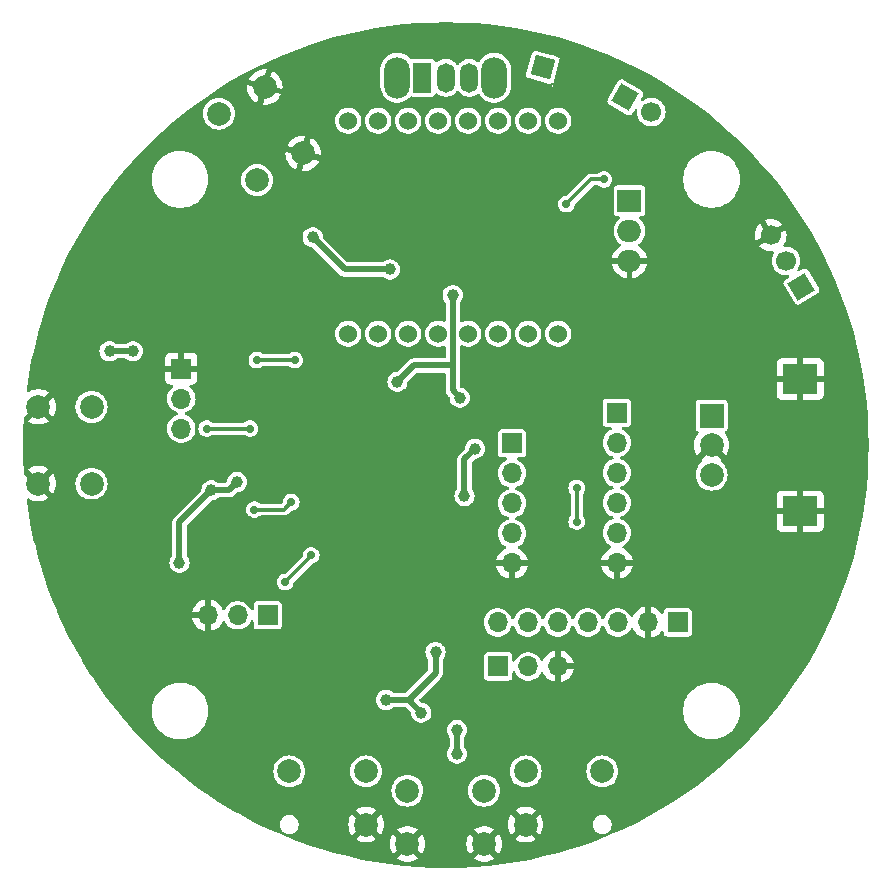
<source format=gbl>
%TF.GenerationSoftware,KiCad,Pcbnew,8.0.4*%
%TF.CreationDate,2024-08-27T21:01:55+02:00*%
%TF.ProjectId,smartEggTimer,736d6172-7445-4676-9754-696d65722e6b,rev?*%
%TF.SameCoordinates,Original*%
%TF.FileFunction,Copper,L2,Bot*%
%TF.FilePolarity,Positive*%
%FSLAX46Y46*%
G04 Gerber Fmt 4.6, Leading zero omitted, Abs format (unit mm)*
G04 Created by KiCad (PCBNEW 8.0.4) date 2024-08-27 21:01:55*
%MOMM*%
%LPD*%
G01*
G04 APERTURE LIST*
G04 Aperture macros list*
%AMHorizOval*
0 Thick line with rounded ends*
0 $1 width*
0 $2 $3 position (X,Y) of the first rounded end (center of the circle)*
0 $4 $5 position (X,Y) of the second rounded end (center of the circle)*
0 Add line between two ends*
20,1,$1,$2,$3,$4,$5,0*
0 Add two circle primitives to create the rounded ends*
1,1,$1,$2,$3*
1,1,$1,$4,$5*%
%AMRotRect*
0 Rectangle, with rotation*
0 The origin of the aperture is its center*
0 $1 length*
0 $2 width*
0 $3 Rotation angle, in degrees counterclockwise*
0 Add horizontal line*
21,1,$1,$2,0,0,$3*%
G04 Aperture macros list end*
%TA.AperFunction,ComponentPad*%
%ADD10C,2.000000*%
%TD*%
%TA.AperFunction,ComponentPad*%
%ADD11R,1.700000X1.700000*%
%TD*%
%TA.AperFunction,ComponentPad*%
%ADD12O,1.700000X1.700000*%
%TD*%
%TA.AperFunction,ComponentPad*%
%ADD13C,1.524000*%
%TD*%
%TA.AperFunction,ComponentPad*%
%ADD14R,2.000000X2.000000*%
%TD*%
%TA.AperFunction,ComponentPad*%
%ADD15R,3.000000X2.500000*%
%TD*%
%TA.AperFunction,ComponentPad*%
%ADD16RotRect,1.700000X1.700000X60.000000*%
%TD*%
%TA.AperFunction,ComponentPad*%
%ADD17HorizOval,1.700000X0.000000X0.000000X0.000000X0.000000X0*%
%TD*%
%TA.AperFunction,ComponentPad*%
%ADD18RotRect,1.700000X1.700000X211.000000*%
%TD*%
%TA.AperFunction,ComponentPad*%
%ADD19HorizOval,1.700000X0.000000X0.000000X0.000000X0.000000X0*%
%TD*%
%TA.AperFunction,ComponentPad*%
%ADD20R,2.000000X1.905000*%
%TD*%
%TA.AperFunction,ComponentPad*%
%ADD21O,2.000000X1.905000*%
%TD*%
%TA.AperFunction,ComponentPad*%
%ADD22RotRect,1.700000X1.700000X75.000000*%
%TD*%
%TA.AperFunction,ComponentPad*%
%ADD23HorizOval,1.700000X0.000000X0.000000X0.000000X0.000000X0*%
%TD*%
%TA.AperFunction,ComponentPad*%
%ADD24O,2.200000X3.500000*%
%TD*%
%TA.AperFunction,ComponentPad*%
%ADD25R,1.500000X2.500000*%
%TD*%
%TA.AperFunction,ComponentPad*%
%ADD26O,1.500000X2.500000*%
%TD*%
%TA.AperFunction,ViaPad*%
%ADD27C,1.000000*%
%TD*%
%TA.AperFunction,ViaPad*%
%ADD28C,0.700000*%
%TD*%
%TA.AperFunction,Conductor*%
%ADD29C,0.500000*%
%TD*%
%TA.AperFunction,Conductor*%
%ADD30C,0.300000*%
%TD*%
%TA.AperFunction,Conductor*%
%ADD31C,0.200000*%
%TD*%
G04 APERTURE END LIST*
D10*
%TO.P,SW6,1,1*%
%TO.N,GND*%
X106750000Y-132120000D03*
%TO.P,SW6,2,2*%
%TO.N,Net-(R20-Pad1)*%
X113250000Y-127620000D03*
X106750000Y-127620000D03*
%TD*%
D11*
%TO.P,J7,1,Pin_1*%
%TO.N,GND*%
X77600000Y-93520000D03*
D12*
%TO.P,J7,2,Pin_2*%
%TO.N,+3.3V*%
X77600000Y-96060000D03*
%TO.P,J7,3,Pin_3*%
%TO.N,/LED*%
X77600000Y-98600000D03*
%TD*%
D11*
%TO.P,J2,1,Pin_1*%
%TO.N,/JTAG_SWD*%
X104425000Y-118725000D03*
D12*
%TO.P,J2,2,Pin_2*%
%TO.N,/JTAG_SWCLK*%
X106965000Y-118725000D03*
%TO.P,J2,3,Pin_3*%
%TO.N,GND*%
X109505000Y-118725000D03*
%TD*%
D10*
%TO.P,SW4,1,1*%
%TO.N,GND*%
X103250000Y-133750000D03*
X96750000Y-133750000D03*
%TO.P,SW4,2,2*%
%TO.N,Net-(R16-Pad1)*%
X103250000Y-129250000D03*
X96750000Y-129250000D03*
%TD*%
%TO.P,SW3,1,1*%
%TO.N,GND*%
X65500000Y-103250000D03*
X65500000Y-96750000D03*
%TO.P,SW3,2,2*%
%TO.N,Net-(R14-Pad1)*%
X70000000Y-103250000D03*
X70000000Y-96750000D03*
%TD*%
D13*
%TO.P,DFPlayerMini1,1,VCC*%
%TO.N,/Battery-SW*%
X91740000Y-90559000D03*
%TO.P,DFPlayerMini1,2,RX*%
%TO.N,/USART2_TX*%
X94280000Y-90559000D03*
%TO.P,DFPlayerMini1,3,TX*%
%TO.N,/USART2_RX*%
X96820000Y-90559000D03*
%TO.P,DFPlayerMini1,4,DAC_R*%
%TO.N,/DAC_R*%
X99360000Y-90559000D03*
%TO.P,DFPlayerMini1,5,DAC_L*%
%TO.N,/DAC_L*%
X101900000Y-90559000D03*
%TO.P,DFPlayerMini1,6,SPK_1*%
%TO.N,/SPK+*%
X104440000Y-90559000D03*
%TO.P,DFPlayerMini1,7,GND*%
%TO.N,/DFPlayer-Minus*%
X106980000Y-90559000D03*
%TO.P,DFPlayerMini1,8,SPK_2*%
%TO.N,/SPK-*%
X109520000Y-90559000D03*
%TO.P,DFPlayerMini1,9,IO_1*%
%TO.N,unconnected-(DFPlayerMini1-IO_1-Pad9)*%
X109520000Y-72525000D03*
%TO.P,DFPlayerMini1,10,GND*%
%TO.N,/DFPlayer-Minus*%
X106980000Y-72525000D03*
%TO.P,DFPlayerMini1,11,IO_2*%
%TO.N,unconnected-(DFPlayerMini1-IO_2-Pad11)*%
X104440000Y-72525000D03*
%TO.P,DFPlayerMini1,12,ADKEY_1*%
%TO.N,unconnected-(DFPlayerMini1-ADKEY_1-Pad12)*%
X101900000Y-72525000D03*
%TO.P,DFPlayerMini1,13,ADKEY_2*%
%TO.N,unconnected-(DFPlayerMini1-ADKEY_2-Pad13)*%
X99360000Y-72525000D03*
%TO.P,DFPlayerMini1,14,USB+*%
%TO.N,unconnected-(DFPlayerMini1-USB+-Pad14)*%
X96820000Y-72525000D03*
%TO.P,DFPlayerMini1,15,USB-*%
%TO.N,unconnected-(DFPlayerMini1-USB--Pad15)*%
X94280000Y-72525000D03*
%TO.P,DFPlayerMini1,16,BUSY*%
%TO.N,unconnected-(DFPlayerMini1-BUSY-Pad16)*%
X91740000Y-72525000D03*
%TD*%
D10*
%TO.P,SW5,1,1*%
%TO.N,GND*%
X93250000Y-132120000D03*
%TO.P,SW5,2,2*%
%TO.N,Net-(R18-Pad1)*%
X93250000Y-127620000D03*
X86750000Y-127620000D03*
%TD*%
D11*
%TO.P,J1,1,Pin_1*%
%TO.N,+3.3V*%
X105600000Y-99840000D03*
D12*
%TO.P,J1,2,Pin_2*%
%TO.N,/I2C1_SDA*%
X105600000Y-102380000D03*
%TO.P,J1,3,Pin_3*%
%TO.N,/I2C1_SCL*%
X105600000Y-104920000D03*
%TO.P,J1,4,Pin_4*%
%TO.N,unconnected-(J1-Pin_4-Pad4)*%
X105600000Y-107460000D03*
%TO.P,J1,5,Pin_5*%
%TO.N,GND*%
X105600000Y-110000000D03*
%TD*%
D14*
%TO.P,SW2,A,A*%
%TO.N,Net-(R8-Pad2)*%
X122500000Y-97500000D03*
D10*
%TO.P,SW2,B,B*%
%TO.N,Net-(R10-Pad1)*%
X122500000Y-102500000D03*
%TO.P,SW2,C,C*%
%TO.N,GND*%
X122500000Y-100000000D03*
D15*
X130000000Y-94400000D03*
X130000000Y-105600000D03*
%TD*%
D16*
%TO.P,J5,1,Pin_1*%
%TO.N,/SPK-*%
X115200000Y-70530000D03*
D17*
%TO.P,J5,2,Pin_2*%
%TO.N,/SPK+*%
X117399705Y-71800000D03*
%TD*%
D18*
%TO.P,J8,1,Pin_1*%
%TO.N,/DAC_R*%
X130108197Y-86577205D03*
D19*
%TO.P,J8,2,Pin_2*%
%TO.N,/DAC_L*%
X128800000Y-84400000D03*
%TO.P,J8,3,Pin_3*%
%TO.N,GND*%
X127491804Y-82222795D03*
%TD*%
D11*
%TO.P,J3,1,Pin_1*%
%TO.N,/USART3_TX*%
X84925000Y-114400000D03*
D12*
%TO.P,J3,2,Pin_2*%
%TO.N,/USART3_RX*%
X82385000Y-114400000D03*
%TO.P,J3,3,Pin_3*%
%TO.N,GND*%
X79845000Y-114400000D03*
%TD*%
D11*
%TO.P,J4,1,Pin_1*%
%TO.N,+3.3V*%
X114475000Y-97260000D03*
D12*
%TO.P,J4,2,Pin_2*%
X114475000Y-99800000D03*
%TO.P,J4,3,Pin_3*%
%TO.N,/I2C1_SDA*%
X114475000Y-102340000D03*
%TO.P,J4,4,Pin_4*%
%TO.N,/I2C1_SCL*%
X114475000Y-104880000D03*
%TO.P,J4,5,Pin_5*%
%TO.N,+3.3V*%
X114475000Y-107420000D03*
%TO.P,J4,6,Pin_6*%
%TO.N,GND*%
X114475000Y-109960000D03*
%TD*%
D20*
%TO.P,Q1,1,G*%
%TO.N,Net-(Q1-G)*%
X115550000Y-79310000D03*
D21*
%TO.P,Q1,2,D*%
%TO.N,/DFPlayer-Minus*%
X115550000Y-81850000D03*
%TO.P,Q1,3,S*%
%TO.N,GND*%
X115550000Y-84390000D03*
%TD*%
D11*
%TO.P,OLED-15W-C1,1,VCC*%
%TO.N,+3.3V*%
X119640000Y-115000000D03*
D12*
%TO.P,OLED-15W-C1,2,GND*%
%TO.N,GND*%
X117100000Y-115000000D03*
%TO.P,OLED-15W-C1,3,DIN*%
%TO.N,/I2C1_SDA*%
X114560000Y-115000000D03*
%TO.P,OLED-15W-C1,4,CLK*%
%TO.N,/I2C1_SCL*%
X112020000Y-115000000D03*
%TO.P,OLED-15W-C1,5,CS*%
%TO.N,unconnected-(OLED-15W-C1-CS-Pad5)*%
X109480000Y-115000000D03*
%TO.P,OLED-15W-C1,6,D/C*%
%TO.N,unconnected-(OLED-15W-C1-D{slash}C-Pad6)*%
X106940000Y-115000000D03*
%TO.P,OLED-15W-C1,7,RES*%
%TO.N,/display_reset*%
X104400000Y-115000000D03*
%TD*%
D22*
%TO.P,J6,1,Pin_1*%
%TO.N,/Bat+*%
X108200000Y-68000000D03*
D23*
%TO.P,J6,2,Pin_2*%
%TO.N,GND*%
X110653452Y-68657400D03*
%TD*%
D24*
%TO.P,SW7,*%
%TO.N,*%
X95900000Y-68890001D03*
X104100002Y-68889999D03*
D25*
%TO.P,SW7,1,A*%
%TO.N,/Battery-SW*%
X98000001Y-68890000D03*
D26*
%TO.P,SW7,2,B*%
%TO.N,/Bat+*%
X100000000Y-68890000D03*
%TO.P,SW7,3,C*%
%TO.N,unconnected-(SW7-C-Pad3)*%
X102000002Y-68890000D03*
%TD*%
D10*
%TO.P,SW1,1,1*%
%TO.N,GND*%
X87925000Y-75304165D03*
X84675000Y-69675000D03*
%TO.P,SW1,2,2*%
%TO.N,/NRST*%
X84027886Y-77554166D03*
X80777885Y-71925000D03*
%TD*%
D27*
%TO.N,+3.3V*%
X95250000Y-85125000D03*
X99125000Y-117525000D03*
X101575000Y-104300000D03*
X94925000Y-121575000D03*
X100925000Y-124125000D03*
X88725000Y-82400000D03*
X95900000Y-94625000D03*
X102475000Y-100300000D03*
X101175000Y-95975000D03*
X100575000Y-87300000D03*
X80150000Y-103825000D03*
X100925000Y-126125000D03*
X73500000Y-92050000D03*
X82300000Y-103125000D03*
X77450000Y-109950000D03*
X71525000Y-92050000D03*
X97925000Y-122650000D03*
D28*
%TO.N,GND*%
X105000000Y-125800000D03*
X97850000Y-79000000D03*
X104050000Y-78600000D03*
X91000000Y-97800000D03*
X95000000Y-128200000D03*
X104050000Y-79600000D03*
X100600000Y-101200000D03*
X79800000Y-108800000D03*
X83000000Y-101200000D03*
X85215000Y-83985000D03*
X84800000Y-125800000D03*
X101250000Y-79200000D03*
X104050000Y-80600000D03*
X101250000Y-80000000D03*
X109125000Y-79125000D03*
X88200000Y-93600000D03*
X93200000Y-97000000D03*
X88815000Y-89185000D03*
X87600000Y-96800000D03*
X94800000Y-113600000D03*
X97850000Y-80200000D03*
%TO.N,/USART2_RX*%
X84000000Y-92800000D03*
X87200000Y-92800000D03*
%TO.N,/I2C1_SDA*%
X111075000Y-103625000D03*
X111075000Y-106475000D03*
%TO.N,/USART3_TX*%
X88601109Y-109330069D03*
X86400000Y-111600000D03*
%TO.N,/LED*%
X83400000Y-98600000D03*
X79750000Y-98600000D03*
%TO.N,/NRST*%
X83800000Y-105450000D03*
X86909596Y-104833484D03*
%TO.N,Net-(Q1-G)*%
X113400000Y-77500000D03*
X110200000Y-79600000D03*
%TD*%
D29*
%TO.N,+3.3V*%
X100575000Y-87300000D02*
X100575000Y-93250000D01*
X96850000Y-121575000D02*
X99125000Y-119300000D01*
X101575000Y-104300000D02*
X101575000Y-101200000D01*
X77450000Y-106525000D02*
X77450000Y-109950000D01*
X81600000Y-103825000D02*
X80150000Y-103825000D01*
X73500000Y-92050000D02*
X71525000Y-92050000D01*
X96850000Y-121575000D02*
X97925000Y-122650000D01*
X100575000Y-93250000D02*
X100575000Y-95325000D01*
X82300000Y-103125000D02*
X81600000Y-103825000D01*
X101575000Y-101200000D02*
X102475000Y-100300000D01*
X98025000Y-122750000D02*
X97925000Y-122650000D01*
X94925000Y-121575000D02*
X96850000Y-121575000D01*
X97275000Y-93250000D02*
X95900000Y-94625000D01*
X80150000Y-103825000D02*
X77450000Y-106525000D01*
X91450000Y-85125000D02*
X88725000Y-82400000D01*
X101225000Y-95975000D02*
X101175000Y-95975000D01*
X100925000Y-124125000D02*
X100925000Y-126125000D01*
X95250000Y-85125000D02*
X91450000Y-85125000D01*
X100575000Y-95325000D02*
X101225000Y-95975000D01*
X99125000Y-119300000D02*
X99125000Y-117525000D01*
X100575000Y-93250000D02*
X97275000Y-93250000D01*
D30*
%TO.N,/USART2_RX*%
X84000000Y-92800000D02*
X87200000Y-92800000D01*
%TO.N,/I2C1_SDA*%
X111075000Y-103625000D02*
X111075000Y-106475000D01*
%TO.N,/USART3_TX*%
X86400000Y-111600000D02*
X88601109Y-109398891D01*
X88601109Y-109398891D02*
X88601109Y-109330069D01*
%TO.N,/LED*%
X83400000Y-98600000D02*
X79750000Y-98600000D01*
D31*
X83400000Y-98600000D02*
X79800000Y-98600000D01*
D30*
%TO.N,/NRST*%
X83800000Y-105450000D02*
X86293080Y-105450000D01*
X86293080Y-105450000D02*
X86909596Y-104833484D01*
%TO.N,Net-(Q1-G)*%
X110200000Y-79600000D02*
X112300000Y-77500000D01*
X112300000Y-77500000D02*
X113400000Y-77500000D01*
%TD*%
%TA.AperFunction,Conductor*%
%TO.N,GND*%
G36*
X101194218Y-64220458D02*
G01*
X101198287Y-64220594D01*
X102389101Y-64280342D01*
X102393191Y-64280616D01*
X103581296Y-64380117D01*
X103585403Y-64380530D01*
X104769590Y-64519684D01*
X104773651Y-64520230D01*
X105952477Y-64698870D01*
X105956514Y-64699551D01*
X107128759Y-64917489D01*
X107132720Y-64918293D01*
X108297057Y-65175287D01*
X108301036Y-65176236D01*
X109456093Y-65471981D01*
X109460020Y-65473057D01*
X110604573Y-65807240D01*
X110608454Y-65808444D01*
X111741145Y-66180668D01*
X111745060Y-66182027D01*
X112864681Y-66591891D01*
X112868514Y-66593367D01*
X113653073Y-66910688D01*
X113973827Y-67040420D01*
X113977642Y-67042038D01*
X115067375Y-67525765D01*
X115071134Y-67527510D01*
X116144067Y-68047366D01*
X116147766Y-68049235D01*
X117202772Y-68604675D01*
X117206347Y-68606634D01*
X118242230Y-69197033D01*
X118245786Y-69199140D01*
X119019423Y-69675005D01*
X119261317Y-69823794D01*
X119264802Y-69826019D01*
X119489240Y-69974631D01*
X120258881Y-70484251D01*
X120262298Y-70486596D01*
X121233849Y-71177694D01*
X121237185Y-71180152D01*
X122185105Y-71903330D01*
X122188357Y-71905899D01*
X122591739Y-72235538D01*
X123041196Y-72602830D01*
X123111534Y-72660309D01*
X123114699Y-72662984D01*
X124012208Y-73447870D01*
X124015281Y-73450650D01*
X124886026Y-74265055D01*
X124889005Y-74267936D01*
X125732063Y-75110994D01*
X125734944Y-75113973D01*
X126549349Y-75984718D01*
X126552129Y-75987791D01*
X127337015Y-76885300D01*
X127339690Y-76888465D01*
X128094100Y-77811642D01*
X128096669Y-77814894D01*
X128819847Y-78762814D01*
X128822305Y-78766150D01*
X129513403Y-79737701D01*
X129515748Y-79741118D01*
X130173975Y-80735189D01*
X130176205Y-80738682D01*
X130800854Y-81754204D01*
X130802966Y-81757769D01*
X130970759Y-82052170D01*
X131339331Y-82698847D01*
X131393349Y-82793623D01*
X131395335Y-82797249D01*
X131480298Y-82958626D01*
X131950764Y-83852233D01*
X131952633Y-83855932D01*
X132472489Y-84928865D01*
X132474234Y-84932624D01*
X132957961Y-86022357D01*
X132959579Y-86026172D01*
X133406625Y-87131468D01*
X133408114Y-87135335D01*
X133817972Y-88254939D01*
X133819331Y-88258854D01*
X134191543Y-89391507D01*
X134192771Y-89395465D01*
X134526932Y-90539944D01*
X134528027Y-90543941D01*
X134823757Y-91698937D01*
X134824718Y-91702968D01*
X134963574Y-92332071D01*
X135080825Y-92863290D01*
X135081695Y-92867229D01*
X135082520Y-92871290D01*
X135300444Y-94043461D01*
X135301133Y-94047547D01*
X135479765Y-95226325D01*
X135480318Y-95230432D01*
X135619468Y-96414588D01*
X135619882Y-96418711D01*
X135719381Y-97606786D01*
X135719658Y-97610921D01*
X135779403Y-98801675D01*
X135779542Y-98805817D01*
X135799465Y-99997928D01*
X135799465Y-100002072D01*
X135779542Y-101194182D01*
X135779403Y-101198324D01*
X135719658Y-102389078D01*
X135719381Y-102393213D01*
X135619882Y-103581288D01*
X135619468Y-103585411D01*
X135480318Y-104769567D01*
X135479765Y-104773674D01*
X135301133Y-105952452D01*
X135300444Y-105956538D01*
X135082520Y-107128709D01*
X135081695Y-107132770D01*
X134824718Y-108297031D01*
X134823757Y-108301062D01*
X134528027Y-109456058D01*
X134526932Y-109460055D01*
X134192771Y-110604534D01*
X134191543Y-110608492D01*
X133819331Y-111741145D01*
X133817972Y-111745060D01*
X133408114Y-112864664D01*
X133406625Y-112868531D01*
X132959579Y-113973827D01*
X132957961Y-113977642D01*
X132474234Y-115067375D01*
X132472489Y-115071134D01*
X131952633Y-116144067D01*
X131950764Y-116147766D01*
X131395340Y-117202742D01*
X131393349Y-117206376D01*
X130802966Y-118242230D01*
X130800854Y-118245795D01*
X130176205Y-119261317D01*
X130173975Y-119264810D01*
X129515748Y-120258881D01*
X129513403Y-120262298D01*
X128822305Y-121233849D01*
X128819847Y-121237185D01*
X128096669Y-122185105D01*
X128094100Y-122188357D01*
X127339690Y-123111534D01*
X127337015Y-123114699D01*
X126552129Y-124012208D01*
X126549349Y-124015281D01*
X125734944Y-124886026D01*
X125732063Y-124889005D01*
X124889005Y-125732063D01*
X124886026Y-125734944D01*
X124015281Y-126549349D01*
X124012208Y-126552129D01*
X123114699Y-127337015D01*
X123111534Y-127339690D01*
X122188357Y-128094100D01*
X122185105Y-128096669D01*
X121237185Y-128819847D01*
X121233849Y-128822305D01*
X120262298Y-129513403D01*
X120258881Y-129515748D01*
X119264810Y-130173975D01*
X119261317Y-130176205D01*
X118245795Y-130800854D01*
X118242230Y-130802966D01*
X117206376Y-131393349D01*
X117202742Y-131395340D01*
X116147766Y-131950764D01*
X116144067Y-131952633D01*
X115071134Y-132472489D01*
X115067375Y-132474234D01*
X113977642Y-132957961D01*
X113973827Y-132959579D01*
X112868531Y-133406625D01*
X112864664Y-133408114D01*
X111745060Y-133817972D01*
X111741145Y-133819331D01*
X110608492Y-134191543D01*
X110604534Y-134192771D01*
X109460055Y-134526932D01*
X109456058Y-134528027D01*
X108301062Y-134823757D01*
X108297031Y-134824718D01*
X107132770Y-135081695D01*
X107128709Y-135082520D01*
X105956538Y-135300444D01*
X105952452Y-135301133D01*
X104773674Y-135479765D01*
X104769567Y-135480318D01*
X103585411Y-135619468D01*
X103581288Y-135619882D01*
X102393213Y-135719381D01*
X102389078Y-135719658D01*
X101198324Y-135779403D01*
X101194182Y-135779542D01*
X100002072Y-135799465D01*
X99997928Y-135799465D01*
X98805817Y-135779542D01*
X98801675Y-135779403D01*
X97610921Y-135719658D01*
X97606786Y-135719381D01*
X96418711Y-135619882D01*
X96414588Y-135619468D01*
X95230432Y-135480318D01*
X95226325Y-135479765D01*
X94047547Y-135301133D01*
X94043461Y-135300444D01*
X92871290Y-135082520D01*
X92867229Y-135081695D01*
X91702968Y-134824718D01*
X91698937Y-134823757D01*
X90543941Y-134528027D01*
X90539944Y-134526932D01*
X89395465Y-134192771D01*
X89391507Y-134191543D01*
X88258854Y-133819331D01*
X88254939Y-133817972D01*
X88069244Y-133749994D01*
X95244859Y-133749994D01*
X95244859Y-133750005D01*
X95265385Y-133997729D01*
X95265387Y-133997738D01*
X95326412Y-134238717D01*
X95426266Y-134466364D01*
X95526564Y-134619882D01*
X96226212Y-133920234D01*
X96237482Y-133962292D01*
X96309890Y-134087708D01*
X96412292Y-134190110D01*
X96537708Y-134262518D01*
X96579765Y-134273787D01*
X95879942Y-134973609D01*
X95926768Y-135010055D01*
X95926770Y-135010056D01*
X96145385Y-135128364D01*
X96145396Y-135128369D01*
X96380506Y-135209083D01*
X96625707Y-135250000D01*
X96874293Y-135250000D01*
X97119493Y-135209083D01*
X97354603Y-135128369D01*
X97354614Y-135128364D01*
X97573228Y-135010057D01*
X97573231Y-135010055D01*
X97620056Y-134973609D01*
X96920234Y-134273787D01*
X96962292Y-134262518D01*
X97087708Y-134190110D01*
X97190110Y-134087708D01*
X97262518Y-133962292D01*
X97273787Y-133920234D01*
X97973434Y-134619882D01*
X98073731Y-134466369D01*
X98173587Y-134238717D01*
X98234612Y-133997738D01*
X98234614Y-133997729D01*
X98255141Y-133750005D01*
X98255141Y-133749994D01*
X101744859Y-133749994D01*
X101744859Y-133750005D01*
X101765385Y-133997729D01*
X101765387Y-133997738D01*
X101826412Y-134238717D01*
X101926266Y-134466364D01*
X102026564Y-134619882D01*
X102726212Y-133920234D01*
X102737482Y-133962292D01*
X102809890Y-134087708D01*
X102912292Y-134190110D01*
X103037708Y-134262518D01*
X103079765Y-134273787D01*
X102379942Y-134973609D01*
X102426768Y-135010055D01*
X102426770Y-135010056D01*
X102645385Y-135128364D01*
X102645396Y-135128369D01*
X102880506Y-135209083D01*
X103125707Y-135250000D01*
X103374293Y-135250000D01*
X103619493Y-135209083D01*
X103854603Y-135128369D01*
X103854614Y-135128364D01*
X104073228Y-135010057D01*
X104073231Y-135010055D01*
X104120056Y-134973609D01*
X103420234Y-134273787D01*
X103462292Y-134262518D01*
X103587708Y-134190110D01*
X103690110Y-134087708D01*
X103762518Y-133962292D01*
X103773787Y-133920235D01*
X104473434Y-134619882D01*
X104573731Y-134466369D01*
X104673587Y-134238717D01*
X104734612Y-133997738D01*
X104734614Y-133997729D01*
X104755141Y-133750005D01*
X104755141Y-133749994D01*
X104734614Y-133502270D01*
X104734612Y-133502261D01*
X104673587Y-133261282D01*
X104573731Y-133033630D01*
X104473434Y-132880116D01*
X103773787Y-133579764D01*
X103762518Y-133537708D01*
X103690110Y-133412292D01*
X103587708Y-133309890D01*
X103462292Y-133237482D01*
X103420235Y-133226212D01*
X104120057Y-132526390D01*
X104120056Y-132526389D01*
X104073229Y-132489943D01*
X103854614Y-132371635D01*
X103854603Y-132371630D01*
X103619493Y-132290916D01*
X103374293Y-132250000D01*
X103125707Y-132250000D01*
X102880506Y-132290916D01*
X102645396Y-132371630D01*
X102645390Y-132371632D01*
X102426761Y-132489949D01*
X102379942Y-132526388D01*
X102379942Y-132526390D01*
X103079765Y-133226212D01*
X103037708Y-133237482D01*
X102912292Y-133309890D01*
X102809890Y-133412292D01*
X102737482Y-133537708D01*
X102726212Y-133579764D01*
X102026564Y-132880116D01*
X101926267Y-133033632D01*
X101826412Y-133261282D01*
X101765387Y-133502261D01*
X101765385Y-133502270D01*
X101744859Y-133749994D01*
X98255141Y-133749994D01*
X98234614Y-133502270D01*
X98234612Y-133502261D01*
X98173587Y-133261282D01*
X98073731Y-133033630D01*
X97973434Y-132880116D01*
X97273787Y-133579764D01*
X97262518Y-133537708D01*
X97190110Y-133412292D01*
X97087708Y-133309890D01*
X96962292Y-133237482D01*
X96920235Y-133226212D01*
X97620057Y-132526390D01*
X97620056Y-132526389D01*
X97573229Y-132489943D01*
X97354614Y-132371635D01*
X97354603Y-132371630D01*
X97119493Y-132290916D01*
X96874293Y-132250000D01*
X96625707Y-132250000D01*
X96380506Y-132290916D01*
X96145396Y-132371630D01*
X96145390Y-132371632D01*
X95926761Y-132489949D01*
X95879942Y-132526388D01*
X95879942Y-132526390D01*
X96579765Y-133226212D01*
X96537708Y-133237482D01*
X96412292Y-133309890D01*
X96309890Y-133412292D01*
X96237482Y-133537708D01*
X96226212Y-133579764D01*
X95526564Y-132880116D01*
X95426267Y-133033632D01*
X95326412Y-133261282D01*
X95265387Y-133502261D01*
X95265385Y-133502270D01*
X95244859Y-133749994D01*
X88069244Y-133749994D01*
X87135335Y-133408114D01*
X87131468Y-133406625D01*
X86026172Y-132959579D01*
X86022357Y-132957961D01*
X84932624Y-132474234D01*
X84928865Y-132472489D01*
X84038629Y-132041153D01*
X85949500Y-132041153D01*
X85949500Y-132198846D01*
X85980261Y-132353489D01*
X85980264Y-132353501D01*
X86040602Y-132499172D01*
X86040609Y-132499185D01*
X86128210Y-132630288D01*
X86128213Y-132630292D01*
X86239707Y-132741786D01*
X86239711Y-132741789D01*
X86370814Y-132829390D01*
X86370827Y-132829397D01*
X86516498Y-132889735D01*
X86516503Y-132889737D01*
X86671153Y-132920499D01*
X86671156Y-132920500D01*
X86671158Y-132920500D01*
X86828844Y-132920500D01*
X86828845Y-132920499D01*
X86983497Y-132889737D01*
X87129179Y-132829394D01*
X87260289Y-132741789D01*
X87371789Y-132630289D01*
X87459394Y-132499179D01*
X87469727Y-132474234D01*
X87519735Y-132353501D01*
X87519737Y-132353497D01*
X87550500Y-132198842D01*
X87550500Y-132119994D01*
X91744859Y-132119994D01*
X91744859Y-132120005D01*
X91765385Y-132367729D01*
X91765387Y-132367738D01*
X91826412Y-132608717D01*
X91926266Y-132836364D01*
X92026564Y-132989882D01*
X92726212Y-132290234D01*
X92737482Y-132332292D01*
X92809890Y-132457708D01*
X92912292Y-132560110D01*
X93037708Y-132632518D01*
X93079765Y-132643787D01*
X92379942Y-133343609D01*
X92426768Y-133380055D01*
X92426770Y-133380056D01*
X92645385Y-133498364D01*
X92645396Y-133498369D01*
X92880506Y-133579083D01*
X93125707Y-133620000D01*
X93374293Y-133620000D01*
X93619493Y-133579083D01*
X93854603Y-133498369D01*
X93854614Y-133498364D01*
X94073228Y-133380057D01*
X94073231Y-133380055D01*
X94120056Y-133343609D01*
X93420234Y-132643787D01*
X93462292Y-132632518D01*
X93587708Y-132560110D01*
X93690110Y-132457708D01*
X93762518Y-132332292D01*
X93773787Y-132290235D01*
X94473434Y-132989882D01*
X94573731Y-132836369D01*
X94673587Y-132608717D01*
X94734612Y-132367738D01*
X94734614Y-132367729D01*
X94755141Y-132120005D01*
X94755141Y-132119994D01*
X105244859Y-132119994D01*
X105244859Y-132120005D01*
X105265385Y-132367729D01*
X105265387Y-132367738D01*
X105326412Y-132608717D01*
X105426266Y-132836364D01*
X105526564Y-132989882D01*
X106226212Y-132290234D01*
X106237482Y-132332292D01*
X106309890Y-132457708D01*
X106412292Y-132560110D01*
X106537708Y-132632518D01*
X106579765Y-132643787D01*
X105879942Y-133343609D01*
X105926768Y-133380055D01*
X105926770Y-133380056D01*
X106145385Y-133498364D01*
X106145396Y-133498369D01*
X106380506Y-133579083D01*
X106625707Y-133620000D01*
X106874293Y-133620000D01*
X107119493Y-133579083D01*
X107354603Y-133498369D01*
X107354614Y-133498364D01*
X107573228Y-133380057D01*
X107573231Y-133380055D01*
X107620056Y-133343609D01*
X106920234Y-132643787D01*
X106962292Y-132632518D01*
X107087708Y-132560110D01*
X107190110Y-132457708D01*
X107262518Y-132332292D01*
X107273787Y-132290234D01*
X107973434Y-132989882D01*
X108073731Y-132836369D01*
X108173587Y-132608717D01*
X108234612Y-132367738D01*
X108234614Y-132367729D01*
X108255141Y-132120005D01*
X108255141Y-132119994D01*
X108248608Y-132041153D01*
X112449500Y-132041153D01*
X112449500Y-132198846D01*
X112480261Y-132353489D01*
X112480264Y-132353501D01*
X112540602Y-132499172D01*
X112540609Y-132499185D01*
X112628210Y-132630288D01*
X112628213Y-132630292D01*
X112739707Y-132741786D01*
X112739711Y-132741789D01*
X112870814Y-132829390D01*
X112870827Y-132829397D01*
X113016498Y-132889735D01*
X113016503Y-132889737D01*
X113171153Y-132920499D01*
X113171156Y-132920500D01*
X113171158Y-132920500D01*
X113328844Y-132920500D01*
X113328845Y-132920499D01*
X113483497Y-132889737D01*
X113629179Y-132829394D01*
X113760289Y-132741789D01*
X113871789Y-132630289D01*
X113959394Y-132499179D01*
X113969727Y-132474234D01*
X114019735Y-132353501D01*
X114019737Y-132353497D01*
X114050500Y-132198842D01*
X114050500Y-132041158D01*
X114050500Y-132041155D01*
X114050499Y-132041153D01*
X114019738Y-131886510D01*
X114019737Y-131886503D01*
X113970009Y-131766447D01*
X113959397Y-131740827D01*
X113959390Y-131740814D01*
X113871789Y-131609711D01*
X113871786Y-131609707D01*
X113760292Y-131498213D01*
X113760288Y-131498210D01*
X113629185Y-131410609D01*
X113629172Y-131410602D01*
X113483501Y-131350264D01*
X113483489Y-131350261D01*
X113328845Y-131319500D01*
X113328842Y-131319500D01*
X113171158Y-131319500D01*
X113171155Y-131319500D01*
X113016510Y-131350261D01*
X113016498Y-131350264D01*
X112870827Y-131410602D01*
X112870814Y-131410609D01*
X112739711Y-131498210D01*
X112739707Y-131498213D01*
X112628213Y-131609707D01*
X112628210Y-131609711D01*
X112540609Y-131740814D01*
X112540602Y-131740827D01*
X112480264Y-131886498D01*
X112480261Y-131886510D01*
X112449500Y-132041153D01*
X108248608Y-132041153D01*
X108234614Y-131872270D01*
X108234612Y-131872261D01*
X108173587Y-131631282D01*
X108073731Y-131403630D01*
X107973434Y-131250116D01*
X107273787Y-131949764D01*
X107262518Y-131907708D01*
X107190110Y-131782292D01*
X107087708Y-131679890D01*
X106962292Y-131607482D01*
X106920235Y-131596212D01*
X107620057Y-130896390D01*
X107620056Y-130896389D01*
X107573229Y-130859943D01*
X107354614Y-130741635D01*
X107354603Y-130741630D01*
X107119493Y-130660916D01*
X106874293Y-130620000D01*
X106625707Y-130620000D01*
X106380506Y-130660916D01*
X106145396Y-130741630D01*
X106145390Y-130741632D01*
X105926761Y-130859949D01*
X105879942Y-130896388D01*
X105879942Y-130896390D01*
X106579765Y-131596212D01*
X106537708Y-131607482D01*
X106412292Y-131679890D01*
X106309890Y-131782292D01*
X106237482Y-131907708D01*
X106226212Y-131949764D01*
X105526564Y-131250116D01*
X105426267Y-131403632D01*
X105326412Y-131631282D01*
X105265387Y-131872261D01*
X105265385Y-131872270D01*
X105244859Y-132119994D01*
X94755141Y-132119994D01*
X94734614Y-131872270D01*
X94734612Y-131872261D01*
X94673587Y-131631282D01*
X94573731Y-131403630D01*
X94473434Y-131250116D01*
X93773787Y-131949764D01*
X93762518Y-131907708D01*
X93690110Y-131782292D01*
X93587708Y-131679890D01*
X93462292Y-131607482D01*
X93420235Y-131596212D01*
X94120057Y-130896390D01*
X94120056Y-130896389D01*
X94073229Y-130859943D01*
X93854614Y-130741635D01*
X93854603Y-130741630D01*
X93619493Y-130660916D01*
X93374293Y-130620000D01*
X93125707Y-130620000D01*
X92880506Y-130660916D01*
X92645396Y-130741630D01*
X92645390Y-130741632D01*
X92426761Y-130859949D01*
X92379942Y-130896388D01*
X92379942Y-130896390D01*
X93079765Y-131596212D01*
X93037708Y-131607482D01*
X92912292Y-131679890D01*
X92809890Y-131782292D01*
X92737482Y-131907708D01*
X92726212Y-131949764D01*
X92026564Y-131250116D01*
X91926267Y-131403632D01*
X91826412Y-131631282D01*
X91765387Y-131872261D01*
X91765385Y-131872270D01*
X91744859Y-132119994D01*
X87550500Y-132119994D01*
X87550500Y-132041158D01*
X87550500Y-132041155D01*
X87550499Y-132041153D01*
X87519738Y-131886510D01*
X87519737Y-131886503D01*
X87470009Y-131766447D01*
X87459397Y-131740827D01*
X87459390Y-131740814D01*
X87371789Y-131609711D01*
X87371786Y-131609707D01*
X87260292Y-131498213D01*
X87260288Y-131498210D01*
X87129185Y-131410609D01*
X87129172Y-131410602D01*
X86983501Y-131350264D01*
X86983489Y-131350261D01*
X86828845Y-131319500D01*
X86828842Y-131319500D01*
X86671158Y-131319500D01*
X86671155Y-131319500D01*
X86516510Y-131350261D01*
X86516498Y-131350264D01*
X86370827Y-131410602D01*
X86370814Y-131410609D01*
X86239711Y-131498210D01*
X86239707Y-131498213D01*
X86128213Y-131609707D01*
X86128210Y-131609711D01*
X86040609Y-131740814D01*
X86040602Y-131740827D01*
X85980264Y-131886498D01*
X85980261Y-131886510D01*
X85949500Y-132041153D01*
X84038629Y-132041153D01*
X83855932Y-131952633D01*
X83852233Y-131950764D01*
X82826259Y-131410609D01*
X82797249Y-131395335D01*
X82793623Y-131393349D01*
X82718028Y-131350264D01*
X82012508Y-130948154D01*
X81757769Y-130802966D01*
X81754204Y-130800854D01*
X80738682Y-130176205D01*
X80735189Y-130173975D01*
X79741118Y-129515748D01*
X79737701Y-129513403D01*
X79367406Y-129249999D01*
X95394341Y-129249999D01*
X95394341Y-129250000D01*
X95414936Y-129485403D01*
X95414938Y-129485413D01*
X95476094Y-129713655D01*
X95476096Y-129713659D01*
X95476097Y-129713663D01*
X95575965Y-129927830D01*
X95575967Y-129927834D01*
X95684281Y-130082521D01*
X95711505Y-130121401D01*
X95878599Y-130288495D01*
X95975384Y-130356265D01*
X96072165Y-130424032D01*
X96072167Y-130424033D01*
X96072170Y-130424035D01*
X96286337Y-130523903D01*
X96514592Y-130585063D01*
X96702918Y-130601539D01*
X96749999Y-130605659D01*
X96750000Y-130605659D01*
X96750001Y-130605659D01*
X96789234Y-130602226D01*
X96985408Y-130585063D01*
X97213663Y-130523903D01*
X97427830Y-130424035D01*
X97621401Y-130288495D01*
X97788495Y-130121401D01*
X97924035Y-129927830D01*
X98023903Y-129713663D01*
X98085063Y-129485408D01*
X98105659Y-129250000D01*
X98105659Y-129249999D01*
X101894341Y-129249999D01*
X101894341Y-129250000D01*
X101914936Y-129485403D01*
X101914938Y-129485413D01*
X101976094Y-129713655D01*
X101976096Y-129713659D01*
X101976097Y-129713663D01*
X102075965Y-129927830D01*
X102075967Y-129927834D01*
X102184281Y-130082521D01*
X102211505Y-130121401D01*
X102378599Y-130288495D01*
X102475384Y-130356265D01*
X102572165Y-130424032D01*
X102572167Y-130424033D01*
X102572170Y-130424035D01*
X102786337Y-130523903D01*
X103014592Y-130585063D01*
X103202918Y-130601539D01*
X103249999Y-130605659D01*
X103250000Y-130605659D01*
X103250001Y-130605659D01*
X103289234Y-130602226D01*
X103485408Y-130585063D01*
X103713663Y-130523903D01*
X103927830Y-130424035D01*
X104121401Y-130288495D01*
X104288495Y-130121401D01*
X104424035Y-129927830D01*
X104523903Y-129713663D01*
X104585063Y-129485408D01*
X104605659Y-129250000D01*
X104585063Y-129014592D01*
X104538626Y-128841285D01*
X104523905Y-128786344D01*
X104523904Y-128786343D01*
X104523903Y-128786337D01*
X104424035Y-128572171D01*
X104367481Y-128491402D01*
X104288494Y-128378597D01*
X104121402Y-128211506D01*
X104121395Y-128211501D01*
X103927834Y-128075967D01*
X103927830Y-128075965D01*
X103927828Y-128075964D01*
X103713663Y-127976097D01*
X103713659Y-127976096D01*
X103713655Y-127976094D01*
X103485413Y-127914938D01*
X103485403Y-127914936D01*
X103250001Y-127894341D01*
X103249999Y-127894341D01*
X103014596Y-127914936D01*
X103014586Y-127914938D01*
X102786344Y-127976094D01*
X102786335Y-127976098D01*
X102572171Y-128075964D01*
X102572169Y-128075965D01*
X102378597Y-128211505D01*
X102211505Y-128378597D01*
X102075965Y-128572169D01*
X102075964Y-128572171D01*
X101976098Y-128786335D01*
X101976094Y-128786344D01*
X101914938Y-129014586D01*
X101914936Y-129014596D01*
X101894341Y-129249999D01*
X98105659Y-129249999D01*
X98085063Y-129014592D01*
X98038626Y-128841285D01*
X98023905Y-128786344D01*
X98023904Y-128786343D01*
X98023903Y-128786337D01*
X97924035Y-128572171D01*
X97867481Y-128491402D01*
X97788494Y-128378597D01*
X97621402Y-128211506D01*
X97621395Y-128211501D01*
X97427834Y-128075967D01*
X97427830Y-128075965D01*
X97427828Y-128075964D01*
X97213663Y-127976097D01*
X97213659Y-127976096D01*
X97213655Y-127976094D01*
X96985413Y-127914938D01*
X96985403Y-127914936D01*
X96750001Y-127894341D01*
X96749999Y-127894341D01*
X96514596Y-127914936D01*
X96514586Y-127914938D01*
X96286344Y-127976094D01*
X96286335Y-127976098D01*
X96072171Y-128075964D01*
X96072169Y-128075965D01*
X95878597Y-128211505D01*
X95711505Y-128378597D01*
X95575965Y-128572169D01*
X95575964Y-128572171D01*
X95476098Y-128786335D01*
X95476094Y-128786344D01*
X95414938Y-129014586D01*
X95414936Y-129014596D01*
X95394341Y-129249999D01*
X79367406Y-129249999D01*
X78766150Y-128822305D01*
X78762814Y-128819847D01*
X77814894Y-128096669D01*
X77811642Y-128094100D01*
X77231481Y-127619999D01*
X85394341Y-127619999D01*
X85394341Y-127620000D01*
X85414936Y-127855403D01*
X85414938Y-127855413D01*
X85476094Y-128083655D01*
X85476096Y-128083659D01*
X85476097Y-128083663D01*
X85575965Y-128297830D01*
X85575967Y-128297834D01*
X85632520Y-128378599D01*
X85711505Y-128491401D01*
X85878599Y-128658495D01*
X85975384Y-128726265D01*
X86072165Y-128794032D01*
X86072167Y-128794033D01*
X86072170Y-128794035D01*
X86286337Y-128893903D01*
X86514592Y-128955063D01*
X86702918Y-128971539D01*
X86749999Y-128975659D01*
X86750000Y-128975659D01*
X86750001Y-128975659D01*
X86789234Y-128972226D01*
X86985408Y-128955063D01*
X87213663Y-128893903D01*
X87427830Y-128794035D01*
X87621401Y-128658495D01*
X87788495Y-128491401D01*
X87924035Y-128297830D01*
X88023903Y-128083663D01*
X88085063Y-127855408D01*
X88105659Y-127620000D01*
X88105659Y-127619999D01*
X91894341Y-127619999D01*
X91894341Y-127620000D01*
X91914936Y-127855403D01*
X91914938Y-127855413D01*
X91976094Y-128083655D01*
X91976096Y-128083659D01*
X91976097Y-128083663D01*
X92075965Y-128297830D01*
X92075967Y-128297834D01*
X92132520Y-128378599D01*
X92211505Y-128491401D01*
X92378599Y-128658495D01*
X92475384Y-128726265D01*
X92572165Y-128794032D01*
X92572167Y-128794033D01*
X92572170Y-128794035D01*
X92786337Y-128893903D01*
X93014592Y-128955063D01*
X93202918Y-128971539D01*
X93249999Y-128975659D01*
X93250000Y-128975659D01*
X93250001Y-128975659D01*
X93289234Y-128972226D01*
X93485408Y-128955063D01*
X93713663Y-128893903D01*
X93927830Y-128794035D01*
X94121401Y-128658495D01*
X94288495Y-128491401D01*
X94424035Y-128297830D01*
X94523903Y-128083663D01*
X94585063Y-127855408D01*
X94605659Y-127620000D01*
X94605659Y-127619999D01*
X105394341Y-127619999D01*
X105394341Y-127620000D01*
X105414936Y-127855403D01*
X105414938Y-127855413D01*
X105476094Y-128083655D01*
X105476096Y-128083659D01*
X105476097Y-128083663D01*
X105575965Y-128297830D01*
X105575967Y-128297834D01*
X105632520Y-128378599D01*
X105711505Y-128491401D01*
X105878599Y-128658495D01*
X105975384Y-128726265D01*
X106072165Y-128794032D01*
X106072167Y-128794033D01*
X106072170Y-128794035D01*
X106286337Y-128893903D01*
X106514592Y-128955063D01*
X106702918Y-128971539D01*
X106749999Y-128975659D01*
X106750000Y-128975659D01*
X106750001Y-128975659D01*
X106789234Y-128972226D01*
X106985408Y-128955063D01*
X107213663Y-128893903D01*
X107427830Y-128794035D01*
X107621401Y-128658495D01*
X107788495Y-128491401D01*
X107924035Y-128297830D01*
X108023903Y-128083663D01*
X108085063Y-127855408D01*
X108105659Y-127620000D01*
X108105659Y-127619999D01*
X111894341Y-127619999D01*
X111894341Y-127620000D01*
X111914936Y-127855403D01*
X111914938Y-127855413D01*
X111976094Y-128083655D01*
X111976096Y-128083659D01*
X111976097Y-128083663D01*
X112075965Y-128297830D01*
X112075967Y-128297834D01*
X112132520Y-128378599D01*
X112211505Y-128491401D01*
X112378599Y-128658495D01*
X112475384Y-128726265D01*
X112572165Y-128794032D01*
X112572167Y-128794033D01*
X112572170Y-128794035D01*
X112786337Y-128893903D01*
X113014592Y-128955063D01*
X113202918Y-128971539D01*
X113249999Y-128975659D01*
X113250000Y-128975659D01*
X113250001Y-128975659D01*
X113289234Y-128972226D01*
X113485408Y-128955063D01*
X113713663Y-128893903D01*
X113927830Y-128794035D01*
X114121401Y-128658495D01*
X114288495Y-128491401D01*
X114424035Y-128297830D01*
X114523903Y-128083663D01*
X114585063Y-127855408D01*
X114605659Y-127620000D01*
X114585063Y-127384592D01*
X114523903Y-127156337D01*
X114424035Y-126942171D01*
X114296847Y-126760526D01*
X114288494Y-126748597D01*
X114121402Y-126581506D01*
X114121395Y-126581501D01*
X113927834Y-126445967D01*
X113927830Y-126445965D01*
X113927828Y-126445964D01*
X113713663Y-126346097D01*
X113713659Y-126346096D01*
X113713655Y-126346094D01*
X113485413Y-126284938D01*
X113485403Y-126284936D01*
X113250001Y-126264341D01*
X113249999Y-126264341D01*
X113014596Y-126284936D01*
X113014586Y-126284938D01*
X112786344Y-126346094D01*
X112786335Y-126346098D01*
X112572171Y-126445964D01*
X112572169Y-126445965D01*
X112378597Y-126581505D01*
X112211505Y-126748597D01*
X112075965Y-126942169D01*
X112075964Y-126942171D01*
X111976098Y-127156335D01*
X111976094Y-127156344D01*
X111914938Y-127384586D01*
X111914936Y-127384596D01*
X111894341Y-127619999D01*
X108105659Y-127619999D01*
X108085063Y-127384592D01*
X108023903Y-127156337D01*
X107924035Y-126942171D01*
X107796847Y-126760526D01*
X107788494Y-126748597D01*
X107621402Y-126581506D01*
X107621395Y-126581501D01*
X107427834Y-126445967D01*
X107427830Y-126445965D01*
X107427828Y-126445964D01*
X107213663Y-126346097D01*
X107213659Y-126346096D01*
X107213655Y-126346094D01*
X106985413Y-126284938D01*
X106985403Y-126284936D01*
X106750001Y-126264341D01*
X106749999Y-126264341D01*
X106514596Y-126284936D01*
X106514586Y-126284938D01*
X106286344Y-126346094D01*
X106286335Y-126346098D01*
X106072171Y-126445964D01*
X106072169Y-126445965D01*
X105878597Y-126581505D01*
X105711505Y-126748597D01*
X105575965Y-126942169D01*
X105575964Y-126942171D01*
X105476098Y-127156335D01*
X105476094Y-127156344D01*
X105414938Y-127384586D01*
X105414936Y-127384596D01*
X105394341Y-127619999D01*
X94605659Y-127619999D01*
X94585063Y-127384592D01*
X94523903Y-127156337D01*
X94424035Y-126942171D01*
X94296847Y-126760526D01*
X94288494Y-126748597D01*
X94121402Y-126581506D01*
X94121395Y-126581501D01*
X93927834Y-126445967D01*
X93927830Y-126445965D01*
X93927828Y-126445964D01*
X93713663Y-126346097D01*
X93713659Y-126346096D01*
X93713655Y-126346094D01*
X93485413Y-126284938D01*
X93485403Y-126284936D01*
X93250001Y-126264341D01*
X93249999Y-126264341D01*
X93014596Y-126284936D01*
X93014586Y-126284938D01*
X92786344Y-126346094D01*
X92786335Y-126346098D01*
X92572171Y-126445964D01*
X92572169Y-126445965D01*
X92378597Y-126581505D01*
X92211505Y-126748597D01*
X92075965Y-126942169D01*
X92075964Y-126942171D01*
X91976098Y-127156335D01*
X91976094Y-127156344D01*
X91914938Y-127384586D01*
X91914936Y-127384596D01*
X91894341Y-127619999D01*
X88105659Y-127619999D01*
X88085063Y-127384592D01*
X88023903Y-127156337D01*
X87924035Y-126942171D01*
X87796847Y-126760526D01*
X87788494Y-126748597D01*
X87621402Y-126581506D01*
X87621395Y-126581501D01*
X87427834Y-126445967D01*
X87427830Y-126445965D01*
X87427828Y-126445964D01*
X87213663Y-126346097D01*
X87213659Y-126346096D01*
X87213655Y-126346094D01*
X86985413Y-126284938D01*
X86985403Y-126284936D01*
X86750001Y-126264341D01*
X86749999Y-126264341D01*
X86514596Y-126284936D01*
X86514586Y-126284938D01*
X86286344Y-126346094D01*
X86286335Y-126346098D01*
X86072171Y-126445964D01*
X86072169Y-126445965D01*
X85878597Y-126581505D01*
X85711505Y-126748597D01*
X85575965Y-126942169D01*
X85575964Y-126942171D01*
X85476098Y-127156335D01*
X85476094Y-127156344D01*
X85414938Y-127384586D01*
X85414936Y-127384596D01*
X85394341Y-127619999D01*
X77231481Y-127619999D01*
X76888465Y-127339690D01*
X76885300Y-127337015D01*
X75987791Y-126552129D01*
X75984718Y-126549349D01*
X75113973Y-125734944D01*
X75110994Y-125732063D01*
X74267936Y-124889005D01*
X74265055Y-124886026D01*
X73450650Y-124015281D01*
X73447870Y-124012208D01*
X72711650Y-123170348D01*
X72662980Y-123114694D01*
X72660309Y-123111534D01*
X72567395Y-122997835D01*
X72302455Y-122673625D01*
X72050402Y-122365186D01*
X75099500Y-122365186D01*
X75099500Y-122634813D01*
X75129686Y-122902719D01*
X75129688Y-122902731D01*
X75189684Y-123165594D01*
X75189687Y-123165602D01*
X75278734Y-123420082D01*
X75395714Y-123662994D01*
X75395716Y-123662997D01*
X75539162Y-123891289D01*
X75583743Y-123947192D01*
X75687670Y-124077513D01*
X75707266Y-124102085D01*
X75897915Y-124292734D01*
X76108711Y-124460838D01*
X76337003Y-124604284D01*
X76579921Y-124721267D01*
X76738420Y-124776728D01*
X76834397Y-124810312D01*
X76834405Y-124810315D01*
X76834408Y-124810315D01*
X76834409Y-124810316D01*
X77097268Y-124870312D01*
X77365187Y-124900499D01*
X77365188Y-124900500D01*
X77365191Y-124900500D01*
X77634812Y-124900500D01*
X77634812Y-124900499D01*
X77902732Y-124870312D01*
X78165591Y-124810316D01*
X78420079Y-124721267D01*
X78662997Y-124604284D01*
X78891289Y-124460838D01*
X79102085Y-124292734D01*
X79269819Y-124125000D01*
X100069815Y-124125000D01*
X100088503Y-124302805D01*
X100088504Y-124302807D01*
X100143747Y-124472829D01*
X100143750Y-124472835D01*
X100233141Y-124627665D01*
X100292650Y-124693756D01*
X100322880Y-124756747D01*
X100324500Y-124776728D01*
X100324500Y-125473270D01*
X100304815Y-125540309D01*
X100292650Y-125556242D01*
X100233144Y-125622329D01*
X100233139Y-125622336D01*
X100143750Y-125777164D01*
X100143747Y-125777170D01*
X100088504Y-125947192D01*
X100088503Y-125947194D01*
X100069815Y-126125000D01*
X100088503Y-126302805D01*
X100088504Y-126302807D01*
X100143747Y-126472829D01*
X100143750Y-126472835D01*
X100233141Y-126627665D01*
X100274812Y-126673946D01*
X100352764Y-126760521D01*
X100352767Y-126760523D01*
X100352770Y-126760526D01*
X100497407Y-126865612D01*
X100660733Y-126938329D01*
X100835609Y-126975500D01*
X100835610Y-126975500D01*
X101014389Y-126975500D01*
X101014391Y-126975500D01*
X101189267Y-126938329D01*
X101352593Y-126865612D01*
X101497230Y-126760526D01*
X101616859Y-126627665D01*
X101706250Y-126472835D01*
X101761497Y-126302803D01*
X101780185Y-126125000D01*
X101761497Y-125947197D01*
X101706250Y-125777165D01*
X101616859Y-125622335D01*
X101616855Y-125622329D01*
X101557350Y-125556242D01*
X101527120Y-125493250D01*
X101525500Y-125473270D01*
X101525500Y-124776728D01*
X101545185Y-124709689D01*
X101557350Y-124693756D01*
X101616859Y-124627665D01*
X101706250Y-124472835D01*
X101761497Y-124302803D01*
X101780185Y-124125000D01*
X101761497Y-123947197D01*
X101706250Y-123777165D01*
X101616859Y-123622335D01*
X101570003Y-123570296D01*
X101497235Y-123489478D01*
X101497232Y-123489476D01*
X101497231Y-123489475D01*
X101497230Y-123489474D01*
X101352593Y-123384388D01*
X101189267Y-123311671D01*
X101189265Y-123311670D01*
X101061594Y-123284533D01*
X101014391Y-123274500D01*
X100835609Y-123274500D01*
X100804954Y-123281015D01*
X100660733Y-123311670D01*
X100660728Y-123311672D01*
X100497408Y-123384387D01*
X100352768Y-123489475D01*
X100233140Y-123622336D01*
X100143750Y-123777164D01*
X100143747Y-123777170D01*
X100088504Y-123947192D01*
X100088503Y-123947194D01*
X100069815Y-124125000D01*
X79269819Y-124125000D01*
X79292734Y-124102085D01*
X79460838Y-123891289D01*
X79604284Y-123662997D01*
X79721267Y-123420079D01*
X79810316Y-123165591D01*
X79870312Y-122902732D01*
X79900500Y-122634809D01*
X79900500Y-122365191D01*
X79870312Y-122097268D01*
X79810316Y-121834409D01*
X79721267Y-121579921D01*
X79718897Y-121575000D01*
X94069815Y-121575000D01*
X94088503Y-121752805D01*
X94088504Y-121752807D01*
X94143747Y-121922829D01*
X94143750Y-121922835D01*
X94233141Y-122077665D01*
X94274812Y-122123946D01*
X94352764Y-122210521D01*
X94352767Y-122210523D01*
X94352770Y-122210526D01*
X94497407Y-122315612D01*
X94660733Y-122388329D01*
X94835609Y-122425500D01*
X94835610Y-122425500D01*
X95014389Y-122425500D01*
X95014391Y-122425500D01*
X95189267Y-122388329D01*
X95352593Y-122315612D01*
X95497230Y-122210526D01*
X95497238Y-122210517D01*
X95500755Y-122207351D01*
X95563747Y-122177121D01*
X95583729Y-122175500D01*
X96549903Y-122175500D01*
X96616942Y-122195185D01*
X96637584Y-122211819D01*
X97038066Y-122612302D01*
X97071551Y-122673625D01*
X97073706Y-122687021D01*
X97088503Y-122827804D01*
X97088504Y-122827807D01*
X97143747Y-122997829D01*
X97143750Y-122997835D01*
X97233141Y-123152665D01*
X97244790Y-123165602D01*
X97352764Y-123285521D01*
X97352767Y-123285523D01*
X97352770Y-123285526D01*
X97497407Y-123390612D01*
X97660733Y-123463329D01*
X97835609Y-123500500D01*
X97835610Y-123500500D01*
X98014389Y-123500500D01*
X98014391Y-123500500D01*
X98189267Y-123463329D01*
X98352593Y-123390612D01*
X98497230Y-123285526D01*
X98616859Y-123152665D01*
X98706250Y-122997835D01*
X98761497Y-122827803D01*
X98780185Y-122650000D01*
X98761497Y-122472197D01*
X98733873Y-122387181D01*
X98726727Y-122365186D01*
X120099500Y-122365186D01*
X120099500Y-122634813D01*
X120129686Y-122902719D01*
X120129688Y-122902731D01*
X120189684Y-123165594D01*
X120189687Y-123165602D01*
X120278734Y-123420082D01*
X120395714Y-123662994D01*
X120395716Y-123662997D01*
X120539162Y-123891289D01*
X120583743Y-123947192D01*
X120687670Y-124077513D01*
X120707266Y-124102085D01*
X120897915Y-124292734D01*
X121108711Y-124460838D01*
X121337003Y-124604284D01*
X121579921Y-124721267D01*
X121738420Y-124776728D01*
X121834397Y-124810312D01*
X121834405Y-124810315D01*
X121834408Y-124810315D01*
X121834409Y-124810316D01*
X122097268Y-124870312D01*
X122365187Y-124900499D01*
X122365188Y-124900500D01*
X122365191Y-124900500D01*
X122634812Y-124900500D01*
X122634812Y-124900499D01*
X122902732Y-124870312D01*
X123165591Y-124810316D01*
X123420079Y-124721267D01*
X123662997Y-124604284D01*
X123891289Y-124460838D01*
X124102085Y-124292734D01*
X124292734Y-124102085D01*
X124460838Y-123891289D01*
X124604284Y-123662997D01*
X124721267Y-123420079D01*
X124810316Y-123165591D01*
X124870312Y-122902732D01*
X124900500Y-122634809D01*
X124900500Y-122365191D01*
X124870312Y-122097268D01*
X124810316Y-121834409D01*
X124721267Y-121579921D01*
X124604284Y-121337003D01*
X124460838Y-121108711D01*
X124292734Y-120897915D01*
X124102085Y-120707266D01*
X123891289Y-120539162D01*
X123662997Y-120395716D01*
X123662994Y-120395714D01*
X123420082Y-120278734D01*
X123165602Y-120189687D01*
X123165594Y-120189684D01*
X122968446Y-120144687D01*
X122902732Y-120129688D01*
X122902728Y-120129687D01*
X122902719Y-120129686D01*
X122634813Y-120099500D01*
X122634809Y-120099500D01*
X122365191Y-120099500D01*
X122365186Y-120099500D01*
X122097280Y-120129686D01*
X122097268Y-120129688D01*
X121834405Y-120189684D01*
X121834397Y-120189687D01*
X121579917Y-120278734D01*
X121337005Y-120395714D01*
X121108712Y-120539161D01*
X120897915Y-120707265D01*
X120707265Y-120897915D01*
X120539161Y-121108712D01*
X120395714Y-121337005D01*
X120278734Y-121579917D01*
X120189687Y-121834397D01*
X120189684Y-121834405D01*
X120129688Y-122097268D01*
X120129686Y-122097280D01*
X120099500Y-122365186D01*
X98726727Y-122365186D01*
X98706252Y-122302170D01*
X98706249Y-122302164D01*
X98669116Y-122237847D01*
X98616859Y-122147335D01*
X98554126Y-122077663D01*
X98497235Y-122014478D01*
X98497232Y-122014476D01*
X98497231Y-122014475D01*
X98497230Y-122014474D01*
X98352593Y-121909388D01*
X98189267Y-121836671D01*
X98189265Y-121836670D01*
X98061594Y-121809533D01*
X98014391Y-121799500D01*
X98014390Y-121799500D01*
X97975098Y-121799500D01*
X97908059Y-121779815D01*
X97887417Y-121763181D01*
X97786916Y-121662680D01*
X97753431Y-121601357D01*
X97758415Y-121531665D01*
X97786916Y-121487318D01*
X98566969Y-120707265D01*
X99483506Y-119790728D01*
X99483511Y-119790724D01*
X99493714Y-119780520D01*
X99493716Y-119780520D01*
X99605520Y-119668716D01*
X99678207Y-119542818D01*
X99678208Y-119542817D01*
X99680792Y-119538340D01*
X99684577Y-119531785D01*
X99725501Y-119379057D01*
X99725501Y-119220943D01*
X99725501Y-119213348D01*
X99725500Y-119213330D01*
X99725500Y-118176728D01*
X99745185Y-118109689D01*
X99757350Y-118093756D01*
X99816859Y-118027665D01*
X99906250Y-117872835D01*
X99916354Y-117841739D01*
X103224500Y-117841739D01*
X103224500Y-119608260D01*
X103234426Y-119676391D01*
X103285803Y-119781485D01*
X103368514Y-119864196D01*
X103368515Y-119864196D01*
X103368517Y-119864198D01*
X103473607Y-119915573D01*
X103507673Y-119920536D01*
X103541739Y-119925500D01*
X103541740Y-119925500D01*
X105308261Y-119925500D01*
X105330971Y-119922191D01*
X105376393Y-119915573D01*
X105481483Y-119864198D01*
X105564198Y-119781483D01*
X105615573Y-119676393D01*
X105625500Y-119608260D01*
X105625500Y-119255421D01*
X105645185Y-119188382D01*
X105697989Y-119142627D01*
X105767147Y-119132683D01*
X105830703Y-119161708D01*
X105860500Y-119200149D01*
X105939938Y-119359683D01*
X105939943Y-119359691D01*
X106074020Y-119537238D01*
X106238437Y-119687123D01*
X106238439Y-119687125D01*
X106427595Y-119804245D01*
X106427596Y-119804245D01*
X106427599Y-119804247D01*
X106635060Y-119884618D01*
X106853757Y-119925500D01*
X106853759Y-119925500D01*
X107076241Y-119925500D01*
X107076243Y-119925500D01*
X107294940Y-119884618D01*
X107502401Y-119804247D01*
X107691562Y-119687124D01*
X107855981Y-119537236D01*
X107990058Y-119359689D01*
X108020451Y-119298653D01*
X108041335Y-119256712D01*
X108088837Y-119205475D01*
X108156500Y-119188053D01*
X108222841Y-119209978D01*
X108264717Y-119259578D01*
X108331399Y-119402578D01*
X108466894Y-119596082D01*
X108633917Y-119763105D01*
X108827421Y-119898600D01*
X109041507Y-119998429D01*
X109041516Y-119998433D01*
X109255000Y-120055634D01*
X109255000Y-119158012D01*
X109312007Y-119190925D01*
X109439174Y-119225000D01*
X109570826Y-119225000D01*
X109697993Y-119190925D01*
X109755000Y-119158012D01*
X109755000Y-120055633D01*
X109968483Y-119998433D01*
X109968492Y-119998429D01*
X110182578Y-119898600D01*
X110376082Y-119763105D01*
X110543105Y-119596082D01*
X110678600Y-119402578D01*
X110778429Y-119188492D01*
X110778432Y-119188486D01*
X110835636Y-118975000D01*
X109938012Y-118975000D01*
X109970925Y-118917993D01*
X110005000Y-118790826D01*
X110005000Y-118659174D01*
X109970925Y-118532007D01*
X109938012Y-118475000D01*
X110835636Y-118475000D01*
X110835635Y-118474999D01*
X110778432Y-118261513D01*
X110778429Y-118261507D01*
X110678600Y-118047422D01*
X110678599Y-118047420D01*
X110543113Y-117853926D01*
X110543108Y-117853920D01*
X110376082Y-117686894D01*
X110182578Y-117551399D01*
X109968492Y-117451570D01*
X109968486Y-117451567D01*
X109755000Y-117394364D01*
X109755000Y-118291988D01*
X109697993Y-118259075D01*
X109570826Y-118225000D01*
X109439174Y-118225000D01*
X109312007Y-118259075D01*
X109255000Y-118291988D01*
X109255000Y-117394364D01*
X109254999Y-117394364D01*
X109041513Y-117451567D01*
X109041507Y-117451570D01*
X108827422Y-117551399D01*
X108827420Y-117551400D01*
X108633926Y-117686886D01*
X108633920Y-117686891D01*
X108466891Y-117853920D01*
X108466886Y-117853926D01*
X108331400Y-118047420D01*
X108331399Y-118047422D01*
X108264717Y-118190421D01*
X108218544Y-118242860D01*
X108151350Y-118262012D01*
X108084469Y-118241796D01*
X108041335Y-118193288D01*
X107990061Y-118090316D01*
X107990056Y-118090308D01*
X107855979Y-117912761D01*
X107691562Y-117762876D01*
X107691560Y-117762874D01*
X107502404Y-117645754D01*
X107502398Y-117645752D01*
X107294940Y-117565382D01*
X107076243Y-117524500D01*
X106853757Y-117524500D01*
X106635060Y-117565382D01*
X106503864Y-117616207D01*
X106427601Y-117645752D01*
X106427595Y-117645754D01*
X106238439Y-117762874D01*
X106238437Y-117762876D01*
X106074020Y-117912761D01*
X105939943Y-118090308D01*
X105939938Y-118090316D01*
X105860500Y-118249850D01*
X105812997Y-118301087D01*
X105745334Y-118318508D01*
X105678994Y-118296582D01*
X105635039Y-118242271D01*
X105625500Y-118194578D01*
X105625500Y-117841739D01*
X105615573Y-117773608D01*
X105615573Y-117773607D01*
X105564198Y-117668517D01*
X105564196Y-117668515D01*
X105564196Y-117668514D01*
X105481485Y-117585803D01*
X105376391Y-117534426D01*
X105308261Y-117524500D01*
X105308260Y-117524500D01*
X103541740Y-117524500D01*
X103541739Y-117524500D01*
X103473608Y-117534426D01*
X103368514Y-117585803D01*
X103285803Y-117668514D01*
X103234426Y-117773608D01*
X103224500Y-117841739D01*
X99916354Y-117841739D01*
X99961497Y-117702803D01*
X99980185Y-117525000D01*
X99961497Y-117347197D01*
X99924031Y-117231889D01*
X99906252Y-117177170D01*
X99906249Y-117177164D01*
X99816859Y-117022335D01*
X99770003Y-116970296D01*
X99697235Y-116889478D01*
X99697232Y-116889476D01*
X99697231Y-116889475D01*
X99697230Y-116889474D01*
X99552593Y-116784388D01*
X99389267Y-116711671D01*
X99389265Y-116711670D01*
X99261594Y-116684533D01*
X99214391Y-116674500D01*
X99035609Y-116674500D01*
X99004954Y-116681015D01*
X98860733Y-116711670D01*
X98860728Y-116711672D01*
X98697408Y-116784387D01*
X98552768Y-116889475D01*
X98433140Y-117022336D01*
X98343750Y-117177164D01*
X98343747Y-117177170D01*
X98288504Y-117347192D01*
X98288503Y-117347194D01*
X98269815Y-117525000D01*
X98288503Y-117702805D01*
X98288504Y-117702807D01*
X98343747Y-117872829D01*
X98343750Y-117872835D01*
X98433141Y-118027665D01*
X98492650Y-118093756D01*
X98522880Y-118156747D01*
X98524500Y-118176728D01*
X98524500Y-118999903D01*
X98504815Y-119066942D01*
X98488181Y-119087584D01*
X96637584Y-120938181D01*
X96576261Y-120971666D01*
X96549903Y-120974500D01*
X95583729Y-120974500D01*
X95516690Y-120954815D01*
X95500755Y-120942649D01*
X95497233Y-120939477D01*
X95497230Y-120939474D01*
X95352593Y-120834388D01*
X95189267Y-120761671D01*
X95189265Y-120761670D01*
X95061594Y-120734533D01*
X95014391Y-120724500D01*
X94835609Y-120724500D01*
X94804954Y-120731015D01*
X94660733Y-120761670D01*
X94660728Y-120761672D01*
X94497408Y-120834387D01*
X94352768Y-120939475D01*
X94233140Y-121072336D01*
X94143750Y-121227164D01*
X94143747Y-121227170D01*
X94088504Y-121397192D01*
X94088503Y-121397194D01*
X94069815Y-121575000D01*
X79718897Y-121575000D01*
X79604284Y-121337003D01*
X79460838Y-121108711D01*
X79292734Y-120897915D01*
X79102085Y-120707266D01*
X78891289Y-120539162D01*
X78662997Y-120395716D01*
X78662994Y-120395714D01*
X78420082Y-120278734D01*
X78165602Y-120189687D01*
X78165594Y-120189684D01*
X77968446Y-120144687D01*
X77902732Y-120129688D01*
X77902728Y-120129687D01*
X77902719Y-120129686D01*
X77634813Y-120099500D01*
X77634809Y-120099500D01*
X77365191Y-120099500D01*
X77365186Y-120099500D01*
X77097280Y-120129686D01*
X77097268Y-120129688D01*
X76834405Y-120189684D01*
X76834397Y-120189687D01*
X76579917Y-120278734D01*
X76337005Y-120395714D01*
X76108712Y-120539161D01*
X75897915Y-120707265D01*
X75707265Y-120897915D01*
X75539161Y-121108712D01*
X75395714Y-121337005D01*
X75278734Y-121579917D01*
X75189687Y-121834397D01*
X75189684Y-121834405D01*
X75129688Y-122097268D01*
X75129686Y-122097280D01*
X75099500Y-122365186D01*
X72050402Y-122365186D01*
X71905899Y-122188357D01*
X71903330Y-122185105D01*
X71180152Y-121237185D01*
X71177694Y-121233849D01*
X70486596Y-120262298D01*
X70484251Y-120258881D01*
X70002802Y-119531785D01*
X69826019Y-119264802D01*
X69823794Y-119261317D01*
X69822724Y-119259578D01*
X69199140Y-118245786D01*
X69197033Y-118242230D01*
X69167505Y-118190421D01*
X68606634Y-117206347D01*
X68604675Y-117202772D01*
X68049235Y-116147766D01*
X68047366Y-116144067D01*
X67527510Y-115071134D01*
X67525765Y-115067375D01*
X67118546Y-114149999D01*
X78514364Y-114149999D01*
X78514364Y-114150000D01*
X79411988Y-114150000D01*
X79379075Y-114207007D01*
X79345000Y-114334174D01*
X79345000Y-114465826D01*
X79379075Y-114592993D01*
X79411988Y-114650000D01*
X78514364Y-114650000D01*
X78571567Y-114863486D01*
X78571570Y-114863492D01*
X78671399Y-115077578D01*
X78806894Y-115271082D01*
X78973917Y-115438105D01*
X79167421Y-115573600D01*
X79381507Y-115673429D01*
X79381516Y-115673433D01*
X79595000Y-115730634D01*
X79595000Y-114833012D01*
X79652007Y-114865925D01*
X79779174Y-114900000D01*
X79910826Y-114900000D01*
X80037993Y-114865925D01*
X80095000Y-114833012D01*
X80095000Y-115730633D01*
X80308483Y-115673433D01*
X80308492Y-115673429D01*
X80522578Y-115573600D01*
X80716082Y-115438105D01*
X80883105Y-115271082D01*
X81018600Y-115077578D01*
X81085282Y-114934578D01*
X81131454Y-114882139D01*
X81198648Y-114862987D01*
X81265529Y-114883203D01*
X81308664Y-114931711D01*
X81359938Y-115034683D01*
X81359943Y-115034691D01*
X81494020Y-115212238D01*
X81658437Y-115362123D01*
X81658439Y-115362125D01*
X81847595Y-115479245D01*
X81847596Y-115479245D01*
X81847599Y-115479247D01*
X82055060Y-115559618D01*
X82273757Y-115600500D01*
X82273759Y-115600500D01*
X82496241Y-115600500D01*
X82496243Y-115600500D01*
X82714940Y-115559618D01*
X82922401Y-115479247D01*
X83111562Y-115362124D01*
X83265778Y-115221537D01*
X83275979Y-115212238D01*
X83290513Y-115192993D01*
X83410058Y-115034689D01*
X83489500Y-114875149D01*
X83537003Y-114823912D01*
X83604666Y-114806491D01*
X83671006Y-114828417D01*
X83714961Y-114882728D01*
X83724500Y-114930421D01*
X83724500Y-115283260D01*
X83734426Y-115351391D01*
X83785803Y-115456485D01*
X83868514Y-115539196D01*
X83868515Y-115539196D01*
X83868517Y-115539198D01*
X83973607Y-115590573D01*
X84007673Y-115595536D01*
X84041739Y-115600500D01*
X84041740Y-115600500D01*
X85808261Y-115600500D01*
X85830971Y-115597191D01*
X85876393Y-115590573D01*
X85981483Y-115539198D01*
X86064198Y-115456483D01*
X86115573Y-115351393D01*
X86125500Y-115283260D01*
X86125500Y-114999999D01*
X103194357Y-114999999D01*
X103194357Y-115000000D01*
X103214884Y-115221535D01*
X103214885Y-115221537D01*
X103275769Y-115435523D01*
X103275775Y-115435538D01*
X103374938Y-115634683D01*
X103374943Y-115634691D01*
X103509020Y-115812238D01*
X103673437Y-115962123D01*
X103673439Y-115962125D01*
X103862595Y-116079245D01*
X103862596Y-116079245D01*
X103862599Y-116079247D01*
X104070060Y-116159618D01*
X104288757Y-116200500D01*
X104288759Y-116200500D01*
X104511241Y-116200500D01*
X104511243Y-116200500D01*
X104729940Y-116159618D01*
X104937401Y-116079247D01*
X105126562Y-115962124D01*
X105290981Y-115812236D01*
X105425058Y-115634689D01*
X105524229Y-115435528D01*
X105550734Y-115342371D01*
X105588013Y-115283278D01*
X105651323Y-115253721D01*
X105720562Y-115263083D01*
X105773749Y-115308393D01*
X105789266Y-115342372D01*
X105815769Y-115435523D01*
X105815775Y-115435538D01*
X105914938Y-115634683D01*
X105914943Y-115634691D01*
X106049020Y-115812238D01*
X106213437Y-115962123D01*
X106213439Y-115962125D01*
X106402595Y-116079245D01*
X106402596Y-116079245D01*
X106402599Y-116079247D01*
X106610060Y-116159618D01*
X106828757Y-116200500D01*
X106828759Y-116200500D01*
X107051241Y-116200500D01*
X107051243Y-116200500D01*
X107269940Y-116159618D01*
X107477401Y-116079247D01*
X107666562Y-115962124D01*
X107830981Y-115812236D01*
X107965058Y-115634689D01*
X108064229Y-115435528D01*
X108090734Y-115342371D01*
X108128013Y-115283278D01*
X108191323Y-115253721D01*
X108260562Y-115263083D01*
X108313749Y-115308393D01*
X108329266Y-115342372D01*
X108355769Y-115435523D01*
X108355775Y-115435538D01*
X108454938Y-115634683D01*
X108454943Y-115634691D01*
X108589020Y-115812238D01*
X108753437Y-115962123D01*
X108753439Y-115962125D01*
X108942595Y-116079245D01*
X108942596Y-116079245D01*
X108942599Y-116079247D01*
X109150060Y-116159618D01*
X109368757Y-116200500D01*
X109368759Y-116200500D01*
X109591241Y-116200500D01*
X109591243Y-116200500D01*
X109809940Y-116159618D01*
X110017401Y-116079247D01*
X110206562Y-115962124D01*
X110370981Y-115812236D01*
X110505058Y-115634689D01*
X110604229Y-115435528D01*
X110630734Y-115342371D01*
X110668013Y-115283278D01*
X110731323Y-115253721D01*
X110800562Y-115263083D01*
X110853749Y-115308393D01*
X110869266Y-115342372D01*
X110895769Y-115435523D01*
X110895775Y-115435538D01*
X110994938Y-115634683D01*
X110994943Y-115634691D01*
X111129020Y-115812238D01*
X111293437Y-115962123D01*
X111293439Y-115962125D01*
X111482595Y-116079245D01*
X111482596Y-116079245D01*
X111482599Y-116079247D01*
X111690060Y-116159618D01*
X111908757Y-116200500D01*
X111908759Y-116200500D01*
X112131241Y-116200500D01*
X112131243Y-116200500D01*
X112349940Y-116159618D01*
X112557401Y-116079247D01*
X112746562Y-115962124D01*
X112910981Y-115812236D01*
X113045058Y-115634689D01*
X113144229Y-115435528D01*
X113170734Y-115342371D01*
X113208013Y-115283278D01*
X113271323Y-115253721D01*
X113340562Y-115263083D01*
X113393749Y-115308393D01*
X113409266Y-115342372D01*
X113435769Y-115435523D01*
X113435775Y-115435538D01*
X113534938Y-115634683D01*
X113534943Y-115634691D01*
X113669020Y-115812238D01*
X113833437Y-115962123D01*
X113833439Y-115962125D01*
X114022595Y-116079245D01*
X114022596Y-116079245D01*
X114022599Y-116079247D01*
X114230060Y-116159618D01*
X114448757Y-116200500D01*
X114448759Y-116200500D01*
X114671241Y-116200500D01*
X114671243Y-116200500D01*
X114889940Y-116159618D01*
X115097401Y-116079247D01*
X115286562Y-115962124D01*
X115450981Y-115812236D01*
X115585058Y-115634689D01*
X115636335Y-115531712D01*
X115683837Y-115480475D01*
X115751500Y-115463053D01*
X115817841Y-115484978D01*
X115859717Y-115534578D01*
X115926399Y-115677578D01*
X116061894Y-115871082D01*
X116228917Y-116038105D01*
X116422421Y-116173600D01*
X116636507Y-116273429D01*
X116636516Y-116273433D01*
X116850000Y-116330634D01*
X116850000Y-115433012D01*
X116907007Y-115465925D01*
X117034174Y-115500000D01*
X117165826Y-115500000D01*
X117292993Y-115465925D01*
X117350000Y-115433012D01*
X117350000Y-116330633D01*
X117563483Y-116273433D01*
X117563492Y-116273429D01*
X117777578Y-116173600D01*
X117971082Y-116038105D01*
X118138105Y-115871082D01*
X118213925Y-115762802D01*
X118268502Y-115719177D01*
X118338001Y-115711985D01*
X118400355Y-115743507D01*
X118435769Y-115803737D01*
X118439500Y-115833926D01*
X118439500Y-115883260D01*
X118449426Y-115951391D01*
X118500803Y-116056485D01*
X118583514Y-116139196D01*
X118583515Y-116139196D01*
X118583517Y-116139198D01*
X118688607Y-116190573D01*
X118722673Y-116195536D01*
X118756739Y-116200500D01*
X118756740Y-116200500D01*
X120523261Y-116200500D01*
X120545971Y-116197191D01*
X120591393Y-116190573D01*
X120696483Y-116139198D01*
X120779198Y-116056483D01*
X120830573Y-115951393D01*
X120840500Y-115883260D01*
X120840500Y-114116740D01*
X120830573Y-114048607D01*
X120779198Y-113943517D01*
X120779196Y-113943515D01*
X120779196Y-113943514D01*
X120696485Y-113860803D01*
X120591391Y-113809426D01*
X120523261Y-113799500D01*
X120523260Y-113799500D01*
X118756740Y-113799500D01*
X118756739Y-113799500D01*
X118688608Y-113809426D01*
X118583514Y-113860803D01*
X118500803Y-113943514D01*
X118449426Y-114048608D01*
X118439500Y-114116739D01*
X118439500Y-114166073D01*
X118419815Y-114233112D01*
X118367011Y-114278867D01*
X118297853Y-114288811D01*
X118234297Y-114259786D01*
X118213925Y-114237197D01*
X118138109Y-114128922D01*
X118138108Y-114128920D01*
X117971082Y-113961894D01*
X117777578Y-113826399D01*
X117563492Y-113726570D01*
X117563486Y-113726567D01*
X117350000Y-113669364D01*
X117350000Y-114566988D01*
X117292993Y-114534075D01*
X117165826Y-114500000D01*
X117034174Y-114500000D01*
X116907007Y-114534075D01*
X116850000Y-114566988D01*
X116850000Y-113669364D01*
X116849999Y-113669364D01*
X116636513Y-113726567D01*
X116636507Y-113726570D01*
X116422422Y-113826399D01*
X116422420Y-113826400D01*
X116228926Y-113961886D01*
X116228920Y-113961891D01*
X116061891Y-114128920D01*
X116061886Y-114128926D01*
X115926400Y-114322420D01*
X115926399Y-114322422D01*
X115859717Y-114465421D01*
X115813544Y-114517860D01*
X115746350Y-114537012D01*
X115679469Y-114516796D01*
X115636335Y-114468288D01*
X115585061Y-114365316D01*
X115585056Y-114365308D01*
X115450979Y-114187761D01*
X115286562Y-114037876D01*
X115286560Y-114037874D01*
X115097404Y-113920754D01*
X115097398Y-113920752D01*
X115082602Y-113915020D01*
X114889940Y-113840382D01*
X114671243Y-113799500D01*
X114448757Y-113799500D01*
X114230060Y-113840382D01*
X114154697Y-113869578D01*
X114022601Y-113920752D01*
X114022595Y-113920754D01*
X113833439Y-114037874D01*
X113833437Y-114037876D01*
X113669020Y-114187761D01*
X113534943Y-114365308D01*
X113534938Y-114365316D01*
X113435775Y-114564461D01*
X113435769Y-114564476D01*
X113409266Y-114657627D01*
X113371987Y-114716721D01*
X113308677Y-114746278D01*
X113239438Y-114736916D01*
X113186251Y-114691606D01*
X113170734Y-114657627D01*
X113144230Y-114564476D01*
X113144229Y-114564472D01*
X113144224Y-114564461D01*
X113045061Y-114365316D01*
X113045056Y-114365308D01*
X112910979Y-114187761D01*
X112746562Y-114037876D01*
X112746560Y-114037874D01*
X112557404Y-113920754D01*
X112557398Y-113920752D01*
X112542602Y-113915020D01*
X112349940Y-113840382D01*
X112131243Y-113799500D01*
X111908757Y-113799500D01*
X111690060Y-113840382D01*
X111614697Y-113869578D01*
X111482601Y-113920752D01*
X111482595Y-113920754D01*
X111293439Y-114037874D01*
X111293437Y-114037876D01*
X111129020Y-114187761D01*
X110994943Y-114365308D01*
X110994938Y-114365316D01*
X110895775Y-114564461D01*
X110895769Y-114564476D01*
X110869266Y-114657627D01*
X110831987Y-114716721D01*
X110768677Y-114746278D01*
X110699438Y-114736916D01*
X110646251Y-114691606D01*
X110630734Y-114657627D01*
X110604230Y-114564476D01*
X110604229Y-114564472D01*
X110604224Y-114564461D01*
X110505061Y-114365316D01*
X110505056Y-114365308D01*
X110370979Y-114187761D01*
X110206562Y-114037876D01*
X110206560Y-114037874D01*
X110017404Y-113920754D01*
X110017398Y-113920752D01*
X110002602Y-113915020D01*
X109809940Y-113840382D01*
X109591243Y-113799500D01*
X109368757Y-113799500D01*
X109150060Y-113840382D01*
X109074697Y-113869578D01*
X108942601Y-113920752D01*
X108942595Y-113920754D01*
X108753439Y-114037874D01*
X108753437Y-114037876D01*
X108589020Y-114187761D01*
X108454943Y-114365308D01*
X108454938Y-114365316D01*
X108355775Y-114564461D01*
X108355769Y-114564476D01*
X108329266Y-114657627D01*
X108291987Y-114716721D01*
X108228677Y-114746278D01*
X108159438Y-114736916D01*
X108106251Y-114691606D01*
X108090734Y-114657627D01*
X108064230Y-114564476D01*
X108064229Y-114564472D01*
X108064224Y-114564461D01*
X107965061Y-114365316D01*
X107965056Y-114365308D01*
X107830979Y-114187761D01*
X107666562Y-114037876D01*
X107666560Y-114037874D01*
X107477404Y-113920754D01*
X107477398Y-113920752D01*
X107462602Y-113915020D01*
X107269940Y-113840382D01*
X107051243Y-113799500D01*
X106828757Y-113799500D01*
X106610060Y-113840382D01*
X106534697Y-113869578D01*
X106402601Y-113920752D01*
X106402595Y-113920754D01*
X106213439Y-114037874D01*
X106213437Y-114037876D01*
X106049020Y-114187761D01*
X105914943Y-114365308D01*
X105914938Y-114365316D01*
X105815775Y-114564461D01*
X105815769Y-114564476D01*
X105789266Y-114657627D01*
X105751987Y-114716721D01*
X105688677Y-114746278D01*
X105619438Y-114736916D01*
X105566251Y-114691606D01*
X105550734Y-114657627D01*
X105524230Y-114564476D01*
X105524229Y-114564472D01*
X105524224Y-114564461D01*
X105425061Y-114365316D01*
X105425056Y-114365308D01*
X105290979Y-114187761D01*
X105126562Y-114037876D01*
X105126560Y-114037874D01*
X104937404Y-113920754D01*
X104937398Y-113920752D01*
X104922602Y-113915020D01*
X104729940Y-113840382D01*
X104511243Y-113799500D01*
X104288757Y-113799500D01*
X104070060Y-113840382D01*
X103994697Y-113869578D01*
X103862601Y-113920752D01*
X103862595Y-113920754D01*
X103673439Y-114037874D01*
X103673437Y-114037876D01*
X103509020Y-114187761D01*
X103374943Y-114365308D01*
X103374938Y-114365316D01*
X103275775Y-114564461D01*
X103275769Y-114564476D01*
X103214885Y-114778462D01*
X103214884Y-114778464D01*
X103194357Y-114999999D01*
X86125500Y-114999999D01*
X86125500Y-113516740D01*
X86115573Y-113448607D01*
X86064198Y-113343517D01*
X86064196Y-113343515D01*
X86064196Y-113343514D01*
X85981485Y-113260803D01*
X85876391Y-113209426D01*
X85808261Y-113199500D01*
X85808260Y-113199500D01*
X84041740Y-113199500D01*
X84041739Y-113199500D01*
X83973608Y-113209426D01*
X83868514Y-113260803D01*
X83785803Y-113343514D01*
X83734426Y-113448608D01*
X83724500Y-113516739D01*
X83724500Y-113869578D01*
X83704815Y-113936617D01*
X83652011Y-113982372D01*
X83582853Y-113992316D01*
X83519297Y-113963291D01*
X83489500Y-113924850D01*
X83410061Y-113765316D01*
X83410056Y-113765308D01*
X83275979Y-113587761D01*
X83111562Y-113437876D01*
X83111560Y-113437874D01*
X82922404Y-113320754D01*
X82922398Y-113320752D01*
X82714940Y-113240382D01*
X82496243Y-113199500D01*
X82273757Y-113199500D01*
X82055060Y-113240382D01*
X81923864Y-113291207D01*
X81847601Y-113320752D01*
X81847595Y-113320754D01*
X81658439Y-113437874D01*
X81658437Y-113437876D01*
X81494020Y-113587761D01*
X81359943Y-113765308D01*
X81359938Y-113765316D01*
X81308664Y-113868288D01*
X81261160Y-113919525D01*
X81193497Y-113936946D01*
X81127157Y-113915020D01*
X81085282Y-113865421D01*
X81018600Y-113722422D01*
X81018599Y-113722420D01*
X80883113Y-113528926D01*
X80883108Y-113528920D01*
X80716082Y-113361894D01*
X80522578Y-113226399D01*
X80308492Y-113126570D01*
X80308486Y-113126567D01*
X80095000Y-113069364D01*
X80095000Y-113966988D01*
X80037993Y-113934075D01*
X79910826Y-113900000D01*
X79779174Y-113900000D01*
X79652007Y-113934075D01*
X79595000Y-113966988D01*
X79595000Y-113069364D01*
X79594999Y-113069364D01*
X79381513Y-113126567D01*
X79381507Y-113126570D01*
X79167422Y-113226399D01*
X79167420Y-113226400D01*
X78973926Y-113361886D01*
X78973920Y-113361891D01*
X78806891Y-113528920D01*
X78806886Y-113528926D01*
X78671400Y-113722420D01*
X78671399Y-113722422D01*
X78571570Y-113936507D01*
X78571567Y-113936513D01*
X78514364Y-114149999D01*
X67118546Y-114149999D01*
X67042038Y-113977642D01*
X67040420Y-113973827D01*
X66827991Y-113448608D01*
X66593367Y-112868514D01*
X66591885Y-112864664D01*
X66182027Y-111745060D01*
X66180668Y-111741145D01*
X66134285Y-111600000D01*
X85694355Y-111600000D01*
X85714859Y-111768869D01*
X85714860Y-111768874D01*
X85775182Y-111927931D01*
X85837475Y-112018177D01*
X85871817Y-112067929D01*
X85977505Y-112161560D01*
X85999150Y-112180736D01*
X86149773Y-112259789D01*
X86149775Y-112259790D01*
X86314944Y-112300500D01*
X86485056Y-112300500D01*
X86650225Y-112259790D01*
X86729692Y-112218081D01*
X86800849Y-112180736D01*
X86800850Y-112180734D01*
X86800852Y-112180734D01*
X86928183Y-112067929D01*
X87024818Y-111927930D01*
X87085140Y-111768872D01*
X87100187Y-111644943D01*
X87127809Y-111580767D01*
X87135591Y-111572221D01*
X88649884Y-110057928D01*
X88707887Y-110025215D01*
X88851334Y-109989859D01*
X89001958Y-109910805D01*
X89001959Y-109910803D01*
X89001961Y-109910803D01*
X89129292Y-109797998D01*
X89162424Y-109749999D01*
X104269364Y-109749999D01*
X104269364Y-109750000D01*
X105166988Y-109750000D01*
X105134075Y-109807007D01*
X105100000Y-109934174D01*
X105100000Y-110065826D01*
X105134075Y-110192993D01*
X105166988Y-110250000D01*
X104269364Y-110250000D01*
X104326567Y-110463486D01*
X104326570Y-110463492D01*
X104426399Y-110677578D01*
X104561894Y-110871082D01*
X104728917Y-111038105D01*
X104922421Y-111173600D01*
X105136507Y-111273429D01*
X105136516Y-111273433D01*
X105350000Y-111330634D01*
X105350000Y-110433012D01*
X105407007Y-110465925D01*
X105534174Y-110500000D01*
X105665826Y-110500000D01*
X105792993Y-110465925D01*
X105850000Y-110433012D01*
X105850000Y-111330633D01*
X106063483Y-111273433D01*
X106063492Y-111273429D01*
X106277578Y-111173600D01*
X106471082Y-111038105D01*
X106638105Y-110871082D01*
X106773600Y-110677578D01*
X106873429Y-110463492D01*
X106873432Y-110463486D01*
X106930636Y-110250000D01*
X106033012Y-110250000D01*
X106065925Y-110192993D01*
X106100000Y-110065826D01*
X106100000Y-109934174D01*
X106065925Y-109807007D01*
X106033012Y-109750000D01*
X106930636Y-109750000D01*
X106930635Y-109749999D01*
X106919917Y-109709999D01*
X113144364Y-109709999D01*
X113144364Y-109710000D01*
X114041988Y-109710000D01*
X114009075Y-109767007D01*
X113975000Y-109894174D01*
X113975000Y-110025826D01*
X114009075Y-110152993D01*
X114041988Y-110210000D01*
X113144364Y-110210000D01*
X113201567Y-110423486D01*
X113201570Y-110423492D01*
X113301399Y-110637578D01*
X113436894Y-110831082D01*
X113603917Y-110998105D01*
X113797421Y-111133600D01*
X114011507Y-111233429D01*
X114011516Y-111233433D01*
X114225000Y-111290634D01*
X114225000Y-110393012D01*
X114282007Y-110425925D01*
X114409174Y-110460000D01*
X114540826Y-110460000D01*
X114667993Y-110425925D01*
X114725000Y-110393012D01*
X114725000Y-111290633D01*
X114938483Y-111233433D01*
X114938492Y-111233429D01*
X115152578Y-111133600D01*
X115346082Y-110998105D01*
X115513105Y-110831082D01*
X115648600Y-110637578D01*
X115748429Y-110423492D01*
X115748432Y-110423486D01*
X115805636Y-110210000D01*
X114908012Y-110210000D01*
X114940925Y-110152993D01*
X114975000Y-110025826D01*
X114975000Y-109894174D01*
X114940925Y-109767007D01*
X114908012Y-109710000D01*
X115805636Y-109710000D01*
X115805635Y-109709999D01*
X115748432Y-109496513D01*
X115748429Y-109496507D01*
X115648600Y-109282422D01*
X115648599Y-109282420D01*
X115513113Y-109088926D01*
X115513108Y-109088920D01*
X115346082Y-108921894D01*
X115152578Y-108786399D01*
X115015535Y-108722495D01*
X114963096Y-108676322D01*
X114943944Y-108609129D01*
X114964160Y-108542248D01*
X115008096Y-108503184D01*
X115007527Y-108502265D01*
X115201560Y-108382125D01*
X115201559Y-108382125D01*
X115201562Y-108382124D01*
X115365981Y-108232236D01*
X115500058Y-108054689D01*
X115599229Y-107855528D01*
X115660115Y-107641536D01*
X115680643Y-107420000D01*
X115663821Y-107238464D01*
X115660115Y-107198464D01*
X115660114Y-107198462D01*
X115599230Y-106984476D01*
X115599229Y-106984472D01*
X115599224Y-106984461D01*
X115500061Y-106785316D01*
X115500056Y-106785308D01*
X115365979Y-106607761D01*
X115201562Y-106457876D01*
X115201560Y-106457874D01*
X115012404Y-106340754D01*
X115012395Y-106340750D01*
X114918956Y-106304552D01*
X114818475Y-106265625D01*
X114763075Y-106223054D01*
X114739484Y-106157288D01*
X114755195Y-106089207D01*
X114805219Y-106040428D01*
X114818466Y-106034377D01*
X115012401Y-105959247D01*
X115201562Y-105842124D01*
X115365981Y-105692236D01*
X115500058Y-105514689D01*
X115599229Y-105315528D01*
X115660115Y-105101536D01*
X115680643Y-104880000D01*
X115678907Y-104861270D01*
X115660115Y-104658464D01*
X115660114Y-104658462D01*
X115657090Y-104647835D01*
X115599229Y-104444472D01*
X115599224Y-104444461D01*
X115528364Y-104302155D01*
X128000000Y-104302155D01*
X128000000Y-105350000D01*
X128780137Y-105350000D01*
X128750000Y-105501509D01*
X128750000Y-105698491D01*
X128780137Y-105850000D01*
X128000000Y-105850000D01*
X128000000Y-106897844D01*
X128006401Y-106957372D01*
X128006403Y-106957379D01*
X128056645Y-107092086D01*
X128056649Y-107092093D01*
X128142809Y-107207187D01*
X128142812Y-107207190D01*
X128257906Y-107293350D01*
X128257913Y-107293354D01*
X128392620Y-107343596D01*
X128392627Y-107343598D01*
X128452155Y-107349999D01*
X128452172Y-107350000D01*
X129750000Y-107350000D01*
X129750000Y-106600000D01*
X130250000Y-106600000D01*
X130250000Y-107350000D01*
X131547828Y-107350000D01*
X131547844Y-107349999D01*
X131607372Y-107343598D01*
X131607379Y-107343596D01*
X131742086Y-107293354D01*
X131742093Y-107293350D01*
X131857187Y-107207190D01*
X131857190Y-107207187D01*
X131943350Y-107092093D01*
X131943354Y-107092086D01*
X131993596Y-106957379D01*
X131993598Y-106957372D01*
X131999999Y-106897844D01*
X132000000Y-106897827D01*
X132000000Y-105850000D01*
X131219863Y-105850000D01*
X131250000Y-105698491D01*
X131250000Y-105501509D01*
X131219863Y-105350000D01*
X132000000Y-105350000D01*
X132000000Y-104302172D01*
X131999999Y-104302155D01*
X131993598Y-104242627D01*
X131993596Y-104242620D01*
X131943354Y-104107913D01*
X131943350Y-104107906D01*
X131857190Y-103992812D01*
X131857187Y-103992809D01*
X131742093Y-103906649D01*
X131742086Y-103906645D01*
X131607379Y-103856403D01*
X131607372Y-103856401D01*
X131547844Y-103850000D01*
X130250000Y-103850000D01*
X130250000Y-104600000D01*
X129750000Y-104600000D01*
X129750000Y-103850000D01*
X128452155Y-103850000D01*
X128392627Y-103856401D01*
X128392620Y-103856403D01*
X128257913Y-103906645D01*
X128257906Y-103906649D01*
X128142812Y-103992809D01*
X128142809Y-103992812D01*
X128056649Y-104107906D01*
X128056645Y-104107913D01*
X128006403Y-104242620D01*
X128006401Y-104242627D01*
X128000000Y-104302155D01*
X115528364Y-104302155D01*
X115500061Y-104245316D01*
X115500056Y-104245308D01*
X115365979Y-104067761D01*
X115201562Y-103917876D01*
X115201560Y-103917874D01*
X115012404Y-103800754D01*
X115012395Y-103800750D01*
X114908563Y-103760526D01*
X114818475Y-103725625D01*
X114763075Y-103683054D01*
X114739484Y-103617288D01*
X114755195Y-103549207D01*
X114805219Y-103500428D01*
X114818466Y-103494377D01*
X115012401Y-103419247D01*
X115201562Y-103302124D01*
X115365981Y-103152236D01*
X115500058Y-102974689D01*
X115599229Y-102775528D01*
X115660115Y-102561536D01*
X115680643Y-102340000D01*
X115668736Y-102211506D01*
X115660115Y-102118464D01*
X115660114Y-102118462D01*
X115648023Y-102075967D01*
X115599229Y-101904472D01*
X115599224Y-101904461D01*
X115500061Y-101705316D01*
X115500056Y-101705308D01*
X115365979Y-101527761D01*
X115201562Y-101377876D01*
X115201560Y-101377874D01*
X115012404Y-101260754D01*
X115012395Y-101260750D01*
X114916521Y-101223609D01*
X114818475Y-101185625D01*
X114763075Y-101143054D01*
X114739484Y-101077288D01*
X114755195Y-101009207D01*
X114805219Y-100960428D01*
X114818466Y-100954377D01*
X114967910Y-100896483D01*
X115012399Y-100879248D01*
X115012403Y-100879246D01*
X115201562Y-100762124D01*
X115365981Y-100612236D01*
X115500058Y-100434689D01*
X115599229Y-100235528D01*
X115660115Y-100021536D01*
X115662111Y-99999994D01*
X120994859Y-99999994D01*
X120994859Y-100000005D01*
X121015385Y-100247729D01*
X121015387Y-100247738D01*
X121076412Y-100488717D01*
X121176266Y-100716364D01*
X121276564Y-100869882D01*
X122017037Y-100129408D01*
X122034075Y-100192993D01*
X122099901Y-100307007D01*
X122192993Y-100400099D01*
X122307007Y-100465925D01*
X122370590Y-100482962D01*
X121629942Y-101223609D01*
X121657709Y-101245221D01*
X121698522Y-101301931D01*
X121702197Y-101371704D01*
X121667566Y-101432388D01*
X121652673Y-101444648D01*
X121628597Y-101461506D01*
X121461505Y-101628597D01*
X121325965Y-101822169D01*
X121325964Y-101822171D01*
X121226098Y-102036335D01*
X121226094Y-102036344D01*
X121164938Y-102264586D01*
X121164936Y-102264596D01*
X121144341Y-102499999D01*
X121144341Y-102500000D01*
X121164936Y-102735403D01*
X121164938Y-102735413D01*
X121226094Y-102963655D01*
X121226096Y-102963659D01*
X121226097Y-102963663D01*
X121248484Y-103011671D01*
X121325965Y-103177830D01*
X121325967Y-103177834D01*
X121413475Y-103302807D01*
X121461505Y-103371401D01*
X121628599Y-103538495D01*
X121701023Y-103589207D01*
X121822165Y-103674032D01*
X121822167Y-103674033D01*
X121822170Y-103674035D01*
X122036337Y-103773903D01*
X122264592Y-103835063D01*
X122435319Y-103850000D01*
X122499999Y-103855659D01*
X122500000Y-103855659D01*
X122500001Y-103855659D01*
X122564681Y-103850000D01*
X122735408Y-103835063D01*
X122963663Y-103773903D01*
X123177830Y-103674035D01*
X123371401Y-103538495D01*
X123538495Y-103371401D01*
X123674035Y-103177830D01*
X123773903Y-102963663D01*
X123835063Y-102735408D01*
X123855659Y-102500000D01*
X123835063Y-102264592D01*
X123773903Y-102036337D01*
X123674035Y-101822171D01*
X123652151Y-101790916D01*
X123538494Y-101628597D01*
X123371405Y-101461508D01*
X123353163Y-101448735D01*
X123347327Y-101444648D01*
X123303703Y-101390071D01*
X123296511Y-101320573D01*
X123328033Y-101258218D01*
X123342290Y-101245220D01*
X123370056Y-101223609D01*
X122629409Y-100482962D01*
X122692993Y-100465925D01*
X122807007Y-100400099D01*
X122900099Y-100307007D01*
X122965925Y-100192993D01*
X122982962Y-100129410D01*
X123723434Y-100869882D01*
X123823731Y-100716369D01*
X123923587Y-100488717D01*
X123984612Y-100247738D01*
X123984614Y-100247729D01*
X124005141Y-100000005D01*
X124005141Y-99999994D01*
X123984614Y-99752270D01*
X123984612Y-99752261D01*
X123923587Y-99511282D01*
X123823732Y-99283632D01*
X123687770Y-99075525D01*
X123624429Y-99006719D01*
X123593507Y-98944065D01*
X123601367Y-98874638D01*
X123645514Y-98820483D01*
X123661196Y-98811337D01*
X123706483Y-98789198D01*
X123789198Y-98706483D01*
X123840573Y-98601393D01*
X123850500Y-98533260D01*
X123850500Y-96466740D01*
X123840573Y-96398607D01*
X123789198Y-96293517D01*
X123789196Y-96293515D01*
X123789196Y-96293514D01*
X123706485Y-96210803D01*
X123601391Y-96159426D01*
X123533261Y-96149500D01*
X123533260Y-96149500D01*
X121466740Y-96149500D01*
X121466739Y-96149500D01*
X121398608Y-96159426D01*
X121293514Y-96210803D01*
X121210803Y-96293514D01*
X121159426Y-96398608D01*
X121149500Y-96466739D01*
X121149500Y-98533260D01*
X121159426Y-98601391D01*
X121210803Y-98706485D01*
X121293514Y-98789196D01*
X121293515Y-98789196D01*
X121293517Y-98789198D01*
X121338800Y-98811335D01*
X121390382Y-98858463D01*
X121408297Y-98925997D01*
X121386856Y-98992496D01*
X121375570Y-99006718D01*
X121312232Y-99075521D01*
X121176267Y-99283632D01*
X121076412Y-99511282D01*
X121015387Y-99752261D01*
X121015385Y-99752270D01*
X120994859Y-99999994D01*
X115662111Y-99999994D01*
X115680643Y-99800000D01*
X115660115Y-99578464D01*
X115599229Y-99364472D01*
X115567375Y-99300500D01*
X115500061Y-99165316D01*
X115500056Y-99165308D01*
X115365979Y-98987761D01*
X115201562Y-98837876D01*
X115201560Y-98837874D01*
X115012404Y-98720754D01*
X115012398Y-98720751D01*
X114960904Y-98700803D01*
X114959158Y-98700126D01*
X114903758Y-98657554D01*
X114880167Y-98591787D01*
X114895878Y-98523707D01*
X114945902Y-98474928D01*
X115003953Y-98460500D01*
X115358261Y-98460500D01*
X115380971Y-98457191D01*
X115426393Y-98450573D01*
X115531483Y-98399198D01*
X115614198Y-98316483D01*
X115665573Y-98211393D01*
X115675500Y-98143260D01*
X115675500Y-96376740D01*
X115665573Y-96308607D01*
X115614198Y-96203517D01*
X115614196Y-96203515D01*
X115614196Y-96203514D01*
X115531485Y-96120803D01*
X115426391Y-96069426D01*
X115358261Y-96059500D01*
X115358260Y-96059500D01*
X113591740Y-96059500D01*
X113591739Y-96059500D01*
X113523608Y-96069426D01*
X113418514Y-96120803D01*
X113335803Y-96203514D01*
X113284426Y-96308608D01*
X113274500Y-96376739D01*
X113274500Y-98143260D01*
X113284426Y-98211391D01*
X113335803Y-98316485D01*
X113418514Y-98399196D01*
X113418515Y-98399196D01*
X113418517Y-98399198D01*
X113523607Y-98450573D01*
X113557673Y-98455536D01*
X113591739Y-98460500D01*
X113946047Y-98460500D01*
X114013086Y-98480185D01*
X114058841Y-98532989D01*
X114068785Y-98602147D01*
X114039760Y-98665703D01*
X113990841Y-98700126D01*
X113989096Y-98700803D01*
X113937601Y-98720751D01*
X113937595Y-98720754D01*
X113748439Y-98837874D01*
X113748437Y-98837876D01*
X113584020Y-98987761D01*
X113449943Y-99165308D01*
X113449938Y-99165316D01*
X113350775Y-99364461D01*
X113350769Y-99364476D01*
X113289885Y-99578462D01*
X113289884Y-99578464D01*
X113269357Y-99799999D01*
X113269357Y-99800000D01*
X113289884Y-100021535D01*
X113289885Y-100021537D01*
X113350769Y-100235523D01*
X113350775Y-100235538D01*
X113449938Y-100434683D01*
X113449943Y-100434691D01*
X113584020Y-100612238D01*
X113748437Y-100762123D01*
X113748439Y-100762125D01*
X113937595Y-100879245D01*
X113937596Y-100879245D01*
X113937599Y-100879247D01*
X114131524Y-100954374D01*
X114186924Y-100996946D01*
X114210515Y-101062713D01*
X114194804Y-101130793D01*
X114144780Y-101179572D01*
X114131533Y-101185622D01*
X113983488Y-101242975D01*
X113937601Y-101260752D01*
X113937595Y-101260754D01*
X113748439Y-101377874D01*
X113748437Y-101377876D01*
X113584020Y-101527761D01*
X113449943Y-101705308D01*
X113449938Y-101705316D01*
X113350775Y-101904461D01*
X113350769Y-101904476D01*
X113289885Y-102118462D01*
X113289884Y-102118464D01*
X113269357Y-102339999D01*
X113269357Y-102340000D01*
X113289884Y-102561535D01*
X113289885Y-102561537D01*
X113350769Y-102775523D01*
X113350775Y-102775538D01*
X113449938Y-102974683D01*
X113449943Y-102974691D01*
X113584020Y-103152238D01*
X113748437Y-103302123D01*
X113748439Y-103302125D01*
X113937595Y-103419245D01*
X113937596Y-103419245D01*
X113937599Y-103419247D01*
X114131524Y-103494374D01*
X114186924Y-103536946D01*
X114210515Y-103602713D01*
X114194804Y-103670793D01*
X114144780Y-103719572D01*
X114131533Y-103725622D01*
X114006912Y-103773901D01*
X113937601Y-103800752D01*
X113937595Y-103800754D01*
X113748439Y-103917874D01*
X113748437Y-103917876D01*
X113584020Y-104067761D01*
X113449943Y-104245308D01*
X113449938Y-104245316D01*
X113350775Y-104444461D01*
X113350769Y-104444476D01*
X113289885Y-104658462D01*
X113289884Y-104658464D01*
X113269357Y-104879999D01*
X113269357Y-104880000D01*
X113289884Y-105101535D01*
X113289885Y-105101537D01*
X113350769Y-105315523D01*
X113350775Y-105315538D01*
X113449938Y-105514683D01*
X113449943Y-105514691D01*
X113584020Y-105692238D01*
X113748437Y-105842123D01*
X113748439Y-105842125D01*
X113937595Y-105959245D01*
X113937596Y-105959245D01*
X113937599Y-105959247D01*
X114131524Y-106034374D01*
X114186924Y-106076946D01*
X114210515Y-106142713D01*
X114194804Y-106210793D01*
X114144780Y-106259572D01*
X114131533Y-106265622D01*
X113983488Y-106322975D01*
X113937601Y-106340752D01*
X113937595Y-106340754D01*
X113748439Y-106457874D01*
X113748437Y-106457876D01*
X113584020Y-106607761D01*
X113449943Y-106785308D01*
X113449938Y-106785316D01*
X113350775Y-106984461D01*
X113350769Y-106984476D01*
X113289885Y-107198462D01*
X113289884Y-107198464D01*
X113269357Y-107419999D01*
X113269357Y-107420000D01*
X113289884Y-107641535D01*
X113289885Y-107641537D01*
X113350769Y-107855523D01*
X113350775Y-107855538D01*
X113449938Y-108054683D01*
X113449943Y-108054691D01*
X113584020Y-108232238D01*
X113748437Y-108382123D01*
X113748439Y-108382125D01*
X113942473Y-108502265D01*
X113941836Y-108503292D01*
X113988563Y-108546607D01*
X114005989Y-108614269D01*
X113984069Y-108680611D01*
X113934464Y-108722495D01*
X113797422Y-108786399D01*
X113797420Y-108786400D01*
X113603926Y-108921886D01*
X113603920Y-108921891D01*
X113436891Y-109088920D01*
X113436886Y-109088926D01*
X113301400Y-109282420D01*
X113301399Y-109282422D01*
X113201570Y-109496507D01*
X113201567Y-109496513D01*
X113144364Y-109709999D01*
X106919917Y-109709999D01*
X106873432Y-109536513D01*
X106873429Y-109536507D01*
X106773600Y-109322422D01*
X106773599Y-109322420D01*
X106638113Y-109128926D01*
X106638108Y-109128920D01*
X106471082Y-108961894D01*
X106277578Y-108826399D01*
X106140535Y-108762495D01*
X106088096Y-108716322D01*
X106068944Y-108649129D01*
X106089160Y-108582248D01*
X106133096Y-108543184D01*
X106132527Y-108542265D01*
X106326560Y-108422125D01*
X106326559Y-108422125D01*
X106326562Y-108422124D01*
X106490981Y-108272236D01*
X106625058Y-108094689D01*
X106724229Y-107895528D01*
X106785115Y-107681536D01*
X106805643Y-107460000D01*
X106785115Y-107238464D01*
X106724229Y-107024472D01*
X106724224Y-107024461D01*
X106625061Y-106825316D01*
X106625056Y-106825308D01*
X106490979Y-106647761D01*
X106326562Y-106497876D01*
X106326560Y-106497874D01*
X106137404Y-106380754D01*
X106137395Y-106380750D01*
X106034147Y-106340752D01*
X105943475Y-106305625D01*
X105888075Y-106263054D01*
X105864484Y-106197288D01*
X105880195Y-106129207D01*
X105930219Y-106080428D01*
X105943466Y-106074377D01*
X106137401Y-105999247D01*
X106326562Y-105882124D01*
X106490981Y-105732236D01*
X106625058Y-105554689D01*
X106724229Y-105355528D01*
X106785115Y-105141536D01*
X106805643Y-104920000D01*
X106797397Y-104831015D01*
X106785115Y-104698464D01*
X106785114Y-104698462D01*
X106779387Y-104678334D01*
X106724229Y-104484472D01*
X106724224Y-104484461D01*
X106625061Y-104285316D01*
X106625056Y-104285308D01*
X106490979Y-104107761D01*
X106326562Y-103957876D01*
X106326560Y-103957874D01*
X106137404Y-103840754D01*
X106137395Y-103840750D01*
X106034147Y-103800752D01*
X105943475Y-103765625D01*
X105888075Y-103723054D01*
X105864484Y-103657288D01*
X105871935Y-103625000D01*
X110369355Y-103625000D01*
X110389859Y-103793869D01*
X110389860Y-103793874D01*
X110450182Y-103952931D01*
X110551078Y-104099103D01*
X110548807Y-104100670D01*
X110573034Y-104152190D01*
X110574500Y-104171204D01*
X110574500Y-105928796D01*
X110554815Y-105995835D01*
X110551015Y-106000854D01*
X110551078Y-106000898D01*
X110450182Y-106147068D01*
X110389860Y-106306125D01*
X110389859Y-106306130D01*
X110369355Y-106475000D01*
X110389859Y-106643869D01*
X110389860Y-106643874D01*
X110450182Y-106802931D01*
X110465634Y-106825316D01*
X110546817Y-106942929D01*
X110638865Y-107024476D01*
X110674150Y-107055736D01*
X110820926Y-107132770D01*
X110824775Y-107134790D01*
X110989944Y-107175500D01*
X111160056Y-107175500D01*
X111325225Y-107134790D01*
X111406590Y-107092086D01*
X111475849Y-107055736D01*
X111475850Y-107055734D01*
X111475852Y-107055734D01*
X111603183Y-106942929D01*
X111699818Y-106802930D01*
X111760140Y-106643872D01*
X111780645Y-106475000D01*
X111760140Y-106306128D01*
X111755242Y-106293214D01*
X111703312Y-106156284D01*
X111699818Y-106147070D01*
X111674085Y-106109790D01*
X111598922Y-106000898D01*
X111601186Y-105999334D01*
X111576961Y-105947774D01*
X111575500Y-105928796D01*
X111575500Y-104171204D01*
X111595185Y-104104165D01*
X111598985Y-104099146D01*
X111598922Y-104099103D01*
X111659170Y-104011818D01*
X111699818Y-103952930D01*
X111760140Y-103793872D01*
X111780645Y-103625000D01*
X111760140Y-103456128D01*
X111699818Y-103297070D01*
X111603183Y-103157071D01*
X111475852Y-103044266D01*
X111475849Y-103044263D01*
X111325226Y-102965210D01*
X111160056Y-102924500D01*
X110989944Y-102924500D01*
X110824773Y-102965210D01*
X110674150Y-103044263D01*
X110546816Y-103157072D01*
X110450182Y-103297068D01*
X110389860Y-103456125D01*
X110389859Y-103456130D01*
X110369355Y-103625000D01*
X105871935Y-103625000D01*
X105880195Y-103589207D01*
X105930219Y-103540428D01*
X105943466Y-103534377D01*
X106137401Y-103459247D01*
X106326562Y-103342124D01*
X106490981Y-103192236D01*
X106625058Y-103014689D01*
X106724229Y-102815528D01*
X106785115Y-102601536D01*
X106805643Y-102380000D01*
X106799311Y-102311671D01*
X106785115Y-102158464D01*
X106785114Y-102158462D01*
X106761642Y-102075967D01*
X106724229Y-101944472D01*
X106709523Y-101914938D01*
X106625061Y-101745316D01*
X106625056Y-101745308D01*
X106490979Y-101567761D01*
X106326562Y-101417876D01*
X106326560Y-101417874D01*
X106137404Y-101300754D01*
X106137398Y-101300751D01*
X106084159Y-101280127D01*
X106028758Y-101237554D01*
X106005167Y-101171787D01*
X106020878Y-101103707D01*
X106070902Y-101054928D01*
X106128953Y-101040500D01*
X106483261Y-101040500D01*
X106505971Y-101037191D01*
X106551393Y-101030573D01*
X106656483Y-100979198D01*
X106739198Y-100896483D01*
X106790573Y-100791393D01*
X106800500Y-100723260D01*
X106800500Y-98956740D01*
X106790573Y-98888607D01*
X106739198Y-98783517D01*
X106739196Y-98783515D01*
X106739196Y-98783514D01*
X106656485Y-98700803D01*
X106551391Y-98649426D01*
X106483261Y-98639500D01*
X106483260Y-98639500D01*
X104716740Y-98639500D01*
X104716739Y-98639500D01*
X104648608Y-98649426D01*
X104543514Y-98700803D01*
X104460803Y-98783514D01*
X104409426Y-98888608D01*
X104399500Y-98956739D01*
X104399500Y-100723260D01*
X104409426Y-100791391D01*
X104460803Y-100896485D01*
X104543514Y-100979196D01*
X104543515Y-100979196D01*
X104543517Y-100979198D01*
X104648607Y-101030573D01*
X104682673Y-101035536D01*
X104716739Y-101040500D01*
X105071047Y-101040500D01*
X105138086Y-101060185D01*
X105183841Y-101112989D01*
X105193785Y-101182147D01*
X105164760Y-101245703D01*
X105115841Y-101280127D01*
X105062601Y-101300751D01*
X105062595Y-101300754D01*
X104873439Y-101417874D01*
X104873437Y-101417876D01*
X104709020Y-101567761D01*
X104574943Y-101745308D01*
X104574938Y-101745316D01*
X104475775Y-101944461D01*
X104475769Y-101944476D01*
X104414885Y-102158462D01*
X104414884Y-102158464D01*
X104394357Y-102379999D01*
X104394357Y-102380000D01*
X104414884Y-102601535D01*
X104414885Y-102601537D01*
X104475769Y-102815523D01*
X104475775Y-102815538D01*
X104574938Y-103014683D01*
X104574943Y-103014691D01*
X104709020Y-103192238D01*
X104873437Y-103342123D01*
X104873439Y-103342125D01*
X105062595Y-103459245D01*
X105062596Y-103459245D01*
X105062599Y-103459247D01*
X105256524Y-103534374D01*
X105311924Y-103576946D01*
X105335515Y-103642713D01*
X105319804Y-103710793D01*
X105269780Y-103759572D01*
X105256533Y-103765622D01*
X105108488Y-103822975D01*
X105062601Y-103840752D01*
X105062595Y-103840754D01*
X104873439Y-103957874D01*
X104873437Y-103957876D01*
X104709020Y-104107761D01*
X104574943Y-104285308D01*
X104574938Y-104285316D01*
X104475775Y-104484461D01*
X104475769Y-104484476D01*
X104414885Y-104698462D01*
X104414884Y-104698464D01*
X104394357Y-104919999D01*
X104394357Y-104920000D01*
X104414884Y-105141535D01*
X104414885Y-105141537D01*
X104475769Y-105355523D01*
X104475775Y-105355538D01*
X104574938Y-105554683D01*
X104574943Y-105554691D01*
X104709020Y-105732238D01*
X104873437Y-105882123D01*
X104873439Y-105882125D01*
X105062595Y-105999245D01*
X105062596Y-105999245D01*
X105062599Y-105999247D01*
X105256524Y-106074374D01*
X105311924Y-106116946D01*
X105335515Y-106182713D01*
X105319804Y-106250793D01*
X105269780Y-106299572D01*
X105256533Y-106305622D01*
X105108488Y-106362975D01*
X105062601Y-106380752D01*
X105062595Y-106380754D01*
X104873439Y-106497874D01*
X104873437Y-106497876D01*
X104709020Y-106647761D01*
X104574943Y-106825308D01*
X104574938Y-106825316D01*
X104475775Y-107024461D01*
X104475769Y-107024476D01*
X104414885Y-107238462D01*
X104414884Y-107238464D01*
X104394357Y-107459999D01*
X104394357Y-107460000D01*
X104414884Y-107681535D01*
X104414885Y-107681537D01*
X104475769Y-107895523D01*
X104475775Y-107895538D01*
X104574938Y-108094683D01*
X104574943Y-108094691D01*
X104709020Y-108272238D01*
X104873437Y-108422123D01*
X104873439Y-108422125D01*
X105067473Y-108542265D01*
X105066836Y-108543292D01*
X105113563Y-108586607D01*
X105130989Y-108654269D01*
X105109069Y-108720611D01*
X105059464Y-108762495D01*
X104922422Y-108826399D01*
X104922420Y-108826400D01*
X104728926Y-108961886D01*
X104728920Y-108961891D01*
X104561891Y-109128920D01*
X104561886Y-109128926D01*
X104426400Y-109322420D01*
X104426399Y-109322422D01*
X104326570Y-109536507D01*
X104326567Y-109536513D01*
X104269364Y-109749999D01*
X89162424Y-109749999D01*
X89225927Y-109657999D01*
X89286249Y-109498941D01*
X89306754Y-109330069D01*
X89286249Y-109161197D01*
X89225927Y-109002139D01*
X89129292Y-108862140D01*
X89001961Y-108749335D01*
X89001958Y-108749332D01*
X88851335Y-108670279D01*
X88686165Y-108629569D01*
X88516053Y-108629569D01*
X88350882Y-108670279D01*
X88200259Y-108749332D01*
X88072925Y-108862141D01*
X87976291Y-109002137D01*
X87915969Y-109161194D01*
X87915968Y-109161199D01*
X87895464Y-109330069D01*
X87895464Y-109337570D01*
X87894074Y-109337570D01*
X87883940Y-109398499D01*
X87859988Y-109432197D01*
X86429005Y-110863181D01*
X86367682Y-110896666D01*
X86341324Y-110899500D01*
X86314944Y-110899500D01*
X86149773Y-110940210D01*
X85999150Y-111019263D01*
X85871816Y-111132072D01*
X85775182Y-111272068D01*
X85714860Y-111431125D01*
X85714859Y-111431130D01*
X85694355Y-111600000D01*
X66134285Y-111600000D01*
X66078791Y-111431130D01*
X65808444Y-110608454D01*
X65807240Y-110604573D01*
X65616120Y-109950000D01*
X76594815Y-109950000D01*
X76613503Y-110127805D01*
X76613504Y-110127807D01*
X76668747Y-110297829D01*
X76668750Y-110297835D01*
X76758141Y-110452665D01*
X76799812Y-110498946D01*
X76877764Y-110585521D01*
X76877767Y-110585523D01*
X76877770Y-110585526D01*
X77022407Y-110690612D01*
X77185733Y-110763329D01*
X77360609Y-110800500D01*
X77360610Y-110800500D01*
X77539389Y-110800500D01*
X77539391Y-110800500D01*
X77714267Y-110763329D01*
X77877593Y-110690612D01*
X78022230Y-110585526D01*
X78141859Y-110452665D01*
X78231250Y-110297835D01*
X78286497Y-110127803D01*
X78305185Y-109950000D01*
X78286497Y-109772197D01*
X78231250Y-109602165D01*
X78170252Y-109496513D01*
X78141860Y-109447336D01*
X78141855Y-109447329D01*
X78082350Y-109381242D01*
X78052120Y-109318250D01*
X78050500Y-109298270D01*
X78050500Y-106825097D01*
X78070185Y-106758058D01*
X78086819Y-106737416D01*
X79374236Y-105450000D01*
X83094355Y-105450000D01*
X83114859Y-105618869D01*
X83114860Y-105618874D01*
X83175182Y-105777931D01*
X83219492Y-105842124D01*
X83271817Y-105917929D01*
X83363609Y-105999249D01*
X83399150Y-106030736D01*
X83549773Y-106109789D01*
X83549775Y-106109790D01*
X83714944Y-106150500D01*
X83885056Y-106150500D01*
X84050225Y-106109790D01*
X84200852Y-106030734D01*
X84256218Y-105981683D01*
X84319451Y-105951963D01*
X84338445Y-105950500D01*
X86358970Y-105950500D01*
X86358972Y-105950500D01*
X86486266Y-105916392D01*
X86600394Y-105850500D01*
X86880591Y-105570303D01*
X86941914Y-105536818D01*
X86968272Y-105533984D01*
X86994652Y-105533984D01*
X87159821Y-105493274D01*
X87242272Y-105450000D01*
X87310445Y-105414220D01*
X87310446Y-105414218D01*
X87310448Y-105414218D01*
X87437779Y-105301413D01*
X87534414Y-105161414D01*
X87594736Y-105002356D01*
X87615241Y-104833484D01*
X87594736Y-104664612D01*
X87594734Y-104664608D01*
X87564567Y-104585061D01*
X87534414Y-104505554D01*
X87519854Y-104484461D01*
X87478143Y-104424032D01*
X87437779Y-104365555D01*
X87363782Y-104300000D01*
X100719815Y-104300000D01*
X100738503Y-104477805D01*
X100738504Y-104477807D01*
X100793747Y-104647829D01*
X100793750Y-104647835D01*
X100883141Y-104802665D01*
X100901675Y-104823249D01*
X101002764Y-104935521D01*
X101002767Y-104935523D01*
X101002770Y-104935526D01*
X101147407Y-105040612D01*
X101310733Y-105113329D01*
X101485609Y-105150500D01*
X101485610Y-105150500D01*
X101664389Y-105150500D01*
X101664391Y-105150500D01*
X101839267Y-105113329D01*
X102002593Y-105040612D01*
X102147230Y-104935526D01*
X102152373Y-104929815D01*
X102197226Y-104880000D01*
X102266859Y-104802665D01*
X102356250Y-104647835D01*
X102411497Y-104477803D01*
X102430185Y-104300000D01*
X102411497Y-104122197D01*
X102356250Y-103952165D01*
X102291927Y-103840754D01*
X102266860Y-103797336D01*
X102266855Y-103797329D01*
X102207350Y-103731242D01*
X102177120Y-103668250D01*
X102175500Y-103648270D01*
X102175500Y-101500097D01*
X102195185Y-101433058D01*
X102211819Y-101412416D01*
X102437416Y-101186819D01*
X102498739Y-101153334D01*
X102525097Y-101150500D01*
X102564389Y-101150500D01*
X102564391Y-101150500D01*
X102739267Y-101113329D01*
X102902593Y-101040612D01*
X103047230Y-100935526D01*
X103166859Y-100802665D01*
X103256250Y-100647835D01*
X103311497Y-100477803D01*
X103330185Y-100300000D01*
X103311497Y-100122197D01*
X103283873Y-100037181D01*
X103256252Y-99952170D01*
X103256249Y-99952164D01*
X103166859Y-99797335D01*
X103109947Y-99734128D01*
X103047235Y-99664478D01*
X103047232Y-99664476D01*
X103047231Y-99664475D01*
X103047230Y-99664474D01*
X102902593Y-99559388D01*
X102739267Y-99486671D01*
X102739265Y-99486670D01*
X102611594Y-99459533D01*
X102564391Y-99449500D01*
X102385609Y-99449500D01*
X102354954Y-99456015D01*
X102210733Y-99486670D01*
X102210728Y-99486672D01*
X102047408Y-99559387D01*
X101902768Y-99664475D01*
X101783140Y-99797336D01*
X101693750Y-99952164D01*
X101693747Y-99952170D01*
X101638504Y-100122192D01*
X101638503Y-100122195D01*
X101623706Y-100262978D01*
X101597121Y-100327593D01*
X101588066Y-100337697D01*
X101206286Y-100719478D01*
X101094481Y-100831282D01*
X101094479Y-100831284D01*
X101075016Y-100864996D01*
X101066789Y-100879247D01*
X101056838Y-100896483D01*
X101020387Y-100959618D01*
X101015423Y-100968215D01*
X100974499Y-101120943D01*
X100974499Y-101120945D01*
X100974499Y-101289046D01*
X100974500Y-101289059D01*
X100974500Y-103648270D01*
X100954815Y-103715309D01*
X100942650Y-103731242D01*
X100883144Y-103797329D01*
X100883139Y-103797336D01*
X100793750Y-103952164D01*
X100793747Y-103952170D01*
X100738504Y-104122192D01*
X100738503Y-104122194D01*
X100719815Y-104300000D01*
X87363782Y-104300000D01*
X87310448Y-104252750D01*
X87310445Y-104252747D01*
X87159822Y-104173694D01*
X86994652Y-104132984D01*
X86824540Y-104132984D01*
X86659369Y-104173694D01*
X86508746Y-104252747D01*
X86381412Y-104365556D01*
X86284778Y-104505552D01*
X86284778Y-104505553D01*
X86224456Y-104664608D01*
X86224455Y-104664613D01*
X86209407Y-104788538D01*
X86181784Y-104852716D01*
X86173994Y-104861270D01*
X86122086Y-104913180D01*
X86060763Y-104946666D01*
X86034403Y-104949500D01*
X84338445Y-104949500D01*
X84271406Y-104929815D01*
X84256218Y-104918316D01*
X84212968Y-104880000D01*
X84200852Y-104869266D01*
X84200850Y-104869265D01*
X84200849Y-104869264D01*
X84050226Y-104790210D01*
X83885056Y-104749500D01*
X83714944Y-104749500D01*
X83549773Y-104790210D01*
X83399150Y-104869263D01*
X83271816Y-104982072D01*
X83175182Y-105122068D01*
X83114860Y-105281125D01*
X83114859Y-105281130D01*
X83094355Y-105450000D01*
X79374236Y-105450000D01*
X80112417Y-104711819D01*
X80173740Y-104678334D01*
X80200098Y-104675500D01*
X80239389Y-104675500D01*
X80239391Y-104675500D01*
X80414267Y-104638329D01*
X80577593Y-104565612D01*
X80722230Y-104460526D01*
X80722238Y-104460517D01*
X80725755Y-104457351D01*
X80788747Y-104427121D01*
X80808729Y-104425500D01*
X81513331Y-104425500D01*
X81513347Y-104425501D01*
X81520943Y-104425501D01*
X81679054Y-104425501D01*
X81679057Y-104425501D01*
X81831785Y-104384577D01*
X81892477Y-104349536D01*
X81968716Y-104305520D01*
X82080520Y-104193716D01*
X82080520Y-104193714D01*
X82090721Y-104183514D01*
X82090724Y-104183509D01*
X82262417Y-104011816D01*
X82323740Y-103978334D01*
X82350097Y-103975500D01*
X82389389Y-103975500D01*
X82389391Y-103975500D01*
X82564267Y-103938329D01*
X82727593Y-103865612D01*
X82872230Y-103760526D01*
X82991859Y-103627665D01*
X83081250Y-103472835D01*
X83136497Y-103302803D01*
X83155185Y-103125000D01*
X83136497Y-102947197D01*
X83093715Y-102815528D01*
X83081252Y-102777170D01*
X83081249Y-102777164D01*
X82991859Y-102622335D01*
X82937114Y-102561535D01*
X82872235Y-102489478D01*
X82872232Y-102489476D01*
X82872231Y-102489475D01*
X82872230Y-102489474D01*
X82727593Y-102384388D01*
X82564267Y-102311671D01*
X82564265Y-102311670D01*
X82436594Y-102284533D01*
X82389391Y-102274500D01*
X82210609Y-102274500D01*
X82179954Y-102281015D01*
X82035733Y-102311670D01*
X82035728Y-102311672D01*
X81872408Y-102384387D01*
X81727768Y-102489475D01*
X81608140Y-102622336D01*
X81518750Y-102777164D01*
X81518747Y-102777170D01*
X81463504Y-102947192D01*
X81463503Y-102947194D01*
X81463503Y-102947197D01*
X81448706Y-103087979D01*
X81422122Y-103152591D01*
X81413069Y-103162695D01*
X81387585Y-103188180D01*
X81326262Y-103221666D01*
X81299902Y-103224500D01*
X80808729Y-103224500D01*
X80741690Y-103204815D01*
X80725755Y-103192649D01*
X80722233Y-103189477D01*
X80722230Y-103189474D01*
X80577593Y-103084388D01*
X80414267Y-103011671D01*
X80414265Y-103011670D01*
X80286594Y-102984533D01*
X80239391Y-102974500D01*
X80060609Y-102974500D01*
X80029954Y-102981015D01*
X79885733Y-103011670D01*
X79885728Y-103011672D01*
X79722408Y-103084387D01*
X79577768Y-103189475D01*
X79458140Y-103322336D01*
X79368750Y-103477164D01*
X79368747Y-103477170D01*
X79313504Y-103647192D01*
X79313503Y-103647195D01*
X79298706Y-103787977D01*
X79272121Y-103852592D01*
X79263066Y-103862696D01*
X77081286Y-106044478D01*
X76969481Y-106156282D01*
X76969479Y-106156285D01*
X76932984Y-106219498D01*
X76932983Y-106219500D01*
X76890423Y-106293214D01*
X76887097Y-106305627D01*
X76849499Y-106445943D01*
X76849499Y-106445945D01*
X76849499Y-106614046D01*
X76849500Y-106614059D01*
X76849500Y-109298270D01*
X76829815Y-109365309D01*
X76817650Y-109381242D01*
X76758144Y-109447329D01*
X76758139Y-109447336D01*
X76668750Y-109602164D01*
X76668747Y-109602170D01*
X76613504Y-109772192D01*
X76613503Y-109772194D01*
X76594815Y-109950000D01*
X65616120Y-109950000D01*
X65473052Y-109460000D01*
X65471981Y-109456093D01*
X65176236Y-108301036D01*
X65175281Y-108297031D01*
X65169809Y-108272238D01*
X64918293Y-107132720D01*
X64917489Y-107128759D01*
X64699551Y-105956514D01*
X64698866Y-105952452D01*
X64698570Y-105950500D01*
X64520230Y-104773651D01*
X64519681Y-104769567D01*
X64517323Y-104749500D01*
X64504319Y-104638839D01*
X64516045Y-104569965D01*
X64563148Y-104518359D01*
X64630673Y-104500412D01*
X64686489Y-104515316D01*
X64895385Y-104628364D01*
X64895396Y-104628369D01*
X65130506Y-104709083D01*
X65375707Y-104750000D01*
X65624293Y-104750000D01*
X65869493Y-104709083D01*
X66104603Y-104628369D01*
X66104614Y-104628364D01*
X66323228Y-104510057D01*
X66323231Y-104510055D01*
X66370056Y-104473609D01*
X65670234Y-103773787D01*
X65712292Y-103762518D01*
X65837708Y-103690110D01*
X65940110Y-103587708D01*
X66012518Y-103462292D01*
X66023787Y-103420234D01*
X66723434Y-104119882D01*
X66823731Y-103966369D01*
X66923587Y-103738717D01*
X66984612Y-103497738D01*
X66984614Y-103497729D01*
X67005141Y-103250005D01*
X67005141Y-103249999D01*
X68644341Y-103249999D01*
X68644341Y-103250000D01*
X68664936Y-103485403D01*
X68664938Y-103485413D01*
X68726094Y-103713655D01*
X68726096Y-103713659D01*
X68726097Y-103713663D01*
X68796951Y-103865610D01*
X68825965Y-103927830D01*
X68825967Y-103927834D01*
X68884774Y-104011818D01*
X68961505Y-104121401D01*
X69128599Y-104288495D01*
X69215772Y-104349534D01*
X69322165Y-104424032D01*
X69322167Y-104424033D01*
X69322170Y-104424035D01*
X69536337Y-104523903D01*
X69764592Y-104585063D01*
X69935319Y-104600000D01*
X69999999Y-104605659D01*
X70000000Y-104605659D01*
X70000001Y-104605659D01*
X70064681Y-104600000D01*
X70235408Y-104585063D01*
X70463663Y-104523903D01*
X70677830Y-104424035D01*
X70871401Y-104288495D01*
X71038495Y-104121401D01*
X71174035Y-103927830D01*
X71273903Y-103713663D01*
X71335063Y-103485408D01*
X71355659Y-103250000D01*
X71355658Y-103249994D01*
X71347529Y-103157072D01*
X71335063Y-103014592D01*
X71273903Y-102786337D01*
X71174035Y-102572171D01*
X71166589Y-102561536D01*
X71038494Y-102378597D01*
X70871402Y-102211506D01*
X70871395Y-102211501D01*
X70677834Y-102075967D01*
X70677830Y-102075965D01*
X70677828Y-102075964D01*
X70463663Y-101976097D01*
X70463659Y-101976096D01*
X70463655Y-101976094D01*
X70235413Y-101914938D01*
X70235403Y-101914936D01*
X70000001Y-101894341D01*
X69999999Y-101894341D01*
X69764596Y-101914936D01*
X69764586Y-101914938D01*
X69536344Y-101976094D01*
X69536335Y-101976098D01*
X69322171Y-102075964D01*
X69322169Y-102075965D01*
X69128597Y-102211505D01*
X68961505Y-102378597D01*
X68825965Y-102572169D01*
X68825964Y-102572171D01*
X68726098Y-102786335D01*
X68726094Y-102786344D01*
X68664938Y-103014586D01*
X68664936Y-103014596D01*
X68644341Y-103249999D01*
X67005141Y-103249999D01*
X67005141Y-103249994D01*
X66984614Y-103002270D01*
X66984612Y-103002261D01*
X66923587Y-102761282D01*
X66823731Y-102533630D01*
X66723434Y-102380116D01*
X66023787Y-103079764D01*
X66012518Y-103037708D01*
X65940110Y-102912292D01*
X65837708Y-102809890D01*
X65712292Y-102737482D01*
X65670235Y-102726212D01*
X66370057Y-102026390D01*
X66370056Y-102026389D01*
X66323229Y-101989943D01*
X66104614Y-101871635D01*
X66104603Y-101871630D01*
X65869493Y-101790916D01*
X65624293Y-101750000D01*
X65375707Y-101750000D01*
X65130506Y-101790916D01*
X64895396Y-101871630D01*
X64895390Y-101871632D01*
X64676761Y-101989949D01*
X64629942Y-102026388D01*
X64629942Y-102026390D01*
X65329765Y-102726212D01*
X65287708Y-102737482D01*
X65162292Y-102809890D01*
X65059890Y-102912292D01*
X64987482Y-103037708D01*
X64976212Y-103079765D01*
X64313836Y-102417389D01*
X64280351Y-102356066D01*
X64277675Y-102335938D01*
X64220594Y-101198287D01*
X64220458Y-101194218D01*
X64200534Y-100002034D01*
X64200534Y-99997965D01*
X64220458Y-98805779D01*
X64220594Y-98801714D01*
X64277674Y-97664071D01*
X64300692Y-97598107D01*
X64313836Y-97582609D01*
X64976212Y-96920233D01*
X64987482Y-96962292D01*
X65059890Y-97087708D01*
X65162292Y-97190110D01*
X65287708Y-97262518D01*
X65329765Y-97273787D01*
X64629942Y-97973609D01*
X64676768Y-98010055D01*
X64676770Y-98010056D01*
X64895385Y-98128364D01*
X64895396Y-98128369D01*
X65130506Y-98209083D01*
X65375707Y-98250000D01*
X65624293Y-98250000D01*
X65869493Y-98209083D01*
X66104603Y-98128369D01*
X66104614Y-98128364D01*
X66323228Y-98010057D01*
X66323231Y-98010055D01*
X66370056Y-97973609D01*
X65670234Y-97273787D01*
X65712292Y-97262518D01*
X65837708Y-97190110D01*
X65940110Y-97087708D01*
X66012518Y-96962292D01*
X66023787Y-96920234D01*
X66723434Y-97619882D01*
X66823731Y-97466369D01*
X66923587Y-97238717D01*
X66984612Y-96997738D01*
X66984614Y-96997729D01*
X67005141Y-96750005D01*
X67005141Y-96749999D01*
X68644341Y-96749999D01*
X68644341Y-96750000D01*
X68664936Y-96985403D01*
X68664938Y-96985413D01*
X68726094Y-97213655D01*
X68726096Y-97213659D01*
X68726097Y-97213663D01*
X68814412Y-97403054D01*
X68825965Y-97427830D01*
X68825967Y-97427834D01*
X68891030Y-97520753D01*
X68961505Y-97621401D01*
X69128599Y-97788495D01*
X69225384Y-97856265D01*
X69322165Y-97924032D01*
X69322167Y-97924033D01*
X69322170Y-97924035D01*
X69536337Y-98023903D01*
X69764592Y-98085063D01*
X69929604Y-98099500D01*
X69999999Y-98105659D01*
X70000000Y-98105659D01*
X70000001Y-98105659D01*
X70039234Y-98102226D01*
X70235408Y-98085063D01*
X70463663Y-98023903D01*
X70677830Y-97924035D01*
X70871401Y-97788495D01*
X71038495Y-97621401D01*
X71174035Y-97427830D01*
X71273903Y-97213663D01*
X71335063Y-96985408D01*
X71355659Y-96750000D01*
X71355658Y-96749994D01*
X71335063Y-96514596D01*
X71335063Y-96514592D01*
X71288626Y-96341285D01*
X71273905Y-96286344D01*
X71273904Y-96286343D01*
X71273903Y-96286337D01*
X71174035Y-96072171D01*
X71165513Y-96059999D01*
X71038494Y-95878597D01*
X70871402Y-95711506D01*
X70871395Y-95711501D01*
X70677834Y-95575967D01*
X70677830Y-95575965D01*
X70571514Y-95526389D01*
X70463663Y-95476097D01*
X70463659Y-95476096D01*
X70463655Y-95476094D01*
X70235413Y-95414938D01*
X70235403Y-95414936D01*
X70000001Y-95394341D01*
X69999999Y-95394341D01*
X69764596Y-95414936D01*
X69764586Y-95414938D01*
X69536344Y-95476094D01*
X69536335Y-95476098D01*
X69322171Y-95575964D01*
X69322169Y-95575965D01*
X69128597Y-95711505D01*
X68961505Y-95878597D01*
X68825965Y-96072169D01*
X68825964Y-96072171D01*
X68726098Y-96286335D01*
X68726094Y-96286344D01*
X68664938Y-96514586D01*
X68664936Y-96514596D01*
X68644341Y-96749999D01*
X67005141Y-96749999D01*
X67005141Y-96749994D01*
X66984614Y-96502270D01*
X66984612Y-96502261D01*
X66923587Y-96261282D01*
X66823731Y-96033630D01*
X66723434Y-95880116D01*
X66023787Y-96579764D01*
X66012518Y-96537708D01*
X65940110Y-96412292D01*
X65837708Y-96309890D01*
X65712292Y-96237482D01*
X65670234Y-96226212D01*
X66370057Y-95526389D01*
X66323229Y-95489943D01*
X66104614Y-95371635D01*
X66104603Y-95371630D01*
X65869493Y-95290916D01*
X65624293Y-95250000D01*
X65375707Y-95250000D01*
X65130506Y-95290916D01*
X64895396Y-95371630D01*
X64895385Y-95371635D01*
X64686489Y-95484683D01*
X64618161Y-95499278D01*
X64552789Y-95474615D01*
X64511128Y-95418524D01*
X64504319Y-95361160D01*
X64519685Y-95230401D01*
X64520229Y-95226356D01*
X64698871Y-94047512D01*
X64699549Y-94043495D01*
X64917491Y-92871228D01*
X64918291Y-92867291D01*
X65098684Y-92050000D01*
X70669815Y-92050000D01*
X70688503Y-92227805D01*
X70688504Y-92227807D01*
X70743747Y-92397829D01*
X70743750Y-92397835D01*
X70833141Y-92552665D01*
X70842105Y-92562620D01*
X70952764Y-92685521D01*
X70952767Y-92685523D01*
X70952770Y-92685526D01*
X71097407Y-92790612D01*
X71260733Y-92863329D01*
X71435609Y-92900500D01*
X71435610Y-92900500D01*
X71614389Y-92900500D01*
X71614391Y-92900500D01*
X71789267Y-92863329D01*
X71952593Y-92790612D01*
X72097230Y-92685526D01*
X72097238Y-92685517D01*
X72100755Y-92682351D01*
X72163747Y-92652121D01*
X72183729Y-92650500D01*
X72841271Y-92650500D01*
X72908310Y-92670185D01*
X72924245Y-92682351D01*
X72927766Y-92685521D01*
X72927770Y-92685526D01*
X73072407Y-92790612D01*
X73235733Y-92863329D01*
X73410609Y-92900500D01*
X73410610Y-92900500D01*
X73589389Y-92900500D01*
X73589391Y-92900500D01*
X73764267Y-92863329D01*
X73927593Y-92790612D01*
X74072230Y-92685526D01*
X74129290Y-92622155D01*
X76250000Y-92622155D01*
X76250000Y-93270000D01*
X77166988Y-93270000D01*
X77134075Y-93327007D01*
X77100000Y-93454174D01*
X77100000Y-93585826D01*
X77134075Y-93712993D01*
X77166988Y-93770000D01*
X76250000Y-93770000D01*
X76250000Y-94417844D01*
X76256401Y-94477372D01*
X76256403Y-94477379D01*
X76306645Y-94612086D01*
X76306649Y-94612093D01*
X76392809Y-94727187D01*
X76392812Y-94727190D01*
X76507906Y-94813350D01*
X76507913Y-94813354D01*
X76642620Y-94863596D01*
X76642627Y-94863598D01*
X76702155Y-94869999D01*
X76702172Y-94870000D01*
X76805655Y-94870000D01*
X76872694Y-94889685D01*
X76918449Y-94942489D01*
X76928393Y-95011647D01*
X76899368Y-95075203D01*
X76877542Y-95093796D01*
X76878014Y-95094420D01*
X76873437Y-95097876D01*
X76709020Y-95247761D01*
X76574943Y-95425308D01*
X76574938Y-95425316D01*
X76475775Y-95624461D01*
X76475769Y-95624476D01*
X76414885Y-95838462D01*
X76414884Y-95838464D01*
X76394357Y-96059999D01*
X76394357Y-96060000D01*
X76414884Y-96281535D01*
X76414885Y-96281537D01*
X76475769Y-96495523D01*
X76475775Y-96495538D01*
X76574938Y-96694683D01*
X76574943Y-96694691D01*
X76709020Y-96872238D01*
X76873437Y-97022123D01*
X76873439Y-97022125D01*
X77062595Y-97139245D01*
X77062596Y-97139245D01*
X77062599Y-97139247D01*
X77256524Y-97214374D01*
X77311924Y-97256946D01*
X77335515Y-97322713D01*
X77319804Y-97390793D01*
X77269780Y-97439572D01*
X77256533Y-97445622D01*
X77108488Y-97502975D01*
X77062601Y-97520752D01*
X77062595Y-97520754D01*
X76873439Y-97637874D01*
X76873437Y-97637876D01*
X76709020Y-97787761D01*
X76574943Y-97965308D01*
X76574938Y-97965316D01*
X76475775Y-98164461D01*
X76475769Y-98164476D01*
X76414885Y-98378462D01*
X76414884Y-98378464D01*
X76394357Y-98599999D01*
X76394357Y-98600000D01*
X76414884Y-98821535D01*
X76414885Y-98821537D01*
X76475769Y-99035523D01*
X76475775Y-99035538D01*
X76574938Y-99234683D01*
X76574943Y-99234691D01*
X76709020Y-99412238D01*
X76873437Y-99562123D01*
X76873439Y-99562125D01*
X77062595Y-99679245D01*
X77062596Y-99679245D01*
X77062599Y-99679247D01*
X77270060Y-99759618D01*
X77488757Y-99800500D01*
X77488759Y-99800500D01*
X77711241Y-99800500D01*
X77711243Y-99800500D01*
X77929940Y-99759618D01*
X78137401Y-99679247D01*
X78326562Y-99562124D01*
X78490981Y-99412236D01*
X78625058Y-99234689D01*
X78724229Y-99035528D01*
X78785115Y-98821536D01*
X78802059Y-98638677D01*
X78817449Y-98599918D01*
X79033521Y-98599918D01*
X79047222Y-98626311D01*
X79048625Y-98635173D01*
X79064859Y-98768868D01*
X79064860Y-98768874D01*
X79125182Y-98927931D01*
X79169749Y-98992496D01*
X79221817Y-99067929D01*
X79293782Y-99131684D01*
X79349150Y-99180736D01*
X79451953Y-99234691D01*
X79499775Y-99259790D01*
X79664944Y-99300500D01*
X79835056Y-99300500D01*
X80000225Y-99259790D01*
X80150852Y-99180734D01*
X80206218Y-99131683D01*
X80269451Y-99101963D01*
X80288445Y-99100500D01*
X82861555Y-99100500D01*
X82928594Y-99120185D01*
X82943779Y-99131682D01*
X82999148Y-99180734D01*
X83149775Y-99259790D01*
X83314944Y-99300500D01*
X83485056Y-99300500D01*
X83650225Y-99259790D01*
X83729692Y-99218081D01*
X83800849Y-99180736D01*
X83800850Y-99180734D01*
X83800852Y-99180734D01*
X83928183Y-99067929D01*
X84024818Y-98927930D01*
X84085140Y-98768872D01*
X84105645Y-98600000D01*
X84085140Y-98431128D01*
X84024818Y-98272070D01*
X83928183Y-98132071D01*
X83833316Y-98048026D01*
X83800849Y-98019263D01*
X83650226Y-97940210D01*
X83485056Y-97899500D01*
X83314944Y-97899500D01*
X83149773Y-97940210D01*
X82999150Y-98019264D01*
X82943782Y-98068316D01*
X82880549Y-98098037D01*
X82861555Y-98099500D01*
X80288445Y-98099500D01*
X80221406Y-98079815D01*
X80206218Y-98068316D01*
X80156088Y-98023905D01*
X80150852Y-98019266D01*
X80150850Y-98019265D01*
X80150849Y-98019264D01*
X80000226Y-97940210D01*
X79835056Y-97899500D01*
X79664944Y-97899500D01*
X79499773Y-97940210D01*
X79349150Y-98019263D01*
X79221816Y-98132072D01*
X79125182Y-98272068D01*
X79064860Y-98431125D01*
X79064859Y-98431130D01*
X79048625Y-98564827D01*
X79033521Y-98599918D01*
X78817449Y-98599918D01*
X78817503Y-98599783D01*
X78803208Y-98570217D01*
X78802060Y-98561342D01*
X78785115Y-98378464D01*
X78724229Y-98164472D01*
X78708096Y-98132072D01*
X78625061Y-97965316D01*
X78625056Y-97965308D01*
X78490979Y-97787761D01*
X78326562Y-97637876D01*
X78326560Y-97637874D01*
X78137404Y-97520754D01*
X78137395Y-97520750D01*
X78043956Y-97484552D01*
X77943475Y-97445625D01*
X77888075Y-97403054D01*
X77864484Y-97337288D01*
X77880195Y-97269207D01*
X77930219Y-97220428D01*
X77943466Y-97214377D01*
X78137401Y-97139247D01*
X78326562Y-97022124D01*
X78490981Y-96872236D01*
X78625058Y-96694689D01*
X78724229Y-96495528D01*
X78785115Y-96281536D01*
X78805643Y-96060000D01*
X78803199Y-96033630D01*
X78785115Y-95838464D01*
X78785114Y-95838462D01*
X78777751Y-95812585D01*
X78724229Y-95624472D01*
X78700077Y-95575968D01*
X78625061Y-95425316D01*
X78625056Y-95425308D01*
X78490979Y-95247761D01*
X78326562Y-95097876D01*
X78321986Y-95094420D01*
X78323171Y-95092850D01*
X78282429Y-95047393D01*
X78271329Y-94978411D01*
X78299285Y-94914378D01*
X78357423Y-94875625D01*
X78394345Y-94870000D01*
X78497828Y-94870000D01*
X78497844Y-94869999D01*
X78557372Y-94863598D01*
X78557379Y-94863596D01*
X78692086Y-94813354D01*
X78692093Y-94813350D01*
X78807187Y-94727190D01*
X78807190Y-94727187D01*
X78883688Y-94625000D01*
X95044815Y-94625000D01*
X95063503Y-94802805D01*
X95063504Y-94802807D01*
X95118747Y-94972829D01*
X95118750Y-94972835D01*
X95208141Y-95127665D01*
X95238760Y-95161671D01*
X95327764Y-95260521D01*
X95327767Y-95260523D01*
X95327770Y-95260526D01*
X95472407Y-95365612D01*
X95635733Y-95438329D01*
X95810609Y-95475500D01*
X95810610Y-95475500D01*
X95989389Y-95475500D01*
X95989391Y-95475500D01*
X96164267Y-95438329D01*
X96327593Y-95365612D01*
X96472230Y-95260526D01*
X96492216Y-95238330D01*
X96504411Y-95224785D01*
X96591859Y-95127665D01*
X96681250Y-94972835D01*
X96736497Y-94802803D01*
X96751294Y-94662018D01*
X96777877Y-94597406D01*
X96786924Y-94587311D01*
X97487417Y-93886819D01*
X97548740Y-93853334D01*
X97575098Y-93850500D01*
X99850500Y-93850500D01*
X99917539Y-93870185D01*
X99963294Y-93922989D01*
X99974500Y-93974500D01*
X99974500Y-95238330D01*
X99974499Y-95238348D01*
X99974499Y-95404054D01*
X99974498Y-95404054D01*
X99978375Y-95418524D01*
X100015423Y-95556785D01*
X100015424Y-95556787D01*
X100015423Y-95556787D01*
X100026497Y-95575966D01*
X100026498Y-95575968D01*
X100094475Y-95693709D01*
X100094481Y-95693717D01*
X100213349Y-95812585D01*
X100213355Y-95812590D01*
X100283496Y-95882731D01*
X100316981Y-95944054D01*
X100319815Y-95970412D01*
X100319815Y-95974997D01*
X100319815Y-95975000D01*
X100325977Y-96033630D01*
X100338503Y-96152805D01*
X100338504Y-96152807D01*
X100393747Y-96322829D01*
X100393750Y-96322835D01*
X100483141Y-96477665D01*
X100505296Y-96502270D01*
X100602764Y-96610521D01*
X100602767Y-96610523D01*
X100602770Y-96610526D01*
X100747407Y-96715612D01*
X100910733Y-96788329D01*
X101085609Y-96825500D01*
X101085610Y-96825500D01*
X101264389Y-96825500D01*
X101264391Y-96825500D01*
X101439267Y-96788329D01*
X101602593Y-96715612D01*
X101747230Y-96610526D01*
X101866859Y-96477665D01*
X101956250Y-96322835D01*
X102011497Y-96152803D01*
X102030185Y-95975000D01*
X102011497Y-95797197D01*
X101956250Y-95627165D01*
X101866859Y-95472335D01*
X101815178Y-95414938D01*
X101747235Y-95339478D01*
X101747232Y-95339476D01*
X101747231Y-95339475D01*
X101747230Y-95339474D01*
X101602593Y-95234388D01*
X101439267Y-95161671D01*
X101439265Y-95161670D01*
X101439264Y-95161670D01*
X101273719Y-95126482D01*
X101212237Y-95093289D01*
X101178461Y-95032126D01*
X101175500Y-95005192D01*
X101175500Y-93102155D01*
X128000000Y-93102155D01*
X128000000Y-94150000D01*
X128780137Y-94150000D01*
X128750000Y-94301509D01*
X128750000Y-94498491D01*
X128780137Y-94650000D01*
X128000000Y-94650000D01*
X128000000Y-95697844D01*
X128006401Y-95757372D01*
X128006403Y-95757379D01*
X128056645Y-95892086D01*
X128056649Y-95892093D01*
X128142809Y-96007187D01*
X128142812Y-96007190D01*
X128257906Y-96093350D01*
X128257913Y-96093354D01*
X128392620Y-96143596D01*
X128392627Y-96143598D01*
X128452155Y-96149999D01*
X128452172Y-96150000D01*
X129750000Y-96150000D01*
X129750000Y-95400000D01*
X130250000Y-95400000D01*
X130250000Y-96150000D01*
X131547828Y-96150000D01*
X131547844Y-96149999D01*
X131607372Y-96143598D01*
X131607379Y-96143596D01*
X131742086Y-96093354D01*
X131742093Y-96093350D01*
X131857187Y-96007190D01*
X131857190Y-96007187D01*
X131943350Y-95892093D01*
X131943354Y-95892086D01*
X131993596Y-95757379D01*
X131993598Y-95757372D01*
X131999999Y-95697844D01*
X132000000Y-95697827D01*
X132000000Y-94650000D01*
X131219863Y-94650000D01*
X131250000Y-94498491D01*
X131250000Y-94301509D01*
X131219863Y-94150000D01*
X132000000Y-94150000D01*
X132000000Y-93102172D01*
X131999999Y-93102155D01*
X131993598Y-93042627D01*
X131993596Y-93042620D01*
X131943354Y-92907913D01*
X131943350Y-92907906D01*
X131857190Y-92792812D01*
X131857187Y-92792809D01*
X131742093Y-92706649D01*
X131742086Y-92706645D01*
X131607379Y-92656403D01*
X131607372Y-92656401D01*
X131547844Y-92650000D01*
X130250000Y-92650000D01*
X130250000Y-93400000D01*
X129750000Y-93400000D01*
X129750000Y-92650000D01*
X128452155Y-92650000D01*
X128392627Y-92656401D01*
X128392620Y-92656403D01*
X128257913Y-92706645D01*
X128257906Y-92706649D01*
X128142812Y-92792809D01*
X128142809Y-92792812D01*
X128056649Y-92907906D01*
X128056645Y-92907913D01*
X128006403Y-93042620D01*
X128006401Y-93042627D01*
X128000000Y-93102155D01*
X101175500Y-93102155D01*
X101175500Y-91641520D01*
X101195185Y-91574481D01*
X101247989Y-91528726D01*
X101317147Y-91518782D01*
X101364776Y-91536093D01*
X101401992Y-91559136D01*
X101594246Y-91633615D01*
X101796912Y-91671500D01*
X101796914Y-91671500D01*
X102003086Y-91671500D01*
X102003088Y-91671500D01*
X102205754Y-91633615D01*
X102398008Y-91559136D01*
X102573303Y-91450598D01*
X102725670Y-91311697D01*
X102849919Y-91147165D01*
X102941820Y-90962603D01*
X102998242Y-90764297D01*
X103017266Y-90559000D01*
X103322734Y-90559000D01*
X103341757Y-90764294D01*
X103398180Y-90962605D01*
X103490081Y-91147165D01*
X103614331Y-91311699D01*
X103766696Y-91450597D01*
X103766698Y-91450599D01*
X103866961Y-91512679D01*
X103941992Y-91559136D01*
X104134246Y-91633615D01*
X104336912Y-91671500D01*
X104336914Y-91671500D01*
X104543086Y-91671500D01*
X104543088Y-91671500D01*
X104745754Y-91633615D01*
X104938008Y-91559136D01*
X105113303Y-91450598D01*
X105265670Y-91311697D01*
X105389919Y-91147165D01*
X105481820Y-90962603D01*
X105538242Y-90764297D01*
X105557266Y-90559000D01*
X105862734Y-90559000D01*
X105881757Y-90764294D01*
X105938180Y-90962605D01*
X106030081Y-91147165D01*
X106154331Y-91311699D01*
X106306696Y-91450597D01*
X106306698Y-91450599D01*
X106406961Y-91512679D01*
X106481992Y-91559136D01*
X106674246Y-91633615D01*
X106876912Y-91671500D01*
X106876914Y-91671500D01*
X107083086Y-91671500D01*
X107083088Y-91671500D01*
X107285754Y-91633615D01*
X107478008Y-91559136D01*
X107653303Y-91450598D01*
X107805670Y-91311697D01*
X107929919Y-91147165D01*
X108021820Y-90962603D01*
X108078242Y-90764297D01*
X108097266Y-90559000D01*
X108402734Y-90559000D01*
X108421757Y-90764294D01*
X108478180Y-90962605D01*
X108570081Y-91147165D01*
X108694331Y-91311699D01*
X108846696Y-91450597D01*
X108846698Y-91450599D01*
X108946961Y-91512679D01*
X109021992Y-91559136D01*
X109214246Y-91633615D01*
X109416912Y-91671500D01*
X109416914Y-91671500D01*
X109623086Y-91671500D01*
X109623088Y-91671500D01*
X109825754Y-91633615D01*
X110018008Y-91559136D01*
X110193303Y-91450598D01*
X110345670Y-91311697D01*
X110469919Y-91147165D01*
X110561820Y-90962603D01*
X110618242Y-90764297D01*
X110637266Y-90559000D01*
X110618242Y-90353703D01*
X110561820Y-90155397D01*
X110469919Y-89970835D01*
X110345670Y-89806303D01*
X110345668Y-89806300D01*
X110193303Y-89667402D01*
X110193301Y-89667400D01*
X110018013Y-89558867D01*
X110018006Y-89558863D01*
X109840284Y-89490014D01*
X109825754Y-89484385D01*
X109623088Y-89446500D01*
X109416912Y-89446500D01*
X109214246Y-89484385D01*
X109214243Y-89484385D01*
X109214243Y-89484386D01*
X109021993Y-89558863D01*
X109021986Y-89558867D01*
X108846698Y-89667400D01*
X108846696Y-89667402D01*
X108694331Y-89806300D01*
X108570081Y-89970834D01*
X108478180Y-90155394D01*
X108421757Y-90353705D01*
X108402734Y-90559000D01*
X108097266Y-90559000D01*
X108078242Y-90353703D01*
X108021820Y-90155397D01*
X107929919Y-89970835D01*
X107805670Y-89806303D01*
X107805668Y-89806300D01*
X107653303Y-89667402D01*
X107653301Y-89667400D01*
X107478013Y-89558867D01*
X107478006Y-89558863D01*
X107300284Y-89490014D01*
X107285754Y-89484385D01*
X107083088Y-89446500D01*
X106876912Y-89446500D01*
X106674246Y-89484385D01*
X106674243Y-89484385D01*
X106674243Y-89484386D01*
X106481993Y-89558863D01*
X106481986Y-89558867D01*
X106306698Y-89667400D01*
X106306696Y-89667402D01*
X106154331Y-89806300D01*
X106030081Y-89970834D01*
X105938180Y-90155394D01*
X105881757Y-90353705D01*
X105862734Y-90559000D01*
X105557266Y-90559000D01*
X105538242Y-90353703D01*
X105481820Y-90155397D01*
X105389919Y-89970835D01*
X105265670Y-89806303D01*
X105265668Y-89806300D01*
X105113303Y-89667402D01*
X105113301Y-89667400D01*
X104938013Y-89558867D01*
X104938006Y-89558863D01*
X104760284Y-89490014D01*
X104745754Y-89484385D01*
X104543088Y-89446500D01*
X104336912Y-89446500D01*
X104134246Y-89484385D01*
X104134243Y-89484385D01*
X104134243Y-89484386D01*
X103941993Y-89558863D01*
X103941986Y-89558867D01*
X103766698Y-89667400D01*
X103766696Y-89667402D01*
X103614331Y-89806300D01*
X103490081Y-89970834D01*
X103398180Y-90155394D01*
X103341757Y-90353705D01*
X103322734Y-90559000D01*
X103017266Y-90559000D01*
X102998242Y-90353703D01*
X102941820Y-90155397D01*
X102849919Y-89970835D01*
X102725670Y-89806303D01*
X102725668Y-89806300D01*
X102573303Y-89667402D01*
X102573301Y-89667400D01*
X102398013Y-89558867D01*
X102398006Y-89558863D01*
X102220284Y-89490014D01*
X102205754Y-89484385D01*
X102003088Y-89446500D01*
X101796912Y-89446500D01*
X101594246Y-89484385D01*
X101594243Y-89484385D01*
X101594243Y-89484386D01*
X101401993Y-89558863D01*
X101401986Y-89558867D01*
X101364777Y-89581906D01*
X101297416Y-89600461D01*
X101230717Y-89579653D01*
X101185856Y-89526088D01*
X101175500Y-89476479D01*
X101175500Y-87951728D01*
X101195185Y-87884689D01*
X101207350Y-87868756D01*
X101266859Y-87802665D01*
X101356250Y-87647835D01*
X101411497Y-87477803D01*
X101430185Y-87300000D01*
X101411497Y-87122197D01*
X101356250Y-86952165D01*
X101266859Y-86797335D01*
X101193639Y-86716016D01*
X101147235Y-86664478D01*
X101147232Y-86664476D01*
X101147231Y-86664475D01*
X101147230Y-86664474D01*
X101002593Y-86559388D01*
X100839267Y-86486671D01*
X100839265Y-86486670D01*
X100711594Y-86459533D01*
X100664391Y-86449500D01*
X100485609Y-86449500D01*
X100454954Y-86456015D01*
X100310733Y-86486670D01*
X100310728Y-86486672D01*
X100147408Y-86559387D01*
X100002768Y-86664475D01*
X99883140Y-86797336D01*
X99793750Y-86952164D01*
X99793747Y-86952170D01*
X99738504Y-87122192D01*
X99738503Y-87122194D01*
X99719815Y-87300000D01*
X99738503Y-87477805D01*
X99738504Y-87477807D01*
X99793747Y-87647829D01*
X99793750Y-87647835D01*
X99883141Y-87802665D01*
X99942650Y-87868756D01*
X99972880Y-87931747D01*
X99974500Y-87951728D01*
X99974500Y-89422975D01*
X99954815Y-89490014D01*
X99902011Y-89535769D01*
X99832853Y-89545713D01*
X99805707Y-89538602D01*
X99665758Y-89484386D01*
X99665755Y-89484385D01*
X99665754Y-89484385D01*
X99463088Y-89446500D01*
X99256912Y-89446500D01*
X99054246Y-89484385D01*
X99054243Y-89484385D01*
X99054243Y-89484386D01*
X98861993Y-89558863D01*
X98861986Y-89558867D01*
X98686698Y-89667400D01*
X98686696Y-89667402D01*
X98534331Y-89806300D01*
X98410081Y-89970834D01*
X98318180Y-90155394D01*
X98261757Y-90353705D01*
X98242734Y-90559000D01*
X98261757Y-90764294D01*
X98318180Y-90962605D01*
X98410081Y-91147165D01*
X98534331Y-91311699D01*
X98686696Y-91450597D01*
X98686698Y-91450599D01*
X98786961Y-91512679D01*
X98861992Y-91559136D01*
X99054246Y-91633615D01*
X99256912Y-91671500D01*
X99256914Y-91671500D01*
X99463086Y-91671500D01*
X99463088Y-91671500D01*
X99665754Y-91633615D01*
X99739400Y-91605084D01*
X99805706Y-91579398D01*
X99875329Y-91573535D01*
X99937069Y-91606245D01*
X99971324Y-91667141D01*
X99974500Y-91695024D01*
X99974500Y-92525500D01*
X99954815Y-92592539D01*
X99902011Y-92638294D01*
X99850500Y-92649500D01*
X97361670Y-92649500D01*
X97361654Y-92649499D01*
X97354058Y-92649499D01*
X97195943Y-92649499D01*
X97119579Y-92669961D01*
X97043214Y-92690423D01*
X97043209Y-92690426D01*
X96906290Y-92769475D01*
X96906282Y-92769481D01*
X95937584Y-93738181D01*
X95876261Y-93771666D01*
X95849903Y-93774500D01*
X95810609Y-93774500D01*
X95779954Y-93781015D01*
X95635733Y-93811670D01*
X95635728Y-93811672D01*
X95472408Y-93884387D01*
X95327768Y-93989475D01*
X95208140Y-94122336D01*
X95118750Y-94277164D01*
X95118747Y-94277170D01*
X95063504Y-94447192D01*
X95063503Y-94447194D01*
X95044815Y-94625000D01*
X78883688Y-94625000D01*
X78893350Y-94612093D01*
X78893354Y-94612086D01*
X78943596Y-94477379D01*
X78943598Y-94477372D01*
X78949999Y-94417844D01*
X78950000Y-94417827D01*
X78950000Y-93770000D01*
X78033012Y-93770000D01*
X78065925Y-93712993D01*
X78100000Y-93585826D01*
X78100000Y-93454174D01*
X78065925Y-93327007D01*
X78033012Y-93270000D01*
X78950000Y-93270000D01*
X78950000Y-92800000D01*
X83294355Y-92800000D01*
X83314859Y-92968869D01*
X83314860Y-92968874D01*
X83375182Y-93127931D01*
X83404871Y-93170942D01*
X83471817Y-93267929D01*
X83538503Y-93327007D01*
X83599150Y-93380736D01*
X83709075Y-93438429D01*
X83749775Y-93459790D01*
X83914944Y-93500500D01*
X84085056Y-93500500D01*
X84250225Y-93459790D01*
X84400852Y-93380734D01*
X84456218Y-93331683D01*
X84519451Y-93301963D01*
X84538445Y-93300500D01*
X86661555Y-93300500D01*
X86728594Y-93320185D01*
X86743779Y-93331682D01*
X86799148Y-93380734D01*
X86949775Y-93459790D01*
X87114944Y-93500500D01*
X87285056Y-93500500D01*
X87450225Y-93459790D01*
X87564144Y-93400000D01*
X87600849Y-93380736D01*
X87600850Y-93380734D01*
X87600852Y-93380734D01*
X87728183Y-93267929D01*
X87824818Y-93127930D01*
X87885140Y-92968872D01*
X87905645Y-92800000D01*
X87885140Y-92631128D01*
X87881743Y-92622172D01*
X87855383Y-92552665D01*
X87824818Y-92472070D01*
X87728183Y-92332071D01*
X87610491Y-92227805D01*
X87600849Y-92219263D01*
X87450226Y-92140210D01*
X87285056Y-92099500D01*
X87114944Y-92099500D01*
X86949773Y-92140210D01*
X86799150Y-92219264D01*
X86743782Y-92268316D01*
X86680549Y-92298037D01*
X86661555Y-92299500D01*
X84538445Y-92299500D01*
X84471406Y-92279815D01*
X84456218Y-92268316D01*
X84400852Y-92219266D01*
X84400850Y-92219265D01*
X84400849Y-92219264D01*
X84250226Y-92140210D01*
X84085056Y-92099500D01*
X83914944Y-92099500D01*
X83749773Y-92140210D01*
X83599150Y-92219263D01*
X83471816Y-92332072D01*
X83375182Y-92472068D01*
X83314860Y-92631125D01*
X83314859Y-92631130D01*
X83294355Y-92800000D01*
X78950000Y-92800000D01*
X78950000Y-92622172D01*
X78949999Y-92622155D01*
X78943598Y-92562627D01*
X78943596Y-92562620D01*
X78893354Y-92427913D01*
X78893350Y-92427906D01*
X78807190Y-92312812D01*
X78807187Y-92312809D01*
X78692093Y-92226649D01*
X78692086Y-92226645D01*
X78557379Y-92176403D01*
X78557372Y-92176401D01*
X78497844Y-92170000D01*
X77850000Y-92170000D01*
X77850000Y-93086988D01*
X77792993Y-93054075D01*
X77665826Y-93020000D01*
X77534174Y-93020000D01*
X77407007Y-93054075D01*
X77350000Y-93086988D01*
X77350000Y-92170000D01*
X76702155Y-92170000D01*
X76642627Y-92176401D01*
X76642620Y-92176403D01*
X76507913Y-92226645D01*
X76507906Y-92226649D01*
X76392812Y-92312809D01*
X76392809Y-92312812D01*
X76306649Y-92427906D01*
X76306645Y-92427913D01*
X76256403Y-92562620D01*
X76256401Y-92562627D01*
X76250000Y-92622155D01*
X74129290Y-92622155D01*
X74191859Y-92552665D01*
X74281250Y-92397835D01*
X74336497Y-92227803D01*
X74355185Y-92050000D01*
X74336497Y-91872197D01*
X74281250Y-91702165D01*
X74191859Y-91547335D01*
X74137539Y-91487007D01*
X74072235Y-91414478D01*
X74072232Y-91414476D01*
X74072231Y-91414475D01*
X74072230Y-91414474D01*
X73927593Y-91309388D01*
X73764267Y-91236671D01*
X73764265Y-91236670D01*
X73636594Y-91209533D01*
X73589391Y-91199500D01*
X73410609Y-91199500D01*
X73379954Y-91206015D01*
X73235733Y-91236670D01*
X73235728Y-91236672D01*
X73072408Y-91309387D01*
X72927772Y-91414472D01*
X72924245Y-91417649D01*
X72861253Y-91447879D01*
X72841271Y-91449500D01*
X72183729Y-91449500D01*
X72116690Y-91429815D01*
X72100755Y-91417649D01*
X72097233Y-91414477D01*
X72097230Y-91414474D01*
X71952593Y-91309388D01*
X71789267Y-91236671D01*
X71789265Y-91236670D01*
X71661594Y-91209533D01*
X71614391Y-91199500D01*
X71435609Y-91199500D01*
X71404954Y-91206015D01*
X71260733Y-91236670D01*
X71260728Y-91236672D01*
X71097408Y-91309387D01*
X70952768Y-91414475D01*
X70833140Y-91547336D01*
X70743750Y-91702164D01*
X70743747Y-91702170D01*
X70688504Y-91872192D01*
X70688503Y-91872194D01*
X70669815Y-92050000D01*
X65098684Y-92050000D01*
X65175290Y-91702929D01*
X65176232Y-91698976D01*
X65468116Y-90559000D01*
X90622734Y-90559000D01*
X90641757Y-90764294D01*
X90698180Y-90962605D01*
X90790081Y-91147165D01*
X90914331Y-91311699D01*
X91066696Y-91450597D01*
X91066698Y-91450599D01*
X91166961Y-91512679D01*
X91241992Y-91559136D01*
X91434246Y-91633615D01*
X91636912Y-91671500D01*
X91636914Y-91671500D01*
X91843086Y-91671500D01*
X91843088Y-91671500D01*
X92045754Y-91633615D01*
X92238008Y-91559136D01*
X92413303Y-91450598D01*
X92565670Y-91311697D01*
X92689919Y-91147165D01*
X92781820Y-90962603D01*
X92838242Y-90764297D01*
X92857266Y-90559000D01*
X93162734Y-90559000D01*
X93181757Y-90764294D01*
X93238180Y-90962605D01*
X93330081Y-91147165D01*
X93454331Y-91311699D01*
X93606696Y-91450597D01*
X93606698Y-91450599D01*
X93706961Y-91512679D01*
X93781992Y-91559136D01*
X93974246Y-91633615D01*
X94176912Y-91671500D01*
X94176914Y-91671500D01*
X94383086Y-91671500D01*
X94383088Y-91671500D01*
X94585754Y-91633615D01*
X94778008Y-91559136D01*
X94953303Y-91450598D01*
X95105670Y-91311697D01*
X95229919Y-91147165D01*
X95321820Y-90962603D01*
X95378242Y-90764297D01*
X95397266Y-90559000D01*
X95702734Y-90559000D01*
X95721757Y-90764294D01*
X95778180Y-90962605D01*
X95870081Y-91147165D01*
X95994331Y-91311699D01*
X96146696Y-91450597D01*
X96146698Y-91450599D01*
X96246961Y-91512679D01*
X96321992Y-91559136D01*
X96514246Y-91633615D01*
X96716912Y-91671500D01*
X96716914Y-91671500D01*
X96923086Y-91671500D01*
X96923088Y-91671500D01*
X97125754Y-91633615D01*
X97318008Y-91559136D01*
X97493303Y-91450598D01*
X97645670Y-91311697D01*
X97769919Y-91147165D01*
X97861820Y-90962603D01*
X97918242Y-90764297D01*
X97937266Y-90559000D01*
X97918242Y-90353703D01*
X97861820Y-90155397D01*
X97769919Y-89970835D01*
X97645670Y-89806303D01*
X97645668Y-89806300D01*
X97493303Y-89667402D01*
X97493301Y-89667400D01*
X97318013Y-89558867D01*
X97318006Y-89558863D01*
X97140284Y-89490014D01*
X97125754Y-89484385D01*
X96923088Y-89446500D01*
X96716912Y-89446500D01*
X96514246Y-89484385D01*
X96514243Y-89484385D01*
X96514243Y-89484386D01*
X96321993Y-89558863D01*
X96321986Y-89558867D01*
X96146698Y-89667400D01*
X96146696Y-89667402D01*
X95994331Y-89806300D01*
X95870081Y-89970834D01*
X95778180Y-90155394D01*
X95721757Y-90353705D01*
X95702734Y-90559000D01*
X95397266Y-90559000D01*
X95378242Y-90353703D01*
X95321820Y-90155397D01*
X95229919Y-89970835D01*
X95105670Y-89806303D01*
X95105668Y-89806300D01*
X94953303Y-89667402D01*
X94953301Y-89667400D01*
X94778013Y-89558867D01*
X94778006Y-89558863D01*
X94600284Y-89490014D01*
X94585754Y-89484385D01*
X94383088Y-89446500D01*
X94176912Y-89446500D01*
X93974246Y-89484385D01*
X93974243Y-89484385D01*
X93974243Y-89484386D01*
X93781993Y-89558863D01*
X93781986Y-89558867D01*
X93606698Y-89667400D01*
X93606696Y-89667402D01*
X93454331Y-89806300D01*
X93330081Y-89970834D01*
X93238180Y-90155394D01*
X93181757Y-90353705D01*
X93162734Y-90559000D01*
X92857266Y-90559000D01*
X92838242Y-90353703D01*
X92781820Y-90155397D01*
X92689919Y-89970835D01*
X92565670Y-89806303D01*
X92565668Y-89806300D01*
X92413303Y-89667402D01*
X92413301Y-89667400D01*
X92238013Y-89558867D01*
X92238006Y-89558863D01*
X92060284Y-89490014D01*
X92045754Y-89484385D01*
X91843088Y-89446500D01*
X91636912Y-89446500D01*
X91434246Y-89484385D01*
X91434243Y-89484385D01*
X91434243Y-89484386D01*
X91241993Y-89558863D01*
X91241986Y-89558867D01*
X91066698Y-89667400D01*
X91066696Y-89667402D01*
X90914331Y-89806300D01*
X90790081Y-89970834D01*
X90698180Y-90155394D01*
X90641757Y-90353705D01*
X90622734Y-90559000D01*
X65468116Y-90559000D01*
X65471985Y-90543891D01*
X65473053Y-90539994D01*
X65807245Y-89395409D01*
X65808438Y-89391562D01*
X66180674Y-88258835D01*
X66182027Y-88254939D01*
X66591899Y-87135298D01*
X66593359Y-87131505D01*
X67040425Y-86026158D01*
X67042038Y-86022357D01*
X67049022Y-86006624D01*
X67525773Y-84932606D01*
X67527510Y-84928865D01*
X67601009Y-84777170D01*
X68047376Y-83855911D01*
X68049235Y-83852233D01*
X68604688Y-82797202D01*
X68606620Y-82793677D01*
X68830995Y-82400000D01*
X87869815Y-82400000D01*
X87888503Y-82577805D01*
X87888504Y-82577807D01*
X87943747Y-82747829D01*
X87943750Y-82747835D01*
X88033141Y-82902665D01*
X88074812Y-82948946D01*
X88152764Y-83035521D01*
X88152767Y-83035523D01*
X88152770Y-83035526D01*
X88297407Y-83140612D01*
X88460733Y-83213329D01*
X88635609Y-83250500D01*
X88674903Y-83250500D01*
X88741942Y-83270185D01*
X88762584Y-83286819D01*
X90965139Y-85489374D01*
X90965149Y-85489385D01*
X90969479Y-85493715D01*
X90969480Y-85493716D01*
X91081284Y-85605520D01*
X91157523Y-85649536D01*
X91218215Y-85684577D01*
X91370943Y-85725501D01*
X91370946Y-85725501D01*
X91536653Y-85725501D01*
X91536669Y-85725500D01*
X94591271Y-85725500D01*
X94658310Y-85745185D01*
X94674245Y-85757351D01*
X94677766Y-85760521D01*
X94677770Y-85760526D01*
X94822407Y-85865612D01*
X94985733Y-85938329D01*
X95160609Y-85975500D01*
X95160610Y-85975500D01*
X95339389Y-85975500D01*
X95339391Y-85975500D01*
X95514267Y-85938329D01*
X95677593Y-85865612D01*
X95822230Y-85760526D01*
X95941859Y-85627665D01*
X96031250Y-85472835D01*
X96086497Y-85302803D01*
X96105185Y-85125000D01*
X96086497Y-84947197D01*
X96031250Y-84777165D01*
X95941859Y-84622335D01*
X95853768Y-84524500D01*
X95822235Y-84489478D01*
X95822232Y-84489476D01*
X95822231Y-84489475D01*
X95822230Y-84489474D01*
X95677593Y-84384388D01*
X95514267Y-84311671D01*
X95514265Y-84311670D01*
X95386594Y-84284533D01*
X95339391Y-84274500D01*
X95160609Y-84274500D01*
X95129954Y-84281015D01*
X94985733Y-84311670D01*
X94985728Y-84311672D01*
X94822408Y-84384387D01*
X94677772Y-84489472D01*
X94674245Y-84492649D01*
X94611253Y-84522879D01*
X94591271Y-84524500D01*
X91750097Y-84524500D01*
X91683058Y-84504815D01*
X91662416Y-84488181D01*
X91314235Y-84140000D01*
X114071491Y-84140000D01*
X115059252Y-84140000D01*
X115037482Y-84177708D01*
X115000000Y-84317591D01*
X115000000Y-84462409D01*
X115037482Y-84602292D01*
X115059252Y-84640000D01*
X114071491Y-84640000D01*
X114085765Y-84730128D01*
X114156417Y-84947570D01*
X114260211Y-85151276D01*
X114394597Y-85336242D01*
X114556257Y-85497902D01*
X114741223Y-85632288D01*
X114944929Y-85736082D01*
X115162371Y-85806734D01*
X115300000Y-85828532D01*
X115300000Y-84880747D01*
X115337708Y-84902518D01*
X115477591Y-84940000D01*
X115622409Y-84940000D01*
X115762292Y-84902518D01*
X115800000Y-84880747D01*
X115800000Y-85828531D01*
X115937628Y-85806734D01*
X116155070Y-85736082D01*
X116358776Y-85632288D01*
X116543742Y-85497902D01*
X116705402Y-85336242D01*
X116839788Y-85151276D01*
X116943582Y-84947570D01*
X117014234Y-84730128D01*
X117028509Y-84640000D01*
X116040748Y-84640000D01*
X116062518Y-84602292D01*
X116100000Y-84462409D01*
X116100000Y-84317591D01*
X116062518Y-84177708D01*
X116040748Y-84140000D01*
X117028509Y-84140000D01*
X117014234Y-84049871D01*
X116943582Y-83832429D01*
X116839788Y-83628723D01*
X116705402Y-83443757D01*
X116543742Y-83282097D01*
X116358774Y-83147709D01*
X116344734Y-83140556D01*
X116293937Y-83092582D01*
X116277142Y-83024761D01*
X116299679Y-82958626D01*
X116328139Y-82929755D01*
X116446347Y-82843873D01*
X116591373Y-82698847D01*
X116711925Y-82532921D01*
X116805037Y-82350178D01*
X116846427Y-82222793D01*
X126136647Y-82222793D01*
X126136647Y-82222796D01*
X126157234Y-82458110D01*
X126157236Y-82458120D01*
X126218372Y-82686286D01*
X126218373Y-82686288D01*
X126222016Y-82694101D01*
X126991804Y-82231565D01*
X126991804Y-82288621D01*
X127025879Y-82415788D01*
X127091705Y-82529802D01*
X127184797Y-82622894D01*
X127249324Y-82660149D01*
X126481391Y-83121570D01*
X126620721Y-83260900D01*
X126814225Y-83396395D01*
X127028311Y-83496224D01*
X127028320Y-83496228D01*
X127256477Y-83557362D01*
X127256488Y-83557364D01*
X127491802Y-83577952D01*
X127491805Y-83577952D01*
X127668634Y-83562481D01*
X127737134Y-83576247D01*
X127787317Y-83624863D01*
X127803251Y-83692891D01*
X127779876Y-83758735D01*
X127778400Y-83760730D01*
X127774948Y-83765301D01*
X127774938Y-83765316D01*
X127675775Y-83964461D01*
X127675769Y-83964476D01*
X127614885Y-84178462D01*
X127614884Y-84178464D01*
X127594357Y-84399999D01*
X127594357Y-84400000D01*
X127614884Y-84621535D01*
X127614885Y-84621537D01*
X127675769Y-84835523D01*
X127675775Y-84835538D01*
X127774938Y-85034683D01*
X127774943Y-85034691D01*
X127909020Y-85212238D01*
X128073437Y-85362123D01*
X128073439Y-85362125D01*
X128262595Y-85479245D01*
X128262596Y-85479245D01*
X128262599Y-85479247D01*
X128470060Y-85559618D01*
X128688757Y-85600500D01*
X128688759Y-85600500D01*
X128911242Y-85600500D01*
X128911243Y-85600500D01*
X128947773Y-85593671D01*
X129017288Y-85600701D01*
X129071968Y-85644197D01*
X129094451Y-85710351D01*
X129077599Y-85778158D01*
X129034425Y-85821848D01*
X128732795Y-86003086D01*
X128732792Y-86003088D01*
X128679500Y-86046691D01*
X128615884Y-86144850D01*
X128587585Y-86258355D01*
X128597672Y-86374889D01*
X128597673Y-86374893D01*
X128624248Y-86438393D01*
X128624255Y-86438407D01*
X129534080Y-87952610D01*
X129577680Y-88005898D01*
X129577681Y-88005898D01*
X129577683Y-88005901D01*
X129651302Y-88053613D01*
X129675843Y-88069518D01*
X129789345Y-88097817D01*
X129905884Y-88087729D01*
X129969399Y-88061147D01*
X131483602Y-87151322D01*
X131536890Y-87107722D01*
X131600510Y-87009559D01*
X131628809Y-86896057D01*
X131618721Y-86779518D01*
X131612723Y-86765188D01*
X131592145Y-86716016D01*
X131592138Y-86716002D01*
X130682314Y-85201800D01*
X130638714Y-85148512D01*
X130638712Y-85148510D01*
X130638710Y-85148508D01*
X130540551Y-85084892D01*
X130427049Y-85056593D01*
X130427046Y-85056593D01*
X130310512Y-85066680D01*
X130310508Y-85066681D01*
X130247008Y-85093256D01*
X130246994Y-85093263D01*
X129941907Y-85276578D01*
X129874304Y-85294233D01*
X129807889Y-85272536D01*
X129763746Y-85218377D01*
X129755892Y-85148950D01*
X129779088Y-85095563D01*
X129825058Y-85034689D01*
X129924229Y-84835528D01*
X129985115Y-84621536D01*
X130005643Y-84400000D01*
X130004196Y-84384389D01*
X129985115Y-84178464D01*
X129985114Y-84178462D01*
X129984899Y-84177708D01*
X129924229Y-83964472D01*
X129880913Y-83877482D01*
X129825061Y-83765316D01*
X129825056Y-83765308D01*
X129690979Y-83587761D01*
X129526562Y-83437876D01*
X129526560Y-83437874D01*
X129337404Y-83320754D01*
X129337398Y-83320752D01*
X129129940Y-83240382D01*
X128911243Y-83199500D01*
X128694155Y-83199500D01*
X128627116Y-83179815D01*
X128581361Y-83127011D01*
X128571417Y-83057853D01*
X128592580Y-83004376D01*
X128665404Y-82900373D01*
X128765233Y-82686287D01*
X128765237Y-82686278D01*
X128826371Y-82458121D01*
X128826373Y-82458110D01*
X128846961Y-82222796D01*
X128846961Y-82222793D01*
X128826373Y-81987479D01*
X128826372Y-81987472D01*
X128765233Y-81759300D01*
X128761590Y-81751488D01*
X127991804Y-82214022D01*
X127991804Y-82156969D01*
X127957729Y-82029802D01*
X127891903Y-81915788D01*
X127798811Y-81822696D01*
X127734280Y-81785439D01*
X128502215Y-81324018D01*
X128362886Y-81184689D01*
X128169382Y-81049194D01*
X127955296Y-80949365D01*
X127955287Y-80949361D01*
X127727130Y-80888227D01*
X127727119Y-80888225D01*
X127491806Y-80867638D01*
X127491802Y-80867638D01*
X127256488Y-80888225D01*
X127256481Y-80888226D01*
X127028310Y-80949365D01*
X127020497Y-80953007D01*
X127483032Y-81722795D01*
X127425978Y-81722795D01*
X127298811Y-81756870D01*
X127184797Y-81822696D01*
X127091705Y-81915788D01*
X127054449Y-81980317D01*
X126593027Y-81212382D01*
X126593026Y-81212382D01*
X126453695Y-81351714D01*
X126318204Y-81545215D01*
X126318203Y-81545217D01*
X126218374Y-81759302D01*
X126218370Y-81759311D01*
X126157236Y-81987468D01*
X126157234Y-81987479D01*
X126136647Y-82222793D01*
X116846427Y-82222793D01*
X116868416Y-82155120D01*
X116894969Y-81987472D01*
X116900500Y-81952553D01*
X116900500Y-81747446D01*
X116875035Y-81586671D01*
X116868416Y-81544880D01*
X116805037Y-81349822D01*
X116805035Y-81349819D01*
X116805035Y-81349817D01*
X116771255Y-81283522D01*
X116711925Y-81167079D01*
X116626277Y-81049194D01*
X116591378Y-81001159D01*
X116591374Y-81001154D01*
X116446345Y-80856125D01*
X116446340Y-80856121D01*
X116420460Y-80837318D01*
X116377794Y-80781988D01*
X116371815Y-80712375D01*
X116404421Y-80650580D01*
X116465259Y-80616223D01*
X116493345Y-80613000D01*
X116583261Y-80613000D01*
X116605971Y-80609691D01*
X116651393Y-80603073D01*
X116756483Y-80551698D01*
X116839198Y-80468983D01*
X116890573Y-80363893D01*
X116900500Y-80295760D01*
X116900500Y-78324240D01*
X116890573Y-78256107D01*
X116839198Y-78151017D01*
X116839196Y-78151015D01*
X116839196Y-78151014D01*
X116756485Y-78068303D01*
X116651391Y-78016926D01*
X116583261Y-78007000D01*
X116583260Y-78007000D01*
X114516740Y-78007000D01*
X114516739Y-78007000D01*
X114448608Y-78016926D01*
X114343514Y-78068303D01*
X114260803Y-78151014D01*
X114209426Y-78256108D01*
X114199500Y-78324239D01*
X114199500Y-80295760D01*
X114209426Y-80363891D01*
X114260803Y-80468985D01*
X114343514Y-80551696D01*
X114343515Y-80551696D01*
X114343517Y-80551698D01*
X114448607Y-80603073D01*
X114482673Y-80608036D01*
X114516739Y-80613000D01*
X114516740Y-80613000D01*
X114606655Y-80613000D01*
X114673694Y-80632685D01*
X114719449Y-80685489D01*
X114729393Y-80754647D01*
X114700368Y-80818203D01*
X114679540Y-80837318D01*
X114653659Y-80856121D01*
X114653654Y-80856125D01*
X114508625Y-81001154D01*
X114508621Y-81001159D01*
X114388077Y-81167075D01*
X114294964Y-81349817D01*
X114294348Y-81351714D01*
X114231584Y-81544880D01*
X114231583Y-81544883D01*
X114231583Y-81544885D01*
X114199500Y-81747446D01*
X114199500Y-81952553D01*
X114231583Y-82155114D01*
X114231584Y-82155120D01*
X114253379Y-82222197D01*
X114294964Y-82350182D01*
X114388077Y-82532924D01*
X114508621Y-82698840D01*
X114508625Y-82698845D01*
X114653654Y-82843874D01*
X114653659Y-82843878D01*
X114771856Y-82929753D01*
X114814522Y-82985083D01*
X114820501Y-83054696D01*
X114787896Y-83116491D01*
X114755268Y-83140555D01*
X114741223Y-83147711D01*
X114556257Y-83282097D01*
X114394597Y-83443757D01*
X114260211Y-83628723D01*
X114156417Y-83832429D01*
X114085765Y-84049871D01*
X114071491Y-84140000D01*
X91314235Y-84140000D01*
X89611933Y-82437698D01*
X89578448Y-82376375D01*
X89576295Y-82362992D01*
X89561497Y-82222197D01*
X89506250Y-82052165D01*
X89416859Y-81897335D01*
X89349654Y-81822696D01*
X89297235Y-81764478D01*
X89297232Y-81764476D01*
X89297231Y-81764475D01*
X89297230Y-81764474D01*
X89152593Y-81659388D01*
X88989267Y-81586671D01*
X88989265Y-81586670D01*
X88861594Y-81559533D01*
X88814391Y-81549500D01*
X88635609Y-81549500D01*
X88604954Y-81556015D01*
X88460733Y-81586670D01*
X88460728Y-81586672D01*
X88297408Y-81659387D01*
X88152768Y-81764475D01*
X88033140Y-81897336D01*
X87943750Y-82052164D01*
X87943747Y-82052170D01*
X87888504Y-82222192D01*
X87888503Y-82222194D01*
X87869815Y-82400000D01*
X68830995Y-82400000D01*
X69197053Y-81757733D01*
X69199123Y-81754239D01*
X69823816Y-80738647D01*
X69826001Y-80735224D01*
X70484256Y-79741110D01*
X70486596Y-79737701D01*
X70498286Y-79721267D01*
X71177701Y-78766139D01*
X71180152Y-78762814D01*
X71206559Y-78728201D01*
X71903343Y-77814877D01*
X71905899Y-77811642D01*
X71946341Y-77762153D01*
X72270738Y-77365186D01*
X75099500Y-77365186D01*
X75099500Y-77634813D01*
X75129686Y-77902719D01*
X75129688Y-77902731D01*
X75189684Y-78165594D01*
X75189687Y-78165602D01*
X75278734Y-78420082D01*
X75395714Y-78662994D01*
X75395716Y-78662997D01*
X75539162Y-78891289D01*
X75707266Y-79102085D01*
X75897915Y-79292734D01*
X76108711Y-79460838D01*
X76337003Y-79604284D01*
X76579921Y-79721267D01*
X76771049Y-79788145D01*
X76834397Y-79810312D01*
X76834405Y-79810315D01*
X76834408Y-79810315D01*
X76834409Y-79810316D01*
X77097268Y-79870312D01*
X77365187Y-79900499D01*
X77365188Y-79900500D01*
X77365191Y-79900500D01*
X77634812Y-79900500D01*
X77634812Y-79900499D01*
X77902732Y-79870312D01*
X78165591Y-79810316D01*
X78420079Y-79721267D01*
X78662997Y-79604284D01*
X78669815Y-79600000D01*
X109494355Y-79600000D01*
X109514859Y-79768869D01*
X109514860Y-79768874D01*
X109575182Y-79927931D01*
X109637475Y-80018177D01*
X109671817Y-80067929D01*
X109777505Y-80161560D01*
X109799150Y-80180736D01*
X109949773Y-80259789D01*
X109949775Y-80259790D01*
X110114944Y-80300500D01*
X110285056Y-80300500D01*
X110450225Y-80259790D01*
X110529692Y-80218081D01*
X110600849Y-80180736D01*
X110600850Y-80180734D01*
X110600852Y-80180734D01*
X110728183Y-80067929D01*
X110824818Y-79927930D01*
X110885140Y-79768872D01*
X110900187Y-79644943D01*
X110927809Y-79580767D01*
X110935591Y-79572221D01*
X112470995Y-78036819D01*
X112532318Y-78003334D01*
X112558676Y-78000500D01*
X112861555Y-78000500D01*
X112928594Y-78020185D01*
X112943779Y-78031682D01*
X112999148Y-78080734D01*
X113149775Y-78159790D01*
X113314944Y-78200500D01*
X113485056Y-78200500D01*
X113650225Y-78159790D01*
X113729692Y-78118081D01*
X113800849Y-78080736D01*
X113800850Y-78080734D01*
X113800852Y-78080734D01*
X113928183Y-77967929D01*
X114024818Y-77827930D01*
X114085140Y-77668872D01*
X114105645Y-77500000D01*
X114089275Y-77365186D01*
X120099500Y-77365186D01*
X120099500Y-77634813D01*
X120129686Y-77902719D01*
X120129688Y-77902731D01*
X120189684Y-78165594D01*
X120189687Y-78165602D01*
X120278734Y-78420082D01*
X120395714Y-78662994D01*
X120395716Y-78662997D01*
X120539162Y-78891289D01*
X120707266Y-79102085D01*
X120897915Y-79292734D01*
X121108711Y-79460838D01*
X121337003Y-79604284D01*
X121579921Y-79721267D01*
X121771049Y-79788145D01*
X121834397Y-79810312D01*
X121834405Y-79810315D01*
X121834408Y-79810315D01*
X121834409Y-79810316D01*
X122097268Y-79870312D01*
X122365187Y-79900499D01*
X122365188Y-79900500D01*
X122365191Y-79900500D01*
X122634812Y-79900500D01*
X122634812Y-79900499D01*
X122902732Y-79870312D01*
X123165591Y-79810316D01*
X123420079Y-79721267D01*
X123662997Y-79604284D01*
X123891289Y-79460838D01*
X124102085Y-79292734D01*
X124292734Y-79102085D01*
X124460838Y-78891289D01*
X124604284Y-78662997D01*
X124721267Y-78420079D01*
X124810316Y-78165591D01*
X124870312Y-77902732D01*
X124900500Y-77634809D01*
X124900500Y-77365191D01*
X124870312Y-77097268D01*
X124810316Y-76834409D01*
X124808651Y-76829652D01*
X124785416Y-76763248D01*
X124721267Y-76579921D01*
X124604284Y-76337003D01*
X124460838Y-76108711D01*
X124292734Y-75897915D01*
X124102085Y-75707266D01*
X123891289Y-75539162D01*
X123662997Y-75395716D01*
X123662994Y-75395714D01*
X123420082Y-75278734D01*
X123165602Y-75189687D01*
X123165594Y-75189684D01*
X122968446Y-75144687D01*
X122902732Y-75129688D01*
X122902728Y-75129687D01*
X122902719Y-75129686D01*
X122634813Y-75099500D01*
X122634809Y-75099500D01*
X122365191Y-75099500D01*
X122365186Y-75099500D01*
X122097280Y-75129686D01*
X122097268Y-75129688D01*
X121834405Y-75189684D01*
X121834397Y-75189687D01*
X121579917Y-75278734D01*
X121337005Y-75395714D01*
X121108712Y-75539161D01*
X120897915Y-75707265D01*
X120707265Y-75897915D01*
X120539161Y-76108712D01*
X120395714Y-76337005D01*
X120278734Y-76579917D01*
X120189687Y-76834397D01*
X120189684Y-76834405D01*
X120129688Y-77097268D01*
X120129686Y-77097280D01*
X120099500Y-77365186D01*
X114089275Y-77365186D01*
X114085140Y-77331128D01*
X114080446Y-77318752D01*
X114024817Y-77172068D01*
X113990476Y-77122318D01*
X113928183Y-77032071D01*
X113800852Y-76919266D01*
X113800849Y-76919263D01*
X113650226Y-76840210D01*
X113485056Y-76799500D01*
X113314944Y-76799500D01*
X113149773Y-76840210D01*
X112999150Y-76919264D01*
X112943782Y-76968316D01*
X112880549Y-76998037D01*
X112861555Y-76999500D01*
X112234107Y-76999500D01*
X112112552Y-77032069D01*
X112112553Y-77032070D01*
X112106814Y-77033607D01*
X111992686Y-77099500D01*
X111992683Y-77099502D01*
X110229005Y-78863181D01*
X110167682Y-78896666D01*
X110141324Y-78899500D01*
X110114944Y-78899500D01*
X109949773Y-78940210D01*
X109799150Y-79019263D01*
X109671816Y-79132072D01*
X109575182Y-79272068D01*
X109514860Y-79431125D01*
X109514859Y-79431130D01*
X109494355Y-79600000D01*
X78669815Y-79600000D01*
X78891289Y-79460838D01*
X79102085Y-79292734D01*
X79292734Y-79102085D01*
X79460838Y-78891289D01*
X79604284Y-78662997D01*
X79721267Y-78420079D01*
X79810316Y-78165591D01*
X79870312Y-77902732D01*
X79900500Y-77634809D01*
X79900500Y-77554165D01*
X82672227Y-77554165D01*
X82672227Y-77554166D01*
X82692822Y-77789569D01*
X82692824Y-77789579D01*
X82753980Y-78017821D01*
X82753982Y-78017825D01*
X82753983Y-78017829D01*
X82816090Y-78151017D01*
X82853851Y-78231996D01*
X82853853Y-78232000D01*
X82870734Y-78256108D01*
X82989391Y-78425567D01*
X83156485Y-78592661D01*
X83253270Y-78660431D01*
X83350051Y-78728198D01*
X83350053Y-78728199D01*
X83350056Y-78728201D01*
X83564223Y-78828069D01*
X83792478Y-78889229D01*
X83980804Y-78905705D01*
X84027885Y-78909825D01*
X84027886Y-78909825D01*
X84027887Y-78909825D01*
X84067120Y-78906392D01*
X84263294Y-78889229D01*
X84491549Y-78828069D01*
X84705716Y-78728201D01*
X84899287Y-78592661D01*
X85066381Y-78425567D01*
X85201921Y-78231996D01*
X85301789Y-78017829D01*
X85362949Y-77789574D01*
X85383545Y-77554166D01*
X85362949Y-77318758D01*
X85301789Y-77090503D01*
X85201921Y-76876337D01*
X85172555Y-76834397D01*
X85066380Y-76682763D01*
X84899288Y-76515672D01*
X84899281Y-76515667D01*
X84705720Y-76380133D01*
X84705716Y-76380131D01*
X84613232Y-76337005D01*
X84491549Y-76280263D01*
X84491545Y-76280262D01*
X84491541Y-76280260D01*
X84263299Y-76219104D01*
X84263289Y-76219102D01*
X84027887Y-76198507D01*
X84027885Y-76198507D01*
X83792482Y-76219102D01*
X83792472Y-76219104D01*
X83564230Y-76280260D01*
X83564221Y-76280264D01*
X83350057Y-76380130D01*
X83350055Y-76380131D01*
X83156483Y-76515671D01*
X82989391Y-76682763D01*
X82853851Y-76876335D01*
X82853850Y-76876337D01*
X82753984Y-77090501D01*
X82753980Y-77090510D01*
X82692824Y-77318752D01*
X82692822Y-77318762D01*
X82672227Y-77554165D01*
X79900500Y-77554165D01*
X79900500Y-77365191D01*
X79870312Y-77097268D01*
X79810316Y-76834409D01*
X79808651Y-76829652D01*
X79785416Y-76763248D01*
X79721267Y-76579921D01*
X79604284Y-76337003D01*
X79460838Y-76108711D01*
X79292734Y-75897915D01*
X79102085Y-75707266D01*
X78891289Y-75539162D01*
X78662997Y-75395716D01*
X78662994Y-75395714D01*
X78472901Y-75304170D01*
X86419859Y-75304170D01*
X86440385Y-75551894D01*
X86440387Y-75551903D01*
X86501412Y-75792882D01*
X86601267Y-76020532D01*
X86737232Y-76228643D01*
X86905592Y-76411529D01*
X86905602Y-76411538D01*
X87101762Y-76564216D01*
X87101771Y-76564222D01*
X87299829Y-76671404D01*
X87556502Y-75713485D01*
X87587292Y-75744275D01*
X87712708Y-75816683D01*
X87852591Y-75854165D01*
X87997409Y-75854165D01*
X88039465Y-75842895D01*
X87782700Y-76801160D01*
X87800694Y-76804163D01*
X87800709Y-76804165D01*
X88049293Y-76804165D01*
X88294493Y-76763248D01*
X88529603Y-76682534D01*
X88529614Y-76682529D01*
X88748228Y-76564222D01*
X88748237Y-76564216D01*
X88944397Y-76411538D01*
X88944407Y-76411529D01*
X89112767Y-76228643D01*
X89248731Y-76020533D01*
X89248732Y-76020532D01*
X89289102Y-75928494D01*
X88334321Y-75672661D01*
X88365110Y-75641873D01*
X88437518Y-75516457D01*
X88475000Y-75376574D01*
X88475000Y-75231756D01*
X88463730Y-75189696D01*
X89418428Y-75445507D01*
X89418429Y-75445507D01*
X89430141Y-75304170D01*
X89430141Y-75304159D01*
X89409614Y-75056435D01*
X89409612Y-75056426D01*
X89348587Y-74815447D01*
X89248732Y-74587797D01*
X89112767Y-74379686D01*
X88944407Y-74196800D01*
X88944397Y-74196791D01*
X88748237Y-74044113D01*
X88748228Y-74044107D01*
X88550169Y-73936924D01*
X88293495Y-74894842D01*
X88262708Y-74864055D01*
X88137292Y-74791647D01*
X87997409Y-74754165D01*
X87852591Y-74754165D01*
X87810531Y-74765434D01*
X88067299Y-73807169D01*
X88067298Y-73807168D01*
X88049295Y-73804165D01*
X87800707Y-73804165D01*
X87555506Y-73845081D01*
X87320396Y-73925795D01*
X87320385Y-73925800D01*
X87101771Y-74044107D01*
X87101762Y-74044113D01*
X86905602Y-74196791D01*
X86905592Y-74196800D01*
X86737232Y-74379686D01*
X86601268Y-74587795D01*
X86560896Y-74679835D01*
X87515679Y-74935667D01*
X87484890Y-74966457D01*
X87412482Y-75091873D01*
X87375000Y-75231756D01*
X87375000Y-75376574D01*
X87386269Y-75418631D01*
X86431570Y-75162821D01*
X86419859Y-75304170D01*
X78472901Y-75304170D01*
X78420082Y-75278734D01*
X78165602Y-75189687D01*
X78165594Y-75189684D01*
X77968446Y-75144687D01*
X77902732Y-75129688D01*
X77902728Y-75129687D01*
X77902719Y-75129686D01*
X77634813Y-75099500D01*
X77634809Y-75099500D01*
X77365191Y-75099500D01*
X77365186Y-75099500D01*
X77097280Y-75129686D01*
X77097268Y-75129688D01*
X76834405Y-75189684D01*
X76834397Y-75189687D01*
X76579917Y-75278734D01*
X76337005Y-75395714D01*
X76108712Y-75539161D01*
X75897915Y-75707265D01*
X75707265Y-75897915D01*
X75539161Y-76108712D01*
X75395714Y-76337005D01*
X75278734Y-76579917D01*
X75189687Y-76834397D01*
X75189684Y-76834405D01*
X75129688Y-77097268D01*
X75129686Y-77097280D01*
X75099500Y-77365186D01*
X72270738Y-77365186D01*
X72660338Y-76888430D01*
X72662955Y-76885334D01*
X73447881Y-75987778D01*
X73450650Y-75984718D01*
X74265084Y-75113942D01*
X74267906Y-75111024D01*
X75111024Y-74267906D01*
X75113942Y-74265084D01*
X75984730Y-73450638D01*
X75987791Y-73447870D01*
X76885334Y-72662955D01*
X76888430Y-72660338D01*
X77788269Y-71924999D01*
X79422226Y-71924999D01*
X79422226Y-71925000D01*
X79442821Y-72160403D01*
X79442823Y-72160413D01*
X79503979Y-72388655D01*
X79503981Y-72388659D01*
X79503982Y-72388663D01*
X79567557Y-72525000D01*
X79603850Y-72602830D01*
X79603852Y-72602834D01*
X79644097Y-72660309D01*
X79739390Y-72796401D01*
X79906484Y-72963495D01*
X79959333Y-73000500D01*
X80100050Y-73099032D01*
X80100052Y-73099033D01*
X80100055Y-73099035D01*
X80314222Y-73198903D01*
X80542477Y-73260063D01*
X80730803Y-73276539D01*
X80777884Y-73280659D01*
X80777885Y-73280659D01*
X80777886Y-73280659D01*
X80817119Y-73277226D01*
X81013293Y-73260063D01*
X81241548Y-73198903D01*
X81455715Y-73099035D01*
X81649286Y-72963495D01*
X81816380Y-72796401D01*
X81951920Y-72602830D01*
X81988213Y-72525000D01*
X90622734Y-72525000D01*
X90641757Y-72730294D01*
X90698180Y-72928605D01*
X90790081Y-73113165D01*
X90914331Y-73277699D01*
X91066696Y-73416597D01*
X91066698Y-73416599D01*
X91117203Y-73447870D01*
X91241992Y-73525136D01*
X91434246Y-73599615D01*
X91636912Y-73637500D01*
X91636914Y-73637500D01*
X91843086Y-73637500D01*
X91843088Y-73637500D01*
X92045754Y-73599615D01*
X92238008Y-73525136D01*
X92413303Y-73416598D01*
X92565670Y-73277697D01*
X92689919Y-73113165D01*
X92781820Y-72928603D01*
X92838242Y-72730297D01*
X92857266Y-72525000D01*
X93162734Y-72525000D01*
X93181757Y-72730294D01*
X93238180Y-72928605D01*
X93330081Y-73113165D01*
X93454331Y-73277699D01*
X93606696Y-73416597D01*
X93606698Y-73416599D01*
X93657203Y-73447870D01*
X93781992Y-73525136D01*
X93974246Y-73599615D01*
X94176912Y-73637500D01*
X94176914Y-73637500D01*
X94383086Y-73637500D01*
X94383088Y-73637500D01*
X94585754Y-73599615D01*
X94778008Y-73525136D01*
X94953303Y-73416598D01*
X95105670Y-73277697D01*
X95229919Y-73113165D01*
X95321820Y-72928603D01*
X95378242Y-72730297D01*
X95397266Y-72525000D01*
X95702734Y-72525000D01*
X95721757Y-72730294D01*
X95778180Y-72928605D01*
X95870081Y-73113165D01*
X95994331Y-73277699D01*
X96146696Y-73416597D01*
X96146698Y-73416599D01*
X96197203Y-73447870D01*
X96321992Y-73525136D01*
X96514246Y-73599615D01*
X96716912Y-73637500D01*
X96716914Y-73637500D01*
X96923086Y-73637500D01*
X96923088Y-73637500D01*
X97125754Y-73599615D01*
X97318008Y-73525136D01*
X97493303Y-73416598D01*
X97645670Y-73277697D01*
X97769919Y-73113165D01*
X97861820Y-72928603D01*
X97918242Y-72730297D01*
X97937266Y-72525000D01*
X98242734Y-72525000D01*
X98261757Y-72730294D01*
X98318180Y-72928605D01*
X98410081Y-73113165D01*
X98534331Y-73277699D01*
X98686696Y-73416597D01*
X98686698Y-73416599D01*
X98737203Y-73447870D01*
X98861992Y-73525136D01*
X99054246Y-73599615D01*
X99256912Y-73637500D01*
X99256914Y-73637500D01*
X99463086Y-73637500D01*
X99463088Y-73637500D01*
X99665754Y-73599615D01*
X99858008Y-73525136D01*
X100033303Y-73416598D01*
X100185670Y-73277697D01*
X100309919Y-73113165D01*
X100401820Y-72928603D01*
X100458242Y-72730297D01*
X100477266Y-72525000D01*
X100782734Y-72525000D01*
X100801757Y-72730294D01*
X100858180Y-72928605D01*
X100950081Y-73113165D01*
X101074331Y-73277699D01*
X101226696Y-73416597D01*
X101226698Y-73416599D01*
X101277203Y-73447870D01*
X101401992Y-73525136D01*
X101594246Y-73599615D01*
X101796912Y-73637500D01*
X101796914Y-73637500D01*
X102003086Y-73637500D01*
X102003088Y-73637500D01*
X102205754Y-73599615D01*
X102398008Y-73525136D01*
X102573303Y-73416598D01*
X102725670Y-73277697D01*
X102849919Y-73113165D01*
X102941820Y-72928603D01*
X102998242Y-72730297D01*
X103017266Y-72525000D01*
X103322734Y-72525000D01*
X103341757Y-72730294D01*
X103398180Y-72928605D01*
X103490081Y-73113165D01*
X103614331Y-73277699D01*
X103766696Y-73416597D01*
X103766698Y-73416599D01*
X103817203Y-73447870D01*
X103941992Y-73525136D01*
X104134246Y-73599615D01*
X104336912Y-73637500D01*
X104336914Y-73637500D01*
X104543086Y-73637500D01*
X104543088Y-73637500D01*
X104745754Y-73599615D01*
X104938008Y-73525136D01*
X105113303Y-73416598D01*
X105265670Y-73277697D01*
X105389919Y-73113165D01*
X105481820Y-72928603D01*
X105538242Y-72730297D01*
X105557266Y-72525000D01*
X105862734Y-72525000D01*
X105881757Y-72730294D01*
X105938180Y-72928605D01*
X106030081Y-73113165D01*
X106154331Y-73277699D01*
X106306696Y-73416597D01*
X106306698Y-73416599D01*
X106357203Y-73447870D01*
X106481992Y-73525136D01*
X106674246Y-73599615D01*
X106876912Y-73637500D01*
X106876914Y-73637500D01*
X107083086Y-73637500D01*
X107083088Y-73637500D01*
X107285754Y-73599615D01*
X107478008Y-73525136D01*
X107653303Y-73416598D01*
X107805670Y-73277697D01*
X107929919Y-73113165D01*
X108021820Y-72928603D01*
X108078242Y-72730297D01*
X108097266Y-72525000D01*
X108402734Y-72525000D01*
X108421757Y-72730294D01*
X108478180Y-72928605D01*
X108570081Y-73113165D01*
X108694331Y-73277699D01*
X108846696Y-73416597D01*
X108846698Y-73416599D01*
X108897203Y-73447870D01*
X109021992Y-73525136D01*
X109214246Y-73599615D01*
X109416912Y-73637500D01*
X109416914Y-73637500D01*
X109623086Y-73637500D01*
X109623088Y-73637500D01*
X109825754Y-73599615D01*
X110018008Y-73525136D01*
X110193303Y-73416598D01*
X110345670Y-73277697D01*
X110469919Y-73113165D01*
X110561820Y-72928603D01*
X110618242Y-72730297D01*
X110637266Y-72525000D01*
X110618242Y-72319703D01*
X110561820Y-72121397D01*
X110469919Y-71936835D01*
X110410308Y-71857898D01*
X110345668Y-71772300D01*
X110193303Y-71633402D01*
X110193301Y-71633400D01*
X110018013Y-71524867D01*
X110018006Y-71524863D01*
X109921881Y-71487624D01*
X109825754Y-71450385D01*
X109623088Y-71412500D01*
X109416912Y-71412500D01*
X109214246Y-71450385D01*
X109214243Y-71450385D01*
X109214243Y-71450386D01*
X109021993Y-71524863D01*
X109021986Y-71524867D01*
X108846698Y-71633400D01*
X108846696Y-71633402D01*
X108694331Y-71772300D01*
X108570081Y-71936834D01*
X108478180Y-72121394D01*
X108421757Y-72319705D01*
X108402734Y-72525000D01*
X108097266Y-72525000D01*
X108078242Y-72319703D01*
X108021820Y-72121397D01*
X107929919Y-71936835D01*
X107870308Y-71857898D01*
X107805668Y-71772300D01*
X107653303Y-71633402D01*
X107653301Y-71633400D01*
X107478013Y-71524867D01*
X107478006Y-71524863D01*
X107381881Y-71487624D01*
X107285754Y-71450385D01*
X107083088Y-71412500D01*
X106876912Y-71412500D01*
X106674246Y-71450385D01*
X106674243Y-71450385D01*
X106674243Y-71450386D01*
X106481993Y-71524863D01*
X106481986Y-71524867D01*
X106306698Y-71633400D01*
X106306696Y-71633402D01*
X106154331Y-71772300D01*
X106030081Y-71936834D01*
X105938180Y-72121394D01*
X105881757Y-72319705D01*
X105862734Y-72525000D01*
X105557266Y-72525000D01*
X105538242Y-72319703D01*
X105481820Y-72121397D01*
X105389919Y-71936835D01*
X105330308Y-71857898D01*
X105265668Y-71772300D01*
X105113303Y-71633402D01*
X105113301Y-71633400D01*
X104938013Y-71524867D01*
X104938006Y-71524863D01*
X104841881Y-71487624D01*
X104745754Y-71450385D01*
X104543088Y-71412500D01*
X104336912Y-71412500D01*
X104134246Y-71450385D01*
X104134243Y-71450385D01*
X104134243Y-71450386D01*
X103941993Y-71524863D01*
X103941986Y-71524867D01*
X103766698Y-71633400D01*
X103766696Y-71633402D01*
X103614331Y-71772300D01*
X103490081Y-71936834D01*
X103398180Y-72121394D01*
X103341757Y-72319705D01*
X103322734Y-72525000D01*
X103017266Y-72525000D01*
X102998242Y-72319703D01*
X102941820Y-72121397D01*
X102849919Y-71936835D01*
X102790308Y-71857898D01*
X102725668Y-71772300D01*
X102573303Y-71633402D01*
X102573301Y-71633400D01*
X102398013Y-71524867D01*
X102398006Y-71524863D01*
X102301881Y-71487624D01*
X102205754Y-71450385D01*
X102003088Y-71412500D01*
X101796912Y-71412500D01*
X101594246Y-71450385D01*
X101594243Y-71450385D01*
X101594243Y-71450386D01*
X101401993Y-71524863D01*
X101401986Y-71524867D01*
X101226698Y-71633400D01*
X101226696Y-71633402D01*
X101074331Y-71772300D01*
X100950081Y-71936834D01*
X100858180Y-72121394D01*
X100801757Y-72319705D01*
X100782734Y-72525000D01*
X100477266Y-72525000D01*
X100458242Y-72319703D01*
X100401820Y-72121397D01*
X100309919Y-71936835D01*
X100250308Y-71857898D01*
X100185668Y-71772300D01*
X100033303Y-71633402D01*
X100033301Y-71633400D01*
X99858013Y-71524867D01*
X99858006Y-71524863D01*
X99761881Y-71487624D01*
X99665754Y-71450385D01*
X99463088Y-71412500D01*
X99256912Y-71412500D01*
X99054246Y-71450385D01*
X99054243Y-71450385D01*
X99054243Y-71450386D01*
X98861993Y-71524863D01*
X98861986Y-71524867D01*
X98686698Y-71633400D01*
X98686696Y-71633402D01*
X98534331Y-71772300D01*
X98410081Y-71936834D01*
X98318180Y-72121394D01*
X98261757Y-72319705D01*
X98242734Y-72525000D01*
X97937266Y-72525000D01*
X97918242Y-72319703D01*
X97861820Y-72121397D01*
X97769919Y-71936835D01*
X97710308Y-71857898D01*
X97645668Y-71772300D01*
X97493303Y-71633402D01*
X97493301Y-71633400D01*
X97318013Y-71524867D01*
X97318006Y-71524863D01*
X97221881Y-71487624D01*
X97125754Y-71450385D01*
X96923088Y-71412500D01*
X96716912Y-71412500D01*
X96514246Y-71450385D01*
X96514243Y-71450385D01*
X96514243Y-71450386D01*
X96321993Y-71524863D01*
X96321986Y-71524867D01*
X96146698Y-71633400D01*
X96146696Y-71633402D01*
X95994331Y-71772300D01*
X95870081Y-71936834D01*
X95778180Y-72121394D01*
X95721757Y-72319705D01*
X95702734Y-72525000D01*
X95397266Y-72525000D01*
X95378242Y-72319703D01*
X95321820Y-72121397D01*
X95229919Y-71936835D01*
X95170308Y-71857898D01*
X95105668Y-71772300D01*
X94953303Y-71633402D01*
X94953301Y-71633400D01*
X94778013Y-71524867D01*
X94778006Y-71524863D01*
X94681881Y-71487624D01*
X94585754Y-71450385D01*
X94383088Y-71412500D01*
X94176912Y-71412500D01*
X93974246Y-71450385D01*
X93974243Y-71450385D01*
X93974243Y-71450386D01*
X93781993Y-71524863D01*
X93781986Y-71524867D01*
X93606698Y-71633400D01*
X93606696Y-71633402D01*
X93454331Y-71772300D01*
X93330081Y-71936834D01*
X93238180Y-72121394D01*
X93181757Y-72319705D01*
X93162734Y-72525000D01*
X92857266Y-72525000D01*
X92838242Y-72319703D01*
X92781820Y-72121397D01*
X92689919Y-71936835D01*
X92630308Y-71857898D01*
X92565668Y-71772300D01*
X92413303Y-71633402D01*
X92413301Y-71633400D01*
X92238013Y-71524867D01*
X92238006Y-71524863D01*
X92141881Y-71487624D01*
X92045754Y-71450385D01*
X91843088Y-71412500D01*
X91636912Y-71412500D01*
X91434246Y-71450385D01*
X91434243Y-71450385D01*
X91434243Y-71450386D01*
X91241993Y-71524863D01*
X91241986Y-71524867D01*
X91066698Y-71633400D01*
X91066696Y-71633402D01*
X90914331Y-71772300D01*
X90790081Y-71936834D01*
X90698180Y-72121394D01*
X90641757Y-72319705D01*
X90622734Y-72525000D01*
X81988213Y-72525000D01*
X82051788Y-72388663D01*
X82112948Y-72160408D01*
X82133544Y-71925000D01*
X82112948Y-71689592D01*
X82051788Y-71461337D01*
X81951920Y-71247171D01*
X81901385Y-71174998D01*
X81816379Y-71053597D01*
X81649287Y-70886506D01*
X81649280Y-70886501D01*
X81633343Y-70875342D01*
X81579834Y-70837874D01*
X81455719Y-70750967D01*
X81455715Y-70750965D01*
X81455713Y-70750964D01*
X81241548Y-70651097D01*
X81241544Y-70651096D01*
X81241540Y-70651094D01*
X81013298Y-70589938D01*
X81013288Y-70589936D01*
X80777886Y-70569341D01*
X80777884Y-70569341D01*
X80542481Y-70589936D01*
X80542471Y-70589938D01*
X80314229Y-70651094D01*
X80314220Y-70651098D01*
X80100056Y-70750964D01*
X80100054Y-70750965D01*
X79906482Y-70886505D01*
X79739390Y-71053597D01*
X79603850Y-71247169D01*
X79603849Y-71247171D01*
X79503983Y-71461335D01*
X79503979Y-71461344D01*
X79442823Y-71689586D01*
X79442821Y-71689596D01*
X79422226Y-71924999D01*
X77788269Y-71924999D01*
X77811659Y-71905885D01*
X77814877Y-71903343D01*
X78762824Y-71180144D01*
X78766150Y-71177694D01*
X78769938Y-71175000D01*
X79737708Y-70486590D01*
X79741118Y-70484251D01*
X79746673Y-70480573D01*
X80735224Y-69826001D01*
X80738647Y-69823816D01*
X80980576Y-69675005D01*
X83169859Y-69675005D01*
X83190385Y-69922729D01*
X83190387Y-69922738D01*
X83251412Y-70163717D01*
X83351267Y-70391367D01*
X83487232Y-70599478D01*
X83655592Y-70782364D01*
X83655602Y-70782373D01*
X83851762Y-70935051D01*
X83851771Y-70935057D01*
X84049829Y-71042239D01*
X84306502Y-70084320D01*
X84337292Y-70115110D01*
X84462708Y-70187518D01*
X84602591Y-70225000D01*
X84747409Y-70225000D01*
X84789465Y-70213730D01*
X84532700Y-71171995D01*
X84550694Y-71174998D01*
X84550709Y-71175000D01*
X84799293Y-71175000D01*
X85044493Y-71134083D01*
X85279603Y-71053369D01*
X85279614Y-71053364D01*
X85498228Y-70935057D01*
X85498237Y-70935051D01*
X85694397Y-70782373D01*
X85694407Y-70782364D01*
X85862767Y-70599478D01*
X85998731Y-70391368D01*
X85998732Y-70391367D01*
X86039102Y-70299329D01*
X85084321Y-70043496D01*
X85115110Y-70012708D01*
X85187518Y-69887292D01*
X85225000Y-69747409D01*
X85225000Y-69602591D01*
X85213730Y-69560531D01*
X86168428Y-69816342D01*
X86168429Y-69816342D01*
X86180141Y-69675005D01*
X86180141Y-69674994D01*
X86159614Y-69427270D01*
X86159612Y-69427261D01*
X86098587Y-69186282D01*
X85998732Y-68958632D01*
X85862767Y-68750521D01*
X85694407Y-68567635D01*
X85694397Y-68567626D01*
X85498237Y-68414948D01*
X85498228Y-68414942D01*
X85300169Y-68307759D01*
X85043495Y-69265677D01*
X85012708Y-69234890D01*
X84887292Y-69162482D01*
X84747409Y-69125000D01*
X84602591Y-69125000D01*
X84560531Y-69136269D01*
X84817299Y-68178004D01*
X84817298Y-68178003D01*
X84799295Y-68175000D01*
X84550707Y-68175000D01*
X84305506Y-68215916D01*
X84070396Y-68296630D01*
X84070385Y-68296635D01*
X83851771Y-68414942D01*
X83851762Y-68414948D01*
X83655602Y-68567626D01*
X83655592Y-68567635D01*
X83487232Y-68750521D01*
X83351268Y-68958630D01*
X83310896Y-69050670D01*
X84265679Y-69306502D01*
X84234890Y-69337292D01*
X84162482Y-69462708D01*
X84125000Y-69602591D01*
X84125000Y-69747409D01*
X84136269Y-69789466D01*
X83181570Y-69533656D01*
X83169859Y-69675005D01*
X80980576Y-69675005D01*
X81754239Y-69199123D01*
X81757733Y-69197053D01*
X82793677Y-68606620D01*
X82797202Y-68604688D01*
X83706733Y-68125838D01*
X94449500Y-68125838D01*
X94449500Y-69654163D01*
X94485215Y-69879661D01*
X94555770Y-70096804D01*
X94638071Y-70258328D01*
X94659421Y-70300229D01*
X94793621Y-70484938D01*
X94955063Y-70646380D01*
X95139772Y-70780580D01*
X95235884Y-70829551D01*
X95343196Y-70884230D01*
X95343198Y-70884230D01*
X95343201Y-70884232D01*
X95459592Y-70922050D01*
X95560339Y-70954785D01*
X95785838Y-70990501D01*
X95785843Y-70990501D01*
X96014162Y-70990501D01*
X96239660Y-70954785D01*
X96300376Y-70935057D01*
X96456799Y-70884232D01*
X96660228Y-70780580D01*
X96844937Y-70646380D01*
X96993411Y-70497905D01*
X97054731Y-70464423D01*
X97124422Y-70469407D01*
X97135546Y-70474187D01*
X97148608Y-70480573D01*
X97216740Y-70490500D01*
X97216741Y-70490500D01*
X98783262Y-70490500D01*
X98810056Y-70486596D01*
X98851394Y-70480573D01*
X98956484Y-70429198D01*
X99039199Y-70346483D01*
X99081438Y-70260080D01*
X99128565Y-70208500D01*
X99196099Y-70190585D01*
X99262597Y-70212026D01*
X99280519Y-70226861D01*
X99283072Y-70229414D01*
X99423212Y-70331232D01*
X99577555Y-70409873D01*
X99742299Y-70463402D01*
X99913389Y-70490500D01*
X99913390Y-70490500D01*
X100086610Y-70490500D01*
X100086611Y-70490500D01*
X100257701Y-70463402D01*
X100422445Y-70409873D01*
X100576788Y-70331232D01*
X100716928Y-70229414D01*
X100839414Y-70106928D01*
X100899683Y-70023974D01*
X100955013Y-69981309D01*
X101024626Y-69975330D01*
X101086421Y-70007936D01*
X101100319Y-70023975D01*
X101153229Y-70096800D01*
X101160588Y-70106928D01*
X101283074Y-70229414D01*
X101423214Y-70331232D01*
X101577557Y-70409873D01*
X101742301Y-70463402D01*
X101913391Y-70490500D01*
X101913392Y-70490500D01*
X102086612Y-70490500D01*
X102086613Y-70490500D01*
X102257703Y-70463402D01*
X102422447Y-70409873D01*
X102576790Y-70331232D01*
X102677133Y-70258327D01*
X102742939Y-70234847D01*
X102810993Y-70250672D01*
X102855775Y-70296750D01*
X102856878Y-70296075D01*
X102859418Y-70300220D01*
X102859422Y-70300226D01*
X102859423Y-70300227D01*
X102993623Y-70484936D01*
X103155065Y-70646378D01*
X103339774Y-70780578D01*
X103435886Y-70829549D01*
X103543198Y-70884228D01*
X103543200Y-70884228D01*
X103543203Y-70884230D01*
X103659594Y-70922048D01*
X103760341Y-70954783D01*
X103985840Y-70990499D01*
X103985845Y-70990499D01*
X104214164Y-70990499D01*
X104439662Y-70954783D01*
X104500372Y-70935057D01*
X104656801Y-70884230D01*
X104674245Y-70875342D01*
X113685184Y-70875342D01*
X113715460Y-70988333D01*
X113780783Y-71085370D01*
X113834824Y-71128033D01*
X113922920Y-71178895D01*
X115364668Y-72011289D01*
X115364678Y-72011294D01*
X115372828Y-72014539D01*
X115428644Y-72036763D01*
X115545342Y-72044816D01*
X115658333Y-72014540D01*
X115755370Y-71949217D01*
X115798033Y-71895176D01*
X115976169Y-71586634D01*
X116026736Y-71538420D01*
X116095343Y-71525196D01*
X116160208Y-71551164D01*
X116200736Y-71608078D01*
X116207027Y-71660076D01*
X116194062Y-71799998D01*
X116194062Y-71800000D01*
X116214589Y-72021535D01*
X116214590Y-72021537D01*
X116275474Y-72235523D01*
X116275480Y-72235538D01*
X116374643Y-72434683D01*
X116374648Y-72434691D01*
X116508725Y-72612238D01*
X116673142Y-72762123D01*
X116673144Y-72762125D01*
X116862300Y-72879245D01*
X116862301Y-72879245D01*
X116862304Y-72879247D01*
X117069765Y-72959618D01*
X117288462Y-73000500D01*
X117288464Y-73000500D01*
X117510946Y-73000500D01*
X117510948Y-73000500D01*
X117729645Y-72959618D01*
X117937106Y-72879247D01*
X118126267Y-72762124D01*
X118290686Y-72612236D01*
X118424763Y-72434689D01*
X118523934Y-72235528D01*
X118584820Y-72021536D01*
X118605348Y-71800000D01*
X118589910Y-71633400D01*
X118584820Y-71578464D01*
X118584819Y-71578462D01*
X118548378Y-71450386D01*
X118523934Y-71364472D01*
X118432153Y-71180152D01*
X118424766Y-71165316D01*
X118424761Y-71165308D01*
X118290684Y-70987761D01*
X118126267Y-70837876D01*
X118126265Y-70837874D01*
X117937109Y-70720754D01*
X117937103Y-70720752D01*
X117904855Y-70708259D01*
X117729645Y-70640382D01*
X117510948Y-70599500D01*
X117288462Y-70599500D01*
X117069765Y-70640382D01*
X116938569Y-70691207D01*
X116862306Y-70720752D01*
X116862300Y-70720755D01*
X116680381Y-70833393D01*
X116613020Y-70851948D01*
X116546321Y-70831140D01*
X116501460Y-70777575D01*
X116492680Y-70708259D01*
X116507717Y-70665966D01*
X116516304Y-70651094D01*
X116662982Y-70397038D01*
X116681289Y-70365331D01*
X116681294Y-70365321D01*
X116694867Y-70331232D01*
X116706763Y-70301356D01*
X116714816Y-70184658D01*
X116684540Y-70071667D01*
X116619217Y-69974630D01*
X116565176Y-69931967D01*
X116549191Y-69922738D01*
X115035331Y-69048710D01*
X115035321Y-69048705D01*
X114971354Y-69023236D01*
X114971355Y-69023236D01*
X114854658Y-69015184D01*
X114854657Y-69015184D01*
X114741666Y-69045460D01*
X114644631Y-69110782D01*
X114644630Y-69110783D01*
X114602707Y-69163887D01*
X114601964Y-69164828D01*
X113718710Y-70694668D01*
X113718705Y-70694678D01*
X113693236Y-70758645D01*
X113687769Y-70837876D01*
X113685184Y-70875342D01*
X104674245Y-70875342D01*
X104860230Y-70780578D01*
X105044939Y-70646378D01*
X105206381Y-70484936D01*
X105340581Y-70300227D01*
X105444233Y-70096798D01*
X105514786Y-69879659D01*
X105519202Y-69851776D01*
X105550502Y-69654161D01*
X105550502Y-68610827D01*
X106803755Y-68610827D01*
X106803756Y-68610831D01*
X106826181Y-68725638D01*
X106884671Y-68826945D01*
X106972882Y-68903767D01*
X107036112Y-68930985D01*
X107036121Y-68930988D01*
X107036122Y-68930988D01*
X107036124Y-68930989D01*
X108742451Y-69388198D01*
X108772842Y-69391774D01*
X108810827Y-69396244D01*
X108810828Y-69396243D01*
X108810832Y-69396244D01*
X108925638Y-69373819D01*
X109026943Y-69315330D01*
X109103767Y-69227118D01*
X109111585Y-69208953D01*
X108950000Y-69825000D01*
X111900000Y-70650000D01*
X112675000Y-67525000D01*
X111175000Y-67100000D01*
X109750000Y-66775000D01*
X109593112Y-67373134D01*
X109573819Y-67274362D01*
X109515330Y-67173057D01*
X109515329Y-67173056D01*
X109515328Y-67173054D01*
X109427117Y-67096232D01*
X109363887Y-67069014D01*
X109363878Y-67069011D01*
X108258708Y-66772882D01*
X107657549Y-66611802D01*
X107657546Y-66611801D01*
X107657544Y-66611801D01*
X107589172Y-66603755D01*
X107589168Y-66603756D01*
X107474361Y-66626181D01*
X107373054Y-66684671D01*
X107296232Y-66772882D01*
X107269014Y-66836112D01*
X107269011Y-66836121D01*
X106811801Y-68542455D01*
X106803755Y-68610827D01*
X105550502Y-68610827D01*
X105550502Y-68125836D01*
X105514786Y-67900338D01*
X105467813Y-67755771D01*
X105444233Y-67683200D01*
X105444231Y-67683197D01*
X105444231Y-67683195D01*
X105370054Y-67537616D01*
X105340581Y-67479771D01*
X105206381Y-67295062D01*
X105044939Y-67133620D01*
X104860230Y-66999420D01*
X104656805Y-66895769D01*
X104439662Y-66825214D01*
X104214164Y-66789499D01*
X104214159Y-66789499D01*
X103985845Y-66789499D01*
X103985840Y-66789499D01*
X103760341Y-66825214D01*
X103543198Y-66895769D01*
X103339773Y-66999420D01*
X103155063Y-67133621D01*
X102993624Y-67295060D01*
X102859418Y-67479777D01*
X102856878Y-67483923D01*
X102855424Y-67483032D01*
X102812516Y-67528453D01*
X102744692Y-67545240D01*
X102678560Y-67522693D01*
X102677133Y-67521672D01*
X102674717Y-67519917D01*
X102576790Y-67448768D01*
X102422447Y-67370127D01*
X102257703Y-67316598D01*
X102257701Y-67316597D01*
X102257700Y-67316597D01*
X102121717Y-67295060D01*
X102086613Y-67289500D01*
X101913391Y-67289500D01*
X101878287Y-67295060D01*
X101742304Y-67316597D01*
X101577554Y-67370128D01*
X101423213Y-67448768D01*
X101374827Y-67483923D01*
X101283074Y-67550586D01*
X101283072Y-67550588D01*
X101283071Y-67550588D01*
X101160589Y-67673070D01*
X101153228Y-67683202D01*
X101100504Y-67755771D01*
X101100319Y-67756025D01*
X101044988Y-67798690D01*
X100975375Y-67804669D01*
X100913580Y-67772063D01*
X100899683Y-67756025D01*
X100839414Y-67673072D01*
X100716928Y-67550586D01*
X100576788Y-67448768D01*
X100422445Y-67370127D01*
X100257701Y-67316598D01*
X100257699Y-67316597D01*
X100257698Y-67316597D01*
X100121715Y-67295060D01*
X100086611Y-67289500D01*
X99913389Y-67289500D01*
X99878285Y-67295060D01*
X99742302Y-67316597D01*
X99577552Y-67370128D01*
X99423211Y-67448768D01*
X99283071Y-67550587D01*
X99280512Y-67553146D01*
X99219186Y-67586625D01*
X99149495Y-67581635D01*
X99093565Y-67539759D01*
X99081437Y-67519917D01*
X99063841Y-67483923D01*
X99039199Y-67433517D01*
X99039197Y-67433515D01*
X99039197Y-67433514D01*
X98956486Y-67350803D01*
X98851392Y-67299426D01*
X98783262Y-67289500D01*
X98783261Y-67289500D01*
X97216741Y-67289500D01*
X97216740Y-67289500D01*
X97148612Y-67299425D01*
X97148605Y-67299428D01*
X97135547Y-67305812D01*
X97066674Y-67317570D01*
X97002377Y-67290226D01*
X96993407Y-67282092D01*
X96844938Y-67133623D01*
X96844935Y-67133621D01*
X96660228Y-66999422D01*
X96660224Y-66999420D01*
X96456803Y-66895771D01*
X96239660Y-66825216D01*
X96014162Y-66789501D01*
X96014157Y-66789501D01*
X95785843Y-66789501D01*
X95785838Y-66789501D01*
X95560339Y-66825216D01*
X95343196Y-66895771D01*
X95139771Y-66999422D01*
X94955061Y-67133623D01*
X94793622Y-67295062D01*
X94659421Y-67479772D01*
X94555770Y-67683197D01*
X94485215Y-67900340D01*
X94449500Y-68125838D01*
X83706733Y-68125838D01*
X83852254Y-68049224D01*
X83855911Y-68047376D01*
X84928883Y-67527501D01*
X84932606Y-67525773D01*
X86022371Y-67042031D01*
X86026158Y-67040425D01*
X87131505Y-66593359D01*
X87135298Y-66591899D01*
X88254957Y-66182020D01*
X88258835Y-66180674D01*
X89391562Y-65808438D01*
X89395409Y-65807245D01*
X90539994Y-65473053D01*
X90543891Y-65471985D01*
X91698976Y-65176232D01*
X91702929Y-65175290D01*
X92867291Y-64918291D01*
X92871228Y-64917491D01*
X94043495Y-64699549D01*
X94047512Y-64698871D01*
X95226356Y-64520229D01*
X95230401Y-64519685D01*
X96414602Y-64380529D01*
X96418697Y-64380118D01*
X97606812Y-64280616D01*
X97610894Y-64280342D01*
X98801714Y-64220594D01*
X98805779Y-64220458D01*
X99997966Y-64200534D01*
X100002034Y-64200534D01*
X101194218Y-64220458D01*
G37*
%TD.AperFunction*%
%TD*%
%TA.AperFunction,Conductor*%
%TO.N,GND*%
G36*
X111175000Y-67100000D02*
G01*
X112675000Y-67525000D01*
X111900000Y-70650000D01*
X108950000Y-69825000D01*
X109750000Y-66775000D01*
X111175000Y-67100000D01*
G37*
%TD.AperFunction*%
%TD*%
M02*

</source>
